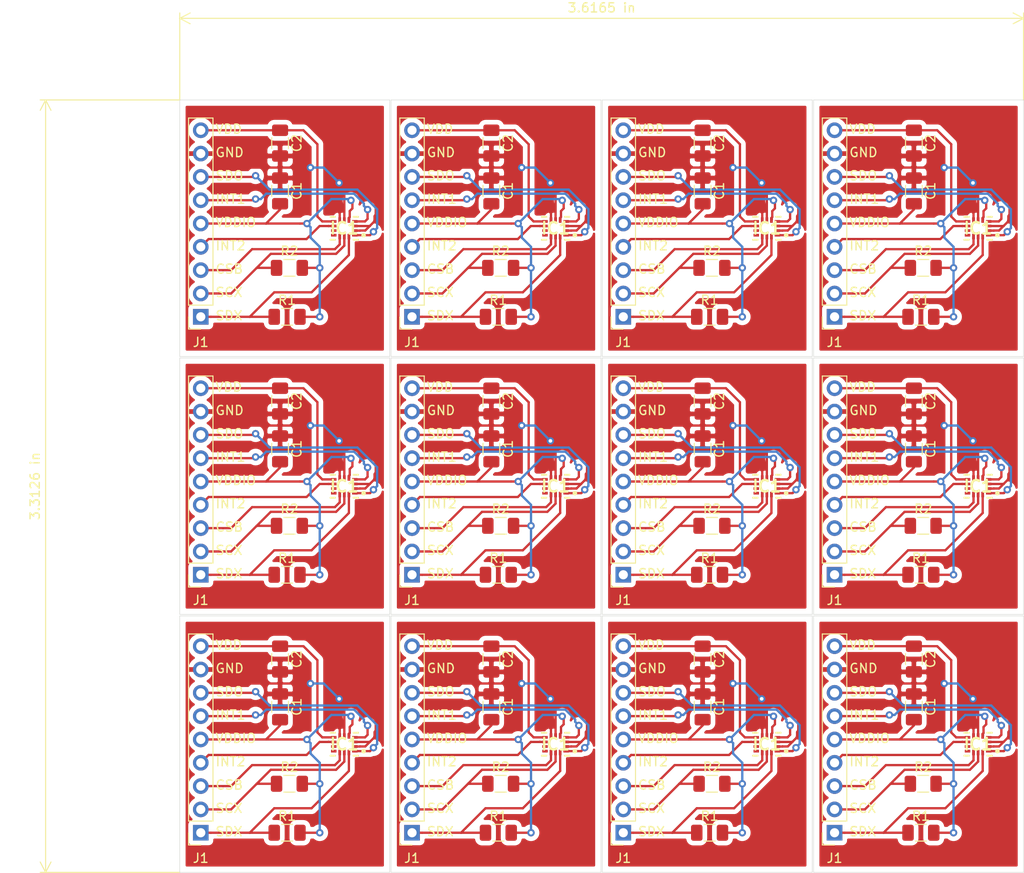
<source format=kicad_pcb>
(kicad_pcb (version 20171130) (host pcbnew "(5.1.5)-3")
  (layers (0 F.Cu signal) (31 B.Cu signal) (34 B.Paste user) (35 F.Paste user) (36 B.SilkS user) (37 F.SilkS user) (38 B.Mask user) (39 F.Mask user) (44 Edge.Cuts user))
  (net 0 "")
  (net 1 "Net-(C1-Pad2)")
  (net 2 "Net-(C1-Pad1)")
  (net 3 "Net-(C2-Pad1)")
  (net 4 "Net-(IC1-Pad1)")
  (net 5 "Net-(IC1-Pad4)")
  (net 6 "Net-(IC1-Pad9)")
  (net 7 "Net-(IC1-Pad10)")
  (net 8 "Net-(IC1-Pad11)")
  (net 9 "Net-(IC1-Pad13)")
  (net 10 "Net-(IC1-Pad14)")
  (net 11 "Net-(IC1-Pad12)")
  (module Capacitor_SMD:C_1206_3216Metric (layer F.Cu) (at 207.684 156.022)
    (fp_text reference R1 (at 0 -1.82) (layer F.SilkS))
    (fp_text value 1k)
    (pad 1 smd roundrect (at -1.4 0) (size 1.25 1.75) (layers F.Cu F.Paste F.Mask) (roundrect_rratio 0.2) (net 10 "Net-(IC1-Pad14)"))
    (pad 2 smd roundrect (at 1.4 0) (size 1.25 1.75) (layers F.Cu F.Paste F.Mask) (roundrect_rratio 0.2) (net 1 "Net-(C1-Pad2)"))
  )
  (module Capacitor_SMD:C_1206_3216Metric (layer F.Cu) (at 184.684 156.022)
    (fp_text reference R1 (at 0 -1.82) (layer F.SilkS))
    (fp_text value 1k)
    (pad 1 smd roundrect (at -1.4 0) (size 1.25 1.75) (layers F.Cu F.Paste F.Mask) (roundrect_rratio 0.2) (net 10 "Net-(IC1-Pad14)"))
    (pad 2 smd roundrect (at 1.4 0) (size 1.25 1.75) (layers F.Cu F.Paste F.Mask) (roundrect_rratio 0.2) (net 1 "Net-(C1-Pad2)"))
  )
  (module Capacitor_SMD:C_1206_3216Metric (layer F.Cu) (at 161.684 156.022)
    (fp_text reference R1 (at 0 -1.82) (layer F.SilkS))
    (fp_text value 1k)
    (pad 1 smd roundrect (at -1.4 0) (size 1.25 1.75) (layers F.Cu F.Paste F.Mask) (roundrect_rratio 0.2) (net 10 "Net-(IC1-Pad14)"))
    (pad 2 smd roundrect (at 1.4 0) (size 1.25 1.75) (layers F.Cu F.Paste F.Mask) (roundrect_rratio 0.2) (net 1 "Net-(C1-Pad2)"))
  )
  (module Capacitor_SMD:C_1206_3216Metric (layer F.Cu) (at 138.684 156.022)
    (fp_text reference R1 (at 0 -1.82) (layer F.SilkS))
    (fp_text value 1k)
    (pad 1 smd roundrect (at -1.4 0) (size 1.25 1.75) (layers F.Cu F.Paste F.Mask) (roundrect_rratio 0.2) (net 10 "Net-(IC1-Pad14)"))
    (pad 2 smd roundrect (at 1.4 0) (size 1.25 1.75) (layers F.Cu F.Paste F.Mask) (roundrect_rratio 0.2) (net 1 "Net-(C1-Pad2)"))
  )
  (module Capacitor_SMD:C_1206_3216Metric (layer F.Cu) (at 207.684 127.922)
    (fp_text reference R1 (at 0 -1.82) (layer F.SilkS))
    (fp_text value 1k)
    (pad 1 smd roundrect (at -1.4 0) (size 1.25 1.75) (layers F.Cu F.Paste F.Mask) (roundrect_rratio 0.2) (net 10 "Net-(IC1-Pad14)"))
    (pad 2 smd roundrect (at 1.4 0) (size 1.25 1.75) (layers F.Cu F.Paste F.Mask) (roundrect_rratio 0.2) (net 1 "Net-(C1-Pad2)"))
  )
  (module Capacitor_SMD:C_1206_3216Metric (layer F.Cu) (at 184.684 127.922)
    (fp_text reference R1 (at 0 -1.82) (layer F.SilkS))
    (fp_text value 1k)
    (pad 1 smd roundrect (at -1.4 0) (size 1.25 1.75) (layers F.Cu F.Paste F.Mask) (roundrect_rratio 0.2) (net 10 "Net-(IC1-Pad14)"))
    (pad 2 smd roundrect (at 1.4 0) (size 1.25 1.75) (layers F.Cu F.Paste F.Mask) (roundrect_rratio 0.2) (net 1 "Net-(C1-Pad2)"))
  )
  (module Capacitor_SMD:C_1206_3216Metric (layer F.Cu) (at 161.684 127.922)
    (fp_text reference R1 (at 0 -1.82) (layer F.SilkS))
    (fp_text value 1k)
    (pad 1 smd roundrect (at -1.4 0) (size 1.25 1.75) (layers F.Cu F.Paste F.Mask) (roundrect_rratio 0.2) (net 10 "Net-(IC1-Pad14)"))
    (pad 2 smd roundrect (at 1.4 0) (size 1.25 1.75) (layers F.Cu F.Paste F.Mask) (roundrect_rratio 0.2) (net 1 "Net-(C1-Pad2)"))
  )
  (module Capacitor_SMD:C_1206_3216Metric (layer F.Cu) (at 138.684 127.922)
    (fp_text reference R1 (at 0 -1.82) (layer F.SilkS))
    (fp_text value 1k)
    (pad 1 smd roundrect (at -1.4 0) (size 1.25 1.75) (layers F.Cu F.Paste F.Mask) (roundrect_rratio 0.2) (net 10 "Net-(IC1-Pad14)"))
    (pad 2 smd roundrect (at 1.4 0) (size 1.25 1.75) (layers F.Cu F.Paste F.Mask) (roundrect_rratio 0.2) (net 1 "Net-(C1-Pad2)"))
  )
  (module Capacitor_SMD:C_1206_3216Metric (layer F.Cu) (at 207.684 99.822)
    (fp_text reference R1 (at 0 -1.82) (layer F.SilkS))
    (fp_text value 1k)
    (pad 1 smd roundrect (at -1.4 0) (size 1.25 1.75) (layers F.Cu F.Paste F.Mask) (roundrect_rratio 0.2) (net 10 "Net-(IC1-Pad14)"))
    (pad 2 smd roundrect (at 1.4 0) (size 1.25 1.75) (layers F.Cu F.Paste F.Mask) (roundrect_rratio 0.2) (net 1 "Net-(C1-Pad2)"))
  )
  (module Capacitor_SMD:C_1206_3216Metric (layer F.Cu) (at 184.684 99.822)
    (fp_text reference R1 (at 0 -1.82) (layer F.SilkS))
    (fp_text value 1k)
    (pad 1 smd roundrect (at -1.4 0) (size 1.25 1.75) (layers F.Cu F.Paste F.Mask) (roundrect_rratio 0.2) (net 10 "Net-(IC1-Pad14)"))
    (pad 2 smd roundrect (at 1.4 0) (size 1.25 1.75) (layers F.Cu F.Paste F.Mask) (roundrect_rratio 0.2) (net 1 "Net-(C1-Pad2)"))
  )
  (module Capacitor_SMD:C_1206_3216Metric (layer F.Cu) (at 161.684 99.822)
    (fp_text reference R1 (at 0 -1.82) (layer F.SilkS))
    (fp_text value 1k)
    (pad 1 smd roundrect (at -1.4 0) (size 1.25 1.75) (layers F.Cu F.Paste F.Mask) (roundrect_rratio 0.2) (net 10 "Net-(IC1-Pad14)"))
    (pad 2 smd roundrect (at 1.4 0) (size 1.25 1.75) (layers F.Cu F.Paste F.Mask) (roundrect_rratio 0.2) (net 1 "Net-(C1-Pad2)"))
  )
  (module PQFN50P300X250X88-14N (layer F.Cu) (at 213.914 146.382 180)
    (fp_text reference IC1 (at 0 0) (layer F.SilkS) (effects (font (size 1.27 1.27) (thickness 0.254))))
    (fp_text value BMX160 hide)
    (pad 14 smd rect (at -0.5 -0.9 180) (size 0.3 0.6) (layers F.Cu F.Paste F.Mask) (net 10 "Net-(IC1-Pad14)"))
    (pad 13 smd rect (at 0 -0.9 180) (size 0.3 0.6) (layers F.Cu F.Paste F.Mask) (net 9 "Net-(IC1-Pad13)"))
    (pad 12 smd rect (at 0.5 -0.9 180) (size 0.3 0.6) (layers F.Cu F.Paste F.Mask) (net 11 "Net-(IC1-Pad12)"))
    (pad 11 smd rect (at 1.15 -0.75 270) (size 0.3 0.6) (layers F.Cu F.Paste F.Mask) (net 8 "Net-(IC1-Pad11)"))
    (pad 10 smd rect (at 1.15 -0.25 270) (size 0.3 0.6) (layers F.Cu F.Paste F.Mask) (net 7 "Net-(IC1-Pad10)"))
    (pad 9 smd rect (at 1.15 0.25 270) (size 0.3 0.6) (layers F.Cu F.Paste F.Mask) (net 6 "Net-(IC1-Pad9)"))
    (pad 8 smd rect (at 1.15 0.75 270) (size 0.3 0.6) (layers F.Cu F.Paste F.Mask) (net 3 "Net-(C2-Pad1)"))
    (pad 7 smd rect (at 0.5 0.9 180) (size 0.3 0.6) (layers F.Cu F.Paste F.Mask) (net 2 "Net-(C1-Pad1)"))
    (pad 6 smd rect (at 0 0.9 180) (size 0.3 0.6) (layers F.Cu F.Paste F.Mask) (net 2 "Net-(C1-Pad1)"))
    (pad 5 smd rect (at -0.5 0.9 180) (size 0.3 0.6) (layers F.Cu F.Paste F.Mask) (net 1 "Net-(C1-Pad2)"))
    (pad 4 smd rect (at -1.15 0.75 270) (size 0.3 0.6) (layers F.Cu F.Paste F.Mask) (net 5 "Net-(IC1-Pad4)"))
    (pad 3 smd rect (at -1.15 0.25 270) (size 0.3 0.6) (layers F.Cu F.Paste F.Mask) (net 2 "Net-(C1-Pad1)"))
    (pad 2 smd rect (at -1.15 -0.25 270) (size 0.3 0.6) (layers F.Cu F.Paste F.Mask) (net 2 "Net-(C1-Pad1)"))
    (pad 1 smd rect (at -1.15 -0.75 270) (size 0.3 0.6) (layers F.Cu F.Paste F.Mask) (net 4 "Net-(IC1-Pad1)"))
  )
  (module PQFN50P300X250X88-14N (layer F.Cu) (at 190.914 146.382 180)
    (fp_text reference IC1 (at 0 0) (layer F.SilkS) (effects (font (size 1.27 1.27) (thickness 0.254))))
    (fp_text value BMX160 hide)
    (pad 14 smd rect (at -0.5 -0.9 180) (size 0.3 0.6) (layers F.Cu F.Paste F.Mask) (net 10 "Net-(IC1-Pad14)"))
    (pad 13 smd rect (at 0 -0.9 180) (size 0.3 0.6) (layers F.Cu F.Paste F.Mask) (net 9 "Net-(IC1-Pad13)"))
    (pad 12 smd rect (at 0.5 -0.9 180) (size 0.3 0.6) (layers F.Cu F.Paste F.Mask) (net 11 "Net-(IC1-Pad12)"))
    (pad 11 smd rect (at 1.15 -0.75 270) (size 0.3 0.6) (layers F.Cu F.Paste F.Mask) (net 8 "Net-(IC1-Pad11)"))
    (pad 10 smd rect (at 1.15 -0.25 270) (size 0.3 0.6) (layers F.Cu F.Paste F.Mask) (net 7 "Net-(IC1-Pad10)"))
    (pad 9 smd rect (at 1.15 0.25 270) (size 0.3 0.6) (layers F.Cu F.Paste F.Mask) (net 6 "Net-(IC1-Pad9)"))
    (pad 8 smd rect (at 1.15 0.75 270) (size 0.3 0.6) (layers F.Cu F.Paste F.Mask) (net 3 "Net-(C2-Pad1)"))
    (pad 7 smd rect (at 0.5 0.9 180) (size 0.3 0.6) (layers F.Cu F.Paste F.Mask) (net 2 "Net-(C1-Pad1)"))
    (pad 6 smd rect (at 0 0.9 180) (size 0.3 0.6) (layers F.Cu F.Paste F.Mask) (net 2 "Net-(C1-Pad1)"))
    (pad 5 smd rect (at -0.5 0.9 180) (size 0.3 0.6) (layers F.Cu F.Paste F.Mask) (net 1 "Net-(C1-Pad2)"))
    (pad 4 smd rect (at -1.15 0.75 270) (size 0.3 0.6) (layers F.Cu F.Paste F.Mask) (net 5 "Net-(IC1-Pad4)"))
    (pad 3 smd rect (at -1.15 0.25 270) (size 0.3 0.6) (layers F.Cu F.Paste F.Mask) (net 2 "Net-(C1-Pad1)"))
    (pad 2 smd rect (at -1.15 -0.25 270) (size 0.3 0.6) (layers F.Cu F.Paste F.Mask) (net 2 "Net-(C1-Pad1)"))
    (pad 1 smd rect (at -1.15 -0.75 270) (size 0.3 0.6) (layers F.Cu F.Paste F.Mask) (net 4 "Net-(IC1-Pad1)"))
  )
  (module PQFN50P300X250X88-14N (layer F.Cu) (at 167.914 146.382 180)
    (fp_text reference IC1 (at 0 0) (layer F.SilkS) (effects (font (size 1.27 1.27) (thickness 0.254))))
    (fp_text value BMX160 hide)
    (pad 14 smd rect (at -0.5 -0.9 180) (size 0.3 0.6) (layers F.Cu F.Paste F.Mask) (net 10 "Net-(IC1-Pad14)"))
    (pad 13 smd rect (at 0 -0.9 180) (size 0.3 0.6) (layers F.Cu F.Paste F.Mask) (net 9 "Net-(IC1-Pad13)"))
    (pad 12 smd rect (at 0.5 -0.9 180) (size 0.3 0.6) (layers F.Cu F.Paste F.Mask) (net 11 "Net-(IC1-Pad12)"))
    (pad 11 smd rect (at 1.15 -0.75 270) (size 0.3 0.6) (layers F.Cu F.Paste F.Mask) (net 8 "Net-(IC1-Pad11)"))
    (pad 10 smd rect (at 1.15 -0.25 270) (size 0.3 0.6) (layers F.Cu F.Paste F.Mask) (net 7 "Net-(IC1-Pad10)"))
    (pad 9 smd rect (at 1.15 0.25 270) (size 0.3 0.6) (layers F.Cu F.Paste F.Mask) (net 6 "Net-(IC1-Pad9)"))
    (pad 8 smd rect (at 1.15 0.75 270) (size 0.3 0.6) (layers F.Cu F.Paste F.Mask) (net 3 "Net-(C2-Pad1)"))
    (pad 7 smd rect (at 0.5 0.9 180) (size 0.3 0.6) (layers F.Cu F.Paste F.Mask) (net 2 "Net-(C1-Pad1)"))
    (pad 6 smd rect (at 0 0.9 180) (size 0.3 0.6) (layers F.Cu F.Paste F.Mask) (net 2 "Net-(C1-Pad1)"))
    (pad 5 smd rect (at -0.5 0.9 180) (size 0.3 0.6) (layers F.Cu F.Paste F.Mask) (net 1 "Net-(C1-Pad2)"))
    (pad 4 smd rect (at -1.15 0.75 270) (size 0.3 0.6) (layers F.Cu F.Paste F.Mask) (net 5 "Net-(IC1-Pad4)"))
    (pad 3 smd rect (at -1.15 0.25 270) (size 0.3 0.6) (layers F.Cu F.Paste F.Mask) (net 2 "Net-(C1-Pad1)"))
    (pad 2 smd rect (at -1.15 -0.25 270) (size 0.3 0.6) (layers F.Cu F.Paste F.Mask) (net 2 "Net-(C1-Pad1)"))
    (pad 1 smd rect (at -1.15 -0.75 270) (size 0.3 0.6) (layers F.Cu F.Paste F.Mask) (net 4 "Net-(IC1-Pad1)"))
  )
  (module PQFN50P300X250X88-14N (layer F.Cu) (at 144.914 146.382 180)
    (fp_text reference IC1 (at 0 0) (layer F.SilkS) (effects (font (size 1.27 1.27) (thickness 0.254))))
    (fp_text value BMX160 hide)
    (pad 14 smd rect (at -0.5 -0.9 180) (size 0.3 0.6) (layers F.Cu F.Paste F.Mask) (net 10 "Net-(IC1-Pad14)"))
    (pad 13 smd rect (at 0 -0.9 180) (size 0.3 0.6) (layers F.Cu F.Paste F.Mask) (net 9 "Net-(IC1-Pad13)"))
    (pad 12 smd rect (at 0.5 -0.9 180) (size 0.3 0.6) (layers F.Cu F.Paste F.Mask) (net 11 "Net-(IC1-Pad12)"))
    (pad 11 smd rect (at 1.15 -0.75 270) (size 0.3 0.6) (layers F.Cu F.Paste F.Mask) (net 8 "Net-(IC1-Pad11)"))
    (pad 10 smd rect (at 1.15 -0.25 270) (size 0.3 0.6) (layers F.Cu F.Paste F.Mask) (net 7 "Net-(IC1-Pad10)"))
    (pad 9 smd rect (at 1.15 0.25 270) (size 0.3 0.6) (layers F.Cu F.Paste F.Mask) (net 6 "Net-(IC1-Pad9)"))
    (pad 8 smd rect (at 1.15 0.75 270) (size 0.3 0.6) (layers F.Cu F.Paste F.Mask) (net 3 "Net-(C2-Pad1)"))
    (pad 7 smd rect (at 0.5 0.9 180) (size 0.3 0.6) (layers F.Cu F.Paste F.Mask) (net 2 "Net-(C1-Pad1)"))
    (pad 6 smd rect (at 0 0.9 180) (size 0.3 0.6) (layers F.Cu F.Paste F.Mask) (net 2 "Net-(C1-Pad1)"))
    (pad 5 smd rect (at -0.5 0.9 180) (size 0.3 0.6) (layers F.Cu F.Paste F.Mask) (net 1 "Net-(C1-Pad2)"))
    (pad 4 smd rect (at -1.15 0.75 270) (size 0.3 0.6) (layers F.Cu F.Paste F.Mask) (net 5 "Net-(IC1-Pad4)"))
    (pad 3 smd rect (at -1.15 0.25 270) (size 0.3 0.6) (layers F.Cu F.Paste F.Mask) (net 2 "Net-(C1-Pad1)"))
    (pad 2 smd rect (at -1.15 -0.25 270) (size 0.3 0.6) (layers F.Cu F.Paste F.Mask) (net 2 "Net-(C1-Pad1)"))
    (pad 1 smd rect (at -1.15 -0.75 270) (size 0.3 0.6) (layers F.Cu F.Paste F.Mask) (net 4 "Net-(IC1-Pad1)"))
  )
  (module PQFN50P300X250X88-14N (layer F.Cu) (at 213.914 118.282 180)
    (fp_text reference IC1 (at 0 0) (layer F.SilkS) (effects (font (size 1.27 1.27) (thickness 0.254))))
    (fp_text value BMX160 hide)
    (pad 14 smd rect (at -0.5 -0.9 180) (size 0.3 0.6) (layers F.Cu F.Paste F.Mask) (net 10 "Net-(IC1-Pad14)"))
    (pad 13 smd rect (at 0 -0.9 180) (size 0.3 0.6) (layers F.Cu F.Paste F.Mask) (net 9 "Net-(IC1-Pad13)"))
    (pad 12 smd rect (at 0.5 -0.9 180) (size 0.3 0.6) (layers F.Cu F.Paste F.Mask) (net 11 "Net-(IC1-Pad12)"))
    (pad 11 smd rect (at 1.15 -0.75 270) (size 0.3 0.6) (layers F.Cu F.Paste F.Mask) (net 8 "Net-(IC1-Pad11)"))
    (pad 10 smd rect (at 1.15 -0.25 270) (size 0.3 0.6) (layers F.Cu F.Paste F.Mask) (net 7 "Net-(IC1-Pad10)"))
    (pad 9 smd rect (at 1.15 0.25 270) (size 0.3 0.6) (layers F.Cu F.Paste F.Mask) (net 6 "Net-(IC1-Pad9)"))
    (pad 8 smd rect (at 1.15 0.75 270) (size 0.3 0.6) (layers F.Cu F.Paste F.Mask) (net 3 "Net-(C2-Pad1)"))
    (pad 7 smd rect (at 0.5 0.9 180) (size 0.3 0.6) (layers F.Cu F.Paste F.Mask) (net 2 "Net-(C1-Pad1)"))
    (pad 6 smd rect (at 0 0.9 180) (size 0.3 0.6) (layers F.Cu F.Paste F.Mask) (net 2 "Net-(C1-Pad1)"))
    (pad 5 smd rect (at -0.5 0.9 180) (size 0.3 0.6) (layers F.Cu F.Paste F.Mask) (net 1 "Net-(C1-Pad2)"))
    (pad 4 smd rect (at -1.15 0.75 270) (size 0.3 0.6) (layers F.Cu F.Paste F.Mask) (net 5 "Net-(IC1-Pad4)"))
    (pad 3 smd rect (at -1.15 0.25 270) (size 0.3 0.6) (layers F.Cu F.Paste F.Mask) (net 2 "Net-(C1-Pad1)"))
    (pad 2 smd rect (at -1.15 -0.25 270) (size 0.3 0.6) (layers F.Cu F.Paste F.Mask) (net 2 "Net-(C1-Pad1)"))
    (pad 1 smd rect (at -1.15 -0.75 270) (size 0.3 0.6) (layers F.Cu F.Paste F.Mask) (net 4 "Net-(IC1-Pad1)"))
  )
  (module PQFN50P300X250X88-14N (layer F.Cu) (at 190.914 118.282 180)
    (fp_text reference IC1 (at 0 0) (layer F.SilkS) (effects (font (size 1.27 1.27) (thickness 0.254))))
    (fp_text value BMX160 hide)
    (pad 14 smd rect (at -0.5 -0.9 180) (size 0.3 0.6) (layers F.Cu F.Paste F.Mask) (net 10 "Net-(IC1-Pad14)"))
    (pad 13 smd rect (at 0 -0.9 180) (size 0.3 0.6) (layers F.Cu F.Paste F.Mask) (net 9 "Net-(IC1-Pad13)"))
    (pad 12 smd rect (at 0.5 -0.9 180) (size 0.3 0.6) (layers F.Cu F.Paste F.Mask) (net 11 "Net-(IC1-Pad12)"))
    (pad 11 smd rect (at 1.15 -0.75 270) (size 0.3 0.6) (layers F.Cu F.Paste F.Mask) (net 8 "Net-(IC1-Pad11)"))
    (pad 10 smd rect (at 1.15 -0.25 270) (size 0.3 0.6) (layers F.Cu F.Paste F.Mask) (net 7 "Net-(IC1-Pad10)"))
    (pad 9 smd rect (at 1.15 0.25 270) (size 0.3 0.6) (layers F.Cu F.Paste F.Mask) (net 6 "Net-(IC1-Pad9)"))
    (pad 8 smd rect (at 1.15 0.75 270) (size 0.3 0.6) (layers F.Cu F.Paste F.Mask) (net 3 "Net-(C2-Pad1)"))
    (pad 7 smd rect (at 0.5 0.9 180) (size 0.3 0.6) (layers F.Cu F.Paste F.Mask) (net 2 "Net-(C1-Pad1)"))
    (pad 6 smd rect (at 0 0.9 180) (size 0.3 0.6) (layers F.Cu F.Paste F.Mask) (net 2 "Net-(C1-Pad1)"))
    (pad 5 smd rect (at -0.5 0.9 180) (size 0.3 0.6) (layers F.Cu F.Paste F.Mask) (net 1 "Net-(C1-Pad2)"))
    (pad 4 smd rect (at -1.15 0.75 270) (size 0.3 0.6) (layers F.Cu F.Paste F.Mask) (net 5 "Net-(IC1-Pad4)"))
    (pad 3 smd rect (at -1.15 0.25 270) (size 0.3 0.6) (layers F.Cu F.Paste F.Mask) (net 2 "Net-(C1-Pad1)"))
    (pad 2 smd rect (at -1.15 -0.25 270) (size 0.3 0.6) (layers F.Cu F.Paste F.Mask) (net 2 "Net-(C1-Pad1)"))
    (pad 1 smd rect (at -1.15 -0.75 270) (size 0.3 0.6) (layers F.Cu F.Paste F.Mask) (net 4 "Net-(IC1-Pad1)"))
  )
  (module PQFN50P300X250X88-14N (layer F.Cu) (at 167.914 118.282 180)
    (fp_text reference IC1 (at 0 0) (layer F.SilkS) (effects (font (size 1.27 1.27) (thickness 0.254))))
    (fp_text value BMX160 hide)
    (pad 14 smd rect (at -0.5 -0.9 180) (size 0.3 0.6) (layers F.Cu F.Paste F.Mask) (net 10 "Net-(IC1-Pad14)"))
    (pad 13 smd rect (at 0 -0.9 180) (size 0.3 0.6) (layers F.Cu F.Paste F.Mask) (net 9 "Net-(IC1-Pad13)"))
    (pad 12 smd rect (at 0.5 -0.9 180) (size 0.3 0.6) (layers F.Cu F.Paste F.Mask) (net 11 "Net-(IC1-Pad12)"))
    (pad 11 smd rect (at 1.15 -0.75 270) (size 0.3 0.6) (layers F.Cu F.Paste F.Mask) (net 8 "Net-(IC1-Pad11)"))
    (pad 10 smd rect (at 1.15 -0.25 270) (size 0.3 0.6) (layers F.Cu F.Paste F.Mask) (net 7 "Net-(IC1-Pad10)"))
    (pad 9 smd rect (at 1.15 0.25 270) (size 0.3 0.6) (layers F.Cu F.Paste F.Mask) (net 6 "Net-(IC1-Pad9)"))
    (pad 8 smd rect (at 1.15 0.75 270) (size 0.3 0.6) (layers F.Cu F.Paste F.Mask) (net 3 "Net-(C2-Pad1)"))
    (pad 7 smd rect (at 0.5 0.9 180) (size 0.3 0.6) (layers F.Cu F.Paste F.Mask) (net 2 "Net-(C1-Pad1)"))
    (pad 6 smd rect (at 0 0.9 180) (size 0.3 0.6) (layers F.Cu F.Paste F.Mask) (net 2 "Net-(C1-Pad1)"))
    (pad 5 smd rect (at -0.5 0.9 180) (size 0.3 0.6) (layers F.Cu F.Paste F.Mask) (net 1 "Net-(C1-Pad2)"))
    (pad 4 smd rect (at -1.15 0.75 270) (size 0.3 0.6) (layers F.Cu F.Paste F.Mask) (net 5 "Net-(IC1-Pad4)"))
    (pad 3 smd rect (at -1.15 0.25 270) (size 0.3 0.6) (layers F.Cu F.Paste F.Mask) (net 2 "Net-(C1-Pad1)"))
    (pad 2 smd rect (at -1.15 -0.25 270) (size 0.3 0.6) (layers F.Cu F.Paste F.Mask) (net 2 "Net-(C1-Pad1)"))
    (pad 1 smd rect (at -1.15 -0.75 270) (size 0.3 0.6) (layers F.Cu F.Paste F.Mask) (net 4 "Net-(IC1-Pad1)"))
  )
  (module PQFN50P300X250X88-14N (layer F.Cu) (at 144.914 118.282 180)
    (fp_text reference IC1 (at 0 0) (layer F.SilkS) (effects (font (size 1.27 1.27) (thickness 0.254))))
    (fp_text value BMX160 hide)
    (pad 14 smd rect (at -0.5 -0.9 180) (size 0.3 0.6) (layers F.Cu F.Paste F.Mask) (net 10 "Net-(IC1-Pad14)"))
    (pad 13 smd rect (at 0 -0.9 180) (size 0.3 0.6) (layers F.Cu F.Paste F.Mask) (net 9 "Net-(IC1-Pad13)"))
    (pad 12 smd rect (at 0.5 -0.9 180) (size 0.3 0.6) (layers F.Cu F.Paste F.Mask) (net 11 "Net-(IC1-Pad12)"))
    (pad 11 smd rect (at 1.15 -0.75 270) (size 0.3 0.6) (layers F.Cu F.Paste F.Mask) (net 8 "Net-(IC1-Pad11)"))
    (pad 10 smd rect (at 1.15 -0.25 270) (size 0.3 0.6) (layers F.Cu F.Paste F.Mask) (net 7 "Net-(IC1-Pad10)"))
    (pad 9 smd rect (at 1.15 0.25 270) (size 0.3 0.6) (layers F.Cu F.Paste F.Mask) (net 6 "Net-(IC1-Pad9)"))
    (pad 8 smd rect (at 1.15 0.75 270) (size 0.3 0.6) (layers F.Cu F.Paste F.Mask) (net 3 "Net-(C2-Pad1)"))
    (pad 7 smd rect (at 0.5 0.9 180) (size 0.3 0.6) (layers F.Cu F.Paste F.Mask) (net 2 "Net-(C1-Pad1)"))
    (pad 6 smd rect (at 0 0.9 180) (size 0.3 0.6) (layers F.Cu F.Paste F.Mask) (net 2 "Net-(C1-Pad1)"))
    (pad 5 smd rect (at -0.5 0.9 180) (size 0.3 0.6) (layers F.Cu F.Paste F.Mask) (net 1 "Net-(C1-Pad2)"))
    (pad 4 smd rect (at -1.15 0.75 270) (size 0.3 0.6) (layers F.Cu F.Paste F.Mask) (net 5 "Net-(IC1-Pad4)"))
    (pad 3 smd rect (at -1.15 0.25 270) (size 0.3 0.6) (layers F.Cu F.Paste F.Mask) (net 2 "Net-(C1-Pad1)"))
    (pad 2 smd rect (at -1.15 -0.25 270) (size 0.3 0.6) (layers F.Cu F.Paste F.Mask) (net 2 "Net-(C1-Pad1)"))
    (pad 1 smd rect (at -1.15 -0.75 270) (size 0.3 0.6) (layers F.Cu F.Paste F.Mask) (net 4 "Net-(IC1-Pad1)"))
  )
  (module PQFN50P300X250X88-14N (layer F.Cu) (at 213.914 90.182 180)
    (fp_text reference IC1 (at 0 0) (layer F.SilkS) (effects (font (size 1.27 1.27) (thickness 0.254))))
    (fp_text value BMX160 hide)
    (pad 14 smd rect (at -0.5 -0.9 180) (size 0.3 0.6) (layers F.Cu F.Paste F.Mask) (net 10 "Net-(IC1-Pad14)"))
    (pad 13 smd rect (at 0 -0.9 180) (size 0.3 0.6) (layers F.Cu F.Paste F.Mask) (net 9 "Net-(IC1-Pad13)"))
    (pad 12 smd rect (at 0.5 -0.9 180) (size 0.3 0.6) (layers F.Cu F.Paste F.Mask) (net 11 "Net-(IC1-Pad12)"))
    (pad 11 smd rect (at 1.15 -0.75 270) (size 0.3 0.6) (layers F.Cu F.Paste F.Mask) (net 8 "Net-(IC1-Pad11)"))
    (pad 10 smd rect (at 1.15 -0.25 270) (size 0.3 0.6) (layers F.Cu F.Paste F.Mask) (net 7 "Net-(IC1-Pad10)"))
    (pad 9 smd rect (at 1.15 0.25 270) (size 0.3 0.6) (layers F.Cu F.Paste F.Mask) (net 6 "Net-(IC1-Pad9)"))
    (pad 8 smd rect (at 1.15 0.75 270) (size 0.3 0.6) (layers F.Cu F.Paste F.Mask) (net 3 "Net-(C2-Pad1)"))
    (pad 7 smd rect (at 0.5 0.9 180) (size 0.3 0.6) (layers F.Cu F.Paste F.Mask) (net 2 "Net-(C1-Pad1)"))
    (pad 6 smd rect (at 0 0.9 180) (size 0.3 0.6) (layers F.Cu F.Paste F.Mask) (net 2 "Net-(C1-Pad1)"))
    (pad 5 smd rect (at -0.5 0.9 180) (size 0.3 0.6) (layers F.Cu F.Paste F.Mask) (net 1 "Net-(C1-Pad2)"))
    (pad 4 smd rect (at -1.15 0.75 270) (size 0.3 0.6) (layers F.Cu F.Paste F.Mask) (net 5 "Net-(IC1-Pad4)"))
    (pad 3 smd rect (at -1.15 0.25 270) (size 0.3 0.6) (layers F.Cu F.Paste F.Mask) (net 2 "Net-(C1-Pad1)"))
    (pad 2 smd rect (at -1.15 -0.25 270) (size 0.3 0.6) (layers F.Cu F.Paste F.Mask) (net 2 "Net-(C1-Pad1)"))
    (pad 1 smd rect (at -1.15 -0.75 270) (size 0.3 0.6) (layers F.Cu F.Paste F.Mask) (net 4 "Net-(IC1-Pad1)"))
  )
  (module PQFN50P300X250X88-14N (layer F.Cu) (at 190.914 90.182 180)
    (fp_text reference IC1 (at 0 0) (layer F.SilkS) (effects (font (size 1.27 1.27) (thickness 0.254))))
    (fp_text value BMX160 hide)
    (pad 14 smd rect (at -0.5 -0.9 180) (size 0.3 0.6) (layers F.Cu F.Paste F.Mask) (net 10 "Net-(IC1-Pad14)"))
    (pad 13 smd rect (at 0 -0.9 180) (size 0.3 0.6) (layers F.Cu F.Paste F.Mask) (net 9 "Net-(IC1-Pad13)"))
    (pad 12 smd rect (at 0.5 -0.9 180) (size 0.3 0.6) (layers F.Cu F.Paste F.Mask) (net 11 "Net-(IC1-Pad12)"))
    (pad 11 smd rect (at 1.15 -0.75 270) (size 0.3 0.6) (layers F.Cu F.Paste F.Mask) (net 8 "Net-(IC1-Pad11)"))
    (pad 10 smd rect (at 1.15 -0.25 270) (size 0.3 0.6) (layers F.Cu F.Paste F.Mask) (net 7 "Net-(IC1-Pad10)"))
    (pad 9 smd rect (at 1.15 0.25 270) (size 0.3 0.6) (layers F.Cu F.Paste F.Mask) (net 6 "Net-(IC1-Pad9)"))
    (pad 8 smd rect (at 1.15 0.75 270) (size 0.3 0.6) (layers F.Cu F.Paste F.Mask) (net 3 "Net-(C2-Pad1)"))
    (pad 7 smd rect (at 0.5 0.9 180) (size 0.3 0.6) (layers F.Cu F.Paste F.Mask) (net 2 "Net-(C1-Pad1)"))
    (pad 6 smd rect (at 0 0.9 180) (size 0.3 0.6) (layers F.Cu F.Paste F.Mask) (net 2 "Net-(C1-Pad1)"))
    (pad 5 smd rect (at -0.5 0.9 180) (size 0.3 0.6) (layers F.Cu F.Paste F.Mask) (net 1 "Net-(C1-Pad2)"))
    (pad 4 smd rect (at -1.15 0.75 270) (size 0.3 0.6) (layers F.Cu F.Paste F.Mask) (net 5 "Net-(IC1-Pad4)"))
    (pad 3 smd rect (at -1.15 0.25 270) (size 0.3 0.6) (layers F.Cu F.Paste F.Mask) (net 2 "Net-(C1-Pad1)"))
    (pad 2 smd rect (at -1.15 -0.25 270) (size 0.3 0.6) (layers F.Cu F.Paste F.Mask) (net 2 "Net-(C1-Pad1)"))
    (pad 1 smd rect (at -1.15 -0.75 270) (size 0.3 0.6) (layers F.Cu F.Paste F.Mask) (net 4 "Net-(IC1-Pad1)"))
  )
  (module PQFN50P300X250X88-14N (layer F.Cu) (at 167.914 90.182 180)
    (fp_text reference IC1 (at 0 0) (layer F.SilkS) (effects (font (size 1.27 1.27) (thickness 0.254))))
    (fp_text value BMX160 hide)
    (pad 14 smd rect (at -0.5 -0.9 180) (size 0.3 0.6) (layers F.Cu F.Paste F.Mask) (net 10 "Net-(IC1-Pad14)"))
    (pad 13 smd rect (at 0 -0.9 180) (size 0.3 0.6) (layers F.Cu F.Paste F.Mask) (net 9 "Net-(IC1-Pad13)"))
    (pad 12 smd rect (at 0.5 -0.9 180) (size 0.3 0.6) (layers F.Cu F.Paste F.Mask) (net 11 "Net-(IC1-Pad12)"))
    (pad 11 smd rect (at 1.15 -0.75 270) (size 0.3 0.6) (layers F.Cu F.Paste F.Mask) (net 8 "Net-(IC1-Pad11)"))
    (pad 10 smd rect (at 1.15 -0.25 270) (size 0.3 0.6) (layers F.Cu F.Paste F.Mask) (net 7 "Net-(IC1-Pad10)"))
    (pad 9 smd rect (at 1.15 0.25 270) (size 0.3 0.6) (layers F.Cu F.Paste F.Mask) (net 6 "Net-(IC1-Pad9)"))
    (pad 8 smd rect (at 1.15 0.75 270) (size 0.3 0.6) (layers F.Cu F.Paste F.Mask) (net 3 "Net-(C2-Pad1)"))
    (pad 7 smd rect (at 0.5 0.9 180) (size 0.3 0.6) (layers F.Cu F.Paste F.Mask) (net 2 "Net-(C1-Pad1)"))
    (pad 6 smd rect (at 0 0.9 180) (size 0.3 0.6) (layers F.Cu F.Paste F.Mask) (net 2 "Net-(C1-Pad1)"))
    (pad 5 smd rect (at -0.5 0.9 180) (size 0.3 0.6) (layers F.Cu F.Paste F.Mask) (net 1 "Net-(C1-Pad2)"))
    (pad 4 smd rect (at -1.15 0.75 270) (size 0.3 0.6) (layers F.Cu F.Paste F.Mask) (net 5 "Net-(IC1-Pad4)"))
    (pad 3 smd rect (at -1.15 0.25 270) (size 0.3 0.6) (layers F.Cu F.Paste F.Mask) (net 2 "Net-(C1-Pad1)"))
    (pad 2 smd rect (at -1.15 -0.25 270) (size 0.3 0.6) (layers F.Cu F.Paste F.Mask) (net 2 "Net-(C1-Pad1)"))
    (pad 1 smd rect (at -1.15 -0.75 270) (size 0.3 0.6) (layers F.Cu F.Paste F.Mask) (net 4 "Net-(IC1-Pad1)"))
  )
  (module Connector_PinSocket_2.54mm:PinSocket_1x09_P2.54mm_Vertical (layer F.Cu) (at 198.286 156.022 180)
    (fp_text reference J1 (at 0 -2.77) (layer F.SilkS))
    (fp_text value Conn_01x09_Female)
    (pad 9 thru_hole oval (at 0 20.32 180) (size 1.7 1.7) (drill 1) (layers *.Cu *.Mask) (net 3 "Net-(C2-Pad1)"))
    (pad 8 thru_hole oval (at 0 17.78 180) (size 1.7 1.7) (drill 1) (layers *.Cu *.Mask) (net 2 "Net-(C1-Pad1)"))
    (pad 7 thru_hole oval (at 0 15.24 180) (size 1.7 1.7) (drill 1) (layers *.Cu *.Mask) (net 4 "Net-(IC1-Pad1)"))
    (pad 6 thru_hole oval (at 0 12.7 180) (size 1.7 1.7) (drill 1) (layers *.Cu *.Mask) (net 5 "Net-(IC1-Pad4)"))
    (pad 5 thru_hole oval (at 0 10.16 180) (size 1.7 1.7) (drill 1) (layers *.Cu *.Mask) (net 1 "Net-(C1-Pad2)"))
    (pad 4 thru_hole oval (at 0 7.62 180) (size 1.7 1.7) (drill 1) (layers *.Cu *.Mask) (net 6 "Net-(IC1-Pad9)"))
    (pad 3 thru_hole oval (at 0 5.08 180) (size 1.7 1.7) (drill 1) (layers *.Cu *.Mask) (net 11 "Net-(IC1-Pad12)"))
    (pad 2 thru_hole oval (at 0 2.54 180) (size 1.7 1.7) (drill 1) (layers *.Cu *.Mask) (net 9 "Net-(IC1-Pad13)"))
    (pad 1 thru_hole rect (at 0 0 180) (size 1.7 1.7) (drill 1) (layers *.Cu *.Mask) (net 10 "Net-(IC1-Pad14)"))
  )
  (module Connector_PinSocket_2.54mm:PinSocket_1x09_P2.54mm_Vertical (layer F.Cu) (at 175.286 156.022 180)
    (fp_text reference J1 (at 0 -2.77) (layer F.SilkS))
    (fp_text value Conn_01x09_Female)
    (pad 9 thru_hole oval (at 0 20.32 180) (size 1.7 1.7) (drill 1) (layers *.Cu *.Mask) (net 3 "Net-(C2-Pad1)"))
    (pad 8 thru_hole oval (at 0 17.78 180) (size 1.7 1.7) (drill 1) (layers *.Cu *.Mask) (net 2 "Net-(C1-Pad1)"))
    (pad 7 thru_hole oval (at 0 15.24 180) (size 1.7 1.7) (drill 1) (layers *.Cu *.Mask) (net 4 "Net-(IC1-Pad1)"))
    (pad 6 thru_hole oval (at 0 12.7 180) (size 1.7 1.7) (drill 1) (layers *.Cu *.Mask) (net 5 "Net-(IC1-Pad4)"))
    (pad 5 thru_hole oval (at 0 10.16 180) (size 1.7 1.7) (drill 1) (layers *.Cu *.Mask) (net 1 "Net-(C1-Pad2)"))
    (pad 4 thru_hole oval (at 0 7.62 180) (size 1.7 1.7) (drill 1) (layers *.Cu *.Mask) (net 6 "Net-(IC1-Pad9)"))
    (pad 3 thru_hole oval (at 0 5.08 180) (size 1.7 1.7) (drill 1) (layers *.Cu *.Mask) (net 11 "Net-(IC1-Pad12)"))
    (pad 2 thru_hole oval (at 0 2.54 180) (size 1.7 1.7) (drill 1) (layers *.Cu *.Mask) (net 9 "Net-(IC1-Pad13)"))
    (pad 1 thru_hole rect (at 0 0 180) (size 1.7 1.7) (drill 1) (layers *.Cu *.Mask) (net 10 "Net-(IC1-Pad14)"))
  )
  (module Connector_PinSocket_2.54mm:PinSocket_1x09_P2.54mm_Vertical (layer F.Cu) (at 152.286 156.022 180)
    (fp_text reference J1 (at 0 -2.77) (layer F.SilkS))
    (fp_text value Conn_01x09_Female)
    (pad 9 thru_hole oval (at 0 20.32 180) (size 1.7 1.7) (drill 1) (layers *.Cu *.Mask) (net 3 "Net-(C2-Pad1)"))
    (pad 8 thru_hole oval (at 0 17.78 180) (size 1.7 1.7) (drill 1) (layers *.Cu *.Mask) (net 2 "Net-(C1-Pad1)"))
    (pad 7 thru_hole oval (at 0 15.24 180) (size 1.7 1.7) (drill 1) (layers *.Cu *.Mask) (net 4 "Net-(IC1-Pad1)"))
    (pad 6 thru_hole oval (at 0 12.7 180) (size 1.7 1.7) (drill 1) (layers *.Cu *.Mask) (net 5 "Net-(IC1-Pad4)"))
    (pad 5 thru_hole oval (at 0 10.16 180) (size 1.7 1.7) (drill 1) (layers *.Cu *.Mask) (net 1 "Net-(C1-Pad2)"))
    (pad 4 thru_hole oval (at 0 7.62 180) (size 1.7 1.7) (drill 1) (layers *.Cu *.Mask) (net 6 "Net-(IC1-Pad9)"))
    (pad 3 thru_hole oval (at 0 5.08 180) (size 1.7 1.7) (drill 1) (layers *.Cu *.Mask) (net 11 "Net-(IC1-Pad12)"))
    (pad 2 thru_hole oval (at 0 2.54 180) (size 1.7 1.7) (drill 1) (layers *.Cu *.Mask) (net 9 "Net-(IC1-Pad13)"))
    (pad 1 thru_hole rect (at 0 0 180) (size 1.7 1.7) (drill 1) (layers *.Cu *.Mask) (net 10 "Net-(IC1-Pad14)"))
  )
  (module Connector_PinSocket_2.54mm:PinSocket_1x09_P2.54mm_Vertical (layer F.Cu) (at 129.286 156.022 180)
    (fp_text reference J1 (at 0 -2.77) (layer F.SilkS))
    (fp_text value Conn_01x09_Female)
    (pad 9 thru_hole oval (at 0 20.32 180) (size 1.7 1.7) (drill 1) (layers *.Cu *.Mask) (net 3 "Net-(C2-Pad1)"))
    (pad 8 thru_hole oval (at 0 17.78 180) (size 1.7 1.7) (drill 1) (layers *.Cu *.Mask) (net 2 "Net-(C1-Pad1)"))
    (pad 7 thru_hole oval (at 0 15.24 180) (size 1.7 1.7) (drill 1) (layers *.Cu *.Mask) (net 4 "Net-(IC1-Pad1)"))
    (pad 6 thru_hole oval (at 0 12.7 180) (size 1.7 1.7) (drill 1) (layers *.Cu *.Mask) (net 5 "Net-(IC1-Pad4)"))
    (pad 5 thru_hole oval (at 0 10.16 180) (size 1.7 1.7) (drill 1) (layers *.Cu *.Mask) (net 1 "Net-(C1-Pad2)"))
    (pad 4 thru_hole oval (at 0 7.62 180) (size 1.7 1.7) (drill 1) (layers *.Cu *.Mask) (net 6 "Net-(IC1-Pad9)"))
    (pad 3 thru_hole oval (at 0 5.08 180) (size 1.7 1.7) (drill 1) (layers *.Cu *.Mask) (net 11 "Net-(IC1-Pad12)"))
    (pad 2 thru_hole oval (at 0 2.54 180) (size 1.7 1.7) (drill 1) (layers *.Cu *.Mask) (net 9 "Net-(IC1-Pad13)"))
    (pad 1 thru_hole rect (at 0 0 180) (size 1.7 1.7) (drill 1) (layers *.Cu *.Mask) (net 10 "Net-(IC1-Pad14)"))
  )
  (module Connector_PinSocket_2.54mm:PinSocket_1x09_P2.54mm_Vertical (layer F.Cu) (at 198.286 127.922 180)
    (fp_text reference J1 (at 0 -2.77) (layer F.SilkS))
    (fp_text value Conn_01x09_Female)
    (pad 9 thru_hole oval (at 0 20.32 180) (size 1.7 1.7) (drill 1) (layers *.Cu *.Mask) (net 3 "Net-(C2-Pad1)"))
    (pad 8 thru_hole oval (at 0 17.78 180) (size 1.7 1.7) (drill 1) (layers *.Cu *.Mask) (net 2 "Net-(C1-Pad1)"))
    (pad 7 thru_hole oval (at 0 15.24 180) (size 1.7 1.7) (drill 1) (layers *.Cu *.Mask) (net 4 "Net-(IC1-Pad1)"))
    (pad 6 thru_hole oval (at 0 12.7 180) (size 1.7 1.7) (drill 1) (layers *.Cu *.Mask) (net 5 "Net-(IC1-Pad4)"))
    (pad 5 thru_hole oval (at 0 10.16 180) (size 1.7 1.7) (drill 1) (layers *.Cu *.Mask) (net 1 "Net-(C1-Pad2)"))
    (pad 4 thru_hole oval (at 0 7.62 180) (size 1.7 1.7) (drill 1) (layers *.Cu *.Mask) (net 6 "Net-(IC1-Pad9)"))
    (pad 3 thru_hole oval (at 0 5.08 180) (size 1.7 1.7) (drill 1) (layers *.Cu *.Mask) (net 11 "Net-(IC1-Pad12)"))
    (pad 2 thru_hole oval (at 0 2.54 180) (size 1.7 1.7) (drill 1) (layers *.Cu *.Mask) (net 9 "Net-(IC1-Pad13)"))
    (pad 1 thru_hole rect (at 0 0 180) (size 1.7 1.7) (drill 1) (layers *.Cu *.Mask) (net 10 "Net-(IC1-Pad14)"))
  )
  (module Connector_PinSocket_2.54mm:PinSocket_1x09_P2.54mm_Vertical (layer F.Cu) (at 175.286 127.922 180)
    (fp_text reference J1 (at 0 -2.77) (layer F.SilkS))
    (fp_text value Conn_01x09_Female)
    (pad 9 thru_hole oval (at 0 20.32 180) (size 1.7 1.7) (drill 1) (layers *.Cu *.Mask) (net 3 "Net-(C2-Pad1)"))
    (pad 8 thru_hole oval (at 0 17.78 180) (size 1.7 1.7) (drill 1) (layers *.Cu *.Mask) (net 2 "Net-(C1-Pad1)"))
    (pad 7 thru_hole oval (at 0 15.24 180) (size 1.7 1.7) (drill 1) (layers *.Cu *.Mask) (net 4 "Net-(IC1-Pad1)"))
    (pad 6 thru_hole oval (at 0 12.7 180) (size 1.7 1.7) (drill 1) (layers *.Cu *.Mask) (net 5 "Net-(IC1-Pad4)"))
    (pad 5 thru_hole oval (at 0 10.16 180) (size 1.7 1.7) (drill 1) (layers *.Cu *.Mask) (net 1 "Net-(C1-Pad2)"))
    (pad 4 thru_hole oval (at 0 7.62 180) (size 1.7 1.7) (drill 1) (layers *.Cu *.Mask) (net 6 "Net-(IC1-Pad9)"))
    (pad 3 thru_hole oval (at 0 5.08 180) (size 1.7 1.7) (drill 1) (layers *.Cu *.Mask) (net 11 "Net-(IC1-Pad12)"))
    (pad 2 thru_hole oval (at 0 2.54 180) (size 1.7 1.7) (drill 1) (layers *.Cu *.Mask) (net 9 "Net-(IC1-Pad13)"))
    (pad 1 thru_hole rect (at 0 0 180) (size 1.7 1.7) (drill 1) (layers *.Cu *.Mask) (net 10 "Net-(IC1-Pad14)"))
  )
  (module Connector_PinSocket_2.54mm:PinSocket_1x09_P2.54mm_Vertical (layer F.Cu) (at 152.286 127.922 180)
    (fp_text reference J1 (at 0 -2.77) (layer F.SilkS))
    (fp_text value Conn_01x09_Female)
    (pad 9 thru_hole oval (at 0 20.32 180) (size 1.7 1.7) (drill 1) (layers *.Cu *.Mask) (net 3 "Net-(C2-Pad1)"))
    (pad 8 thru_hole oval (at 0 17.78 180) (size 1.7 1.7) (drill 1) (layers *.Cu *.Mask) (net 2 "Net-(C1-Pad1)"))
    (pad 7 thru_hole oval (at 0 15.24 180) (size 1.7 1.7) (drill 1) (layers *.Cu *.Mask) (net 4 "Net-(IC1-Pad1)"))
    (pad 6 thru_hole oval (at 0 12.7 180) (size 1.7 1.7) (drill 1) (layers *.Cu *.Mask) (net 5 "Net-(IC1-Pad4)"))
    (pad 5 thru_hole oval (at 0 10.16 180) (size 1.7 1.7) (drill 1) (layers *.Cu *.Mask) (net 1 "Net-(C1-Pad2)"))
    (pad 4 thru_hole oval (at 0 7.62 180) (size 1.7 1.7) (drill 1) (layers *.Cu *.Mask) (net 6 "Net-(IC1-Pad9)"))
    (pad 3 thru_hole oval (at 0 5.08 180) (size 1.7 1.7) (drill 1) (layers *.Cu *.Mask) (net 11 "Net-(IC1-Pad12)"))
    (pad 2 thru_hole oval (at 0 2.54 180) (size 1.7 1.7) (drill 1) (layers *.Cu *.Mask) (net 9 "Net-(IC1-Pad13)"))
    (pad 1 thru_hole rect (at 0 0 180) (size 1.7 1.7) (drill 1) (layers *.Cu *.Mask) (net 10 "Net-(IC1-Pad14)"))
  )
  (module Connector_PinSocket_2.54mm:PinSocket_1x09_P2.54mm_Vertical (layer F.Cu) (at 129.286 127.922 180)
    (fp_text reference J1 (at 0 -2.77) (layer F.SilkS))
    (fp_text value Conn_01x09_Female)
    (pad 9 thru_hole oval (at 0 20.32 180) (size 1.7 1.7) (drill 1) (layers *.Cu *.Mask) (net 3 "Net-(C2-Pad1)"))
    (pad 8 thru_hole oval (at 0 17.78 180) (size 1.7 1.7) (drill 1) (layers *.Cu *.Mask) (net 2 "Net-(C1-Pad1)"))
    (pad 7 thru_hole oval (at 0 15.24 180) (size 1.7 1.7) (drill 1) (layers *.Cu *.Mask) (net 4 "Net-(IC1-Pad1)"))
    (pad 6 thru_hole oval (at 0 12.7 180) (size 1.7 1.7) (drill 1) (layers *.Cu *.Mask) (net 5 "Net-(IC1-Pad4)"))
    (pad 5 thru_hole oval (at 0 10.16 180) (size 1.7 1.7) (drill 1) (layers *.Cu *.Mask) (net 1 "Net-(C1-Pad2)"))
    (pad 4 thru_hole oval (at 0 7.62 180) (size 1.7 1.7) (drill 1) (layers *.Cu *.Mask) (net 6 "Net-(IC1-Pad9)"))
    (pad 3 thru_hole oval (at 0 5.08 180) (size 1.7 1.7) (drill 1) (layers *.Cu *.Mask) (net 11 "Net-(IC1-Pad12)"))
    (pad 2 thru_hole oval (at 0 2.54 180) (size 1.7 1.7) (drill 1) (layers *.Cu *.Mask) (net 9 "Net-(IC1-Pad13)"))
    (pad 1 thru_hole rect (at 0 0 180) (size 1.7 1.7) (drill 1) (layers *.Cu *.Mask) (net 10 "Net-(IC1-Pad14)"))
  )
  (module Connector_PinSocket_2.54mm:PinSocket_1x09_P2.54mm_Vertical (layer F.Cu) (at 198.286 99.822 180)
    (fp_text reference J1 (at 0 -2.77) (layer F.SilkS))
    (fp_text value Conn_01x09_Female)
    (pad 9 thru_hole oval (at 0 20.32 180) (size 1.7 1.7) (drill 1) (layers *.Cu *.Mask) (net 3 "Net-(C2-Pad1)"))
    (pad 8 thru_hole oval (at 0 17.78 180) (size 1.7 1.7) (drill 1) (layers *.Cu *.Mask) (net 2 "Net-(C1-Pad1)"))
    (pad 7 thru_hole oval (at 0 15.24 180) (size 1.7 1.7) (drill 1) (layers *.Cu *.Mask) (net 4 "Net-(IC1-Pad1)"))
    (pad 6 thru_hole oval (at 0 12.7 180) (size 1.7 1.7) (drill 1) (layers *.Cu *.Mask) (net 5 "Net-(IC1-Pad4)"))
    (pad 5 thru_hole oval (at 0 10.16 180) (size 1.7 1.7) (drill 1) (layers *.Cu *.Mask) (net 1 "Net-(C1-Pad2)"))
    (pad 4 thru_hole oval (at 0 7.62 180) (size 1.7 1.7) (drill 1) (layers *.Cu *.Mask) (net 6 "Net-(IC1-Pad9)"))
    (pad 3 thru_hole oval (at 0 5.08 180) (size 1.7 1.7) (drill 1) (layers *.Cu *.Mask) (net 11 "Net-(IC1-Pad12)"))
    (pad 2 thru_hole oval (at 0 2.54 180) (size 1.7 1.7) (drill 1) (layers *.Cu *.Mask) (net 9 "Net-(IC1-Pad13)"))
    (pad 1 thru_hole rect (at 0 0 180) (size 1.7 1.7) (drill 1) (layers *.Cu *.Mask) (net 10 "Net-(IC1-Pad14)"))
  )
  (module Connector_PinSocket_2.54mm:PinSocket_1x09_P2.54mm_Vertical (layer F.Cu) (at 175.286 99.822 180)
    (fp_text reference J1 (at 0 -2.77) (layer F.SilkS))
    (fp_text value Conn_01x09_Female)
    (pad 9 thru_hole oval (at 0 20.32 180) (size 1.7 1.7) (drill 1) (layers *.Cu *.Mask) (net 3 "Net-(C2-Pad1)"))
    (pad 8 thru_hole oval (at 0 17.78 180) (size 1.7 1.7) (drill 1) (layers *.Cu *.Mask) (net 2 "Net-(C1-Pad1)"))
    (pad 7 thru_hole oval (at 0 15.24 180) (size 1.7 1.7) (drill 1) (layers *.Cu *.Mask) (net 4 "Net-(IC1-Pad1)"))
    (pad 6 thru_hole oval (at 0 12.7 180) (size 1.7 1.7) (drill 1) (layers *.Cu *.Mask) (net 5 "Net-(IC1-Pad4)"))
    (pad 5 thru_hole oval (at 0 10.16 180) (size 1.7 1.7) (drill 1) (layers *.Cu *.Mask) (net 1 "Net-(C1-Pad2)"))
    (pad 4 thru_hole oval (at 0 7.62 180) (size 1.7 1.7) (drill 1) (layers *.Cu *.Mask) (net 6 "Net-(IC1-Pad9)"))
    (pad 3 thru_hole oval (at 0 5.08 180) (size 1.7 1.7) (drill 1) (layers *.Cu *.Mask) (net 11 "Net-(IC1-Pad12)"))
    (pad 2 thru_hole oval (at 0 2.54 180) (size 1.7 1.7) (drill 1) (layers *.Cu *.Mask) (net 9 "Net-(IC1-Pad13)"))
    (pad 1 thru_hole rect (at 0 0 180) (size 1.7 1.7) (drill 1) (layers *.Cu *.Mask) (net 10 "Net-(IC1-Pad14)"))
  )
  (module Connector_PinSocket_2.54mm:PinSocket_1x09_P2.54mm_Vertical (layer F.Cu) (at 152.286 99.822 180)
    (fp_text reference J1 (at 0 -2.77) (layer F.SilkS))
    (fp_text value Conn_01x09_Female)
    (pad 9 thru_hole oval (at 0 20.32 180) (size 1.7 1.7) (drill 1) (layers *.Cu *.Mask) (net 3 "Net-(C2-Pad1)"))
    (pad 8 thru_hole oval (at 0 17.78 180) (size 1.7 1.7) (drill 1) (layers *.Cu *.Mask) (net 2 "Net-(C1-Pad1)"))
    (pad 7 thru_hole oval (at 0 15.24 180) (size 1.7 1.7) (drill 1) (layers *.Cu *.Mask) (net 4 "Net-(IC1-Pad1)"))
    (pad 6 thru_hole oval (at 0 12.7 180) (size 1.7 1.7) (drill 1) (layers *.Cu *.Mask) (net 5 "Net-(IC1-Pad4)"))
    (pad 5 thru_hole oval (at 0 10.16 180) (size 1.7 1.7) (drill 1) (layers *.Cu *.Mask) (net 1 "Net-(C1-Pad2)"))
    (pad 4 thru_hole oval (at 0 7.62 180) (size 1.7 1.7) (drill 1) (layers *.Cu *.Mask) (net 6 "Net-(IC1-Pad9)"))
    (pad 3 thru_hole oval (at 0 5.08 180) (size 1.7 1.7) (drill 1) (layers *.Cu *.Mask) (net 11 "Net-(IC1-Pad12)"))
    (pad 2 thru_hole oval (at 0 2.54 180) (size 1.7 1.7) (drill 1) (layers *.Cu *.Mask) (net 9 "Net-(IC1-Pad13)"))
    (pad 1 thru_hole rect (at 0 0 180) (size 1.7 1.7) (drill 1) (layers *.Cu *.Mask) (net 10 "Net-(IC1-Pad14)"))
  )
  (module Capacitor_SMD:C_1206_3216Metric (layer F.Cu) (at 206.922 142.306 270)
    (fp_text reference C1 (at 0 -1.82 90) (layer F.SilkS))
    (fp_text value 100nF)
    (pad 1 smd roundrect (at -1.4 0 270) (size 1.25 1.75) (layers F.Cu F.Paste F.Mask) (roundrect_rratio 0.2) (net 2 "Net-(C1-Pad1)"))
    (pad 2 smd roundrect (at 1.4 0 270) (size 1.25 1.75) (layers F.Cu F.Paste F.Mask) (roundrect_rratio 0.2) (net 1 "Net-(C1-Pad2)"))
  )
  (module Capacitor_SMD:C_1206_3216Metric (layer F.Cu) (at 183.922 142.306 270)
    (fp_text reference C1 (at 0 -1.82 90) (layer F.SilkS))
    (fp_text value 100nF)
    (pad 1 smd roundrect (at -1.4 0 270) (size 1.25 1.75) (layers F.Cu F.Paste F.Mask) (roundrect_rratio 0.2) (net 2 "Net-(C1-Pad1)"))
    (pad 2 smd roundrect (at 1.4 0 270) (size 1.25 1.75) (layers F.Cu F.Paste F.Mask) (roundrect_rratio 0.2) (net 1 "Net-(C1-Pad2)"))
  )
  (module Capacitor_SMD:C_1206_3216Metric (layer F.Cu) (at 160.922 142.306 270)
    (fp_text reference C1 (at 0 -1.82 90) (layer F.SilkS))
    (fp_text value 100nF)
    (pad 1 smd roundrect (at -1.4 0 270) (size 1.25 1.75) (layers F.Cu F.Paste F.Mask) (roundrect_rratio 0.2) (net 2 "Net-(C1-Pad1)"))
    (pad 2 smd roundrect (at 1.4 0 270) (size 1.25 1.75) (layers F.Cu F.Paste F.Mask) (roundrect_rratio 0.2) (net 1 "Net-(C1-Pad2)"))
  )
  (module Capacitor_SMD:C_1206_3216Metric (layer F.Cu) (at 137.922 142.306 270)
    (fp_text reference C1 (at 0 -1.82 90) (layer F.SilkS))
    (fp_text value 100nF)
    (pad 1 smd roundrect (at -1.4 0 270) (size 1.25 1.75) (layers F.Cu F.Paste F.Mask) (roundrect_rratio 0.2) (net 2 "Net-(C1-Pad1)"))
    (pad 2 smd roundrect (at 1.4 0 270) (size 1.25 1.75) (layers F.Cu F.Paste F.Mask) (roundrect_rratio 0.2) (net 1 "Net-(C1-Pad2)"))
  )
  (module Capacitor_SMD:C_1206_3216Metric (layer F.Cu) (at 206.922 114.206 270)
    (fp_text reference C1 (at 0 -1.82 90) (layer F.SilkS))
    (fp_text value 100nF)
    (pad 1 smd roundrect (at -1.4 0 270) (size 1.25 1.75) (layers F.Cu F.Paste F.Mask) (roundrect_rratio 0.2) (net 2 "Net-(C1-Pad1)"))
    (pad 2 smd roundrect (at 1.4 0 270) (size 1.25 1.75) (layers F.Cu F.Paste F.Mask) (roundrect_rratio 0.2) (net 1 "Net-(C1-Pad2)"))
  )
  (module Capacitor_SMD:C_1206_3216Metric (layer F.Cu) (at 183.922 114.206 270)
    (fp_text reference C1 (at 0 -1.82 90) (layer F.SilkS))
    (fp_text value 100nF)
    (pad 1 smd roundrect (at -1.4 0 270) (size 1.25 1.75) (layers F.Cu F.Paste F.Mask) (roundrect_rratio 0.2) (net 2 "Net-(C1-Pad1)"))
    (pad 2 smd roundrect (at 1.4 0 270) (size 1.25 1.75) (layers F.Cu F.Paste F.Mask) (roundrect_rratio 0.2) (net 1 "Net-(C1-Pad2)"))
  )
  (module Capacitor_SMD:C_1206_3216Metric (layer F.Cu) (at 160.922 114.206 270)
    (fp_text reference C1 (at 0 -1.82 90) (layer F.SilkS))
    (fp_text value 100nF)
    (pad 1 smd roundrect (at -1.4 0 270) (size 1.25 1.75) (layers F.Cu F.Paste F.Mask) (roundrect_rratio 0.2) (net 2 "Net-(C1-Pad1)"))
    (pad 2 smd roundrect (at 1.4 0 270) (size 1.25 1.75) (layers F.Cu F.Paste F.Mask) (roundrect_rratio 0.2) (net 1 "Net-(C1-Pad2)"))
  )
  (module Capacitor_SMD:C_1206_3216Metric (layer F.Cu) (at 137.922 114.206 270)
    (fp_text reference C1 (at 0 -1.82 90) (layer F.SilkS))
    (fp_text value 100nF)
    (pad 1 smd roundrect (at -1.4 0 270) (size 1.25 1.75) (layers F.Cu F.Paste F.Mask) (roundrect_rratio 0.2) (net 2 "Net-(C1-Pad1)"))
    (pad 2 smd roundrect (at 1.4 0 270) (size 1.25 1.75) (layers F.Cu F.Paste F.Mask) (roundrect_rratio 0.2) (net 1 "Net-(C1-Pad2)"))
  )
  (module Capacitor_SMD:C_1206_3216Metric (layer F.Cu) (at 206.922 86.106 270)
    (fp_text reference C1 (at 0 -1.82 90) (layer F.SilkS))
    (fp_text value 100nF)
    (pad 1 smd roundrect (at -1.4 0 270) (size 1.25 1.75) (layers F.Cu F.Paste F.Mask) (roundrect_rratio 0.2) (net 2 "Net-(C1-Pad1)"))
    (pad 2 smd roundrect (at 1.4 0 270) (size 1.25 1.75) (layers F.Cu F.Paste F.Mask) (roundrect_rratio 0.2) (net 1 "Net-(C1-Pad2)"))
  )
  (module Capacitor_SMD:C_1206_3216Metric (layer F.Cu) (at 183.922 86.106 270)
    (fp_text reference C1 (at 0 -1.82 90) (layer F.SilkS))
    (fp_text value 100nF)
    (pad 1 smd roundrect (at -1.4 0 270) (size 1.25 1.75) (layers F.Cu F.Paste F.Mask) (roundrect_rratio 0.2) (net 2 "Net-(C1-Pad1)"))
    (pad 2 smd roundrect (at 1.4 0 270) (size 1.25 1.75) (layers F.Cu F.Paste F.Mask) (roundrect_rratio 0.2) (net 1 "Net-(C1-Pad2)"))
  )
  (module Capacitor_SMD:C_1206_3216Metric (layer F.Cu) (at 160.922 86.106 270)
    (fp_text reference C1 (at 0 -1.82 90) (layer F.SilkS))
    (fp_text value 100nF)
    (pad 1 smd roundrect (at -1.4 0 270) (size 1.25 1.75) (layers F.Cu F.Paste F.Mask) (roundrect_rratio 0.2) (net 2 "Net-(C1-Pad1)"))
    (pad 2 smd roundrect (at 1.4 0 270) (size 1.25 1.75) (layers F.Cu F.Paste F.Mask) (roundrect_rratio 0.2) (net 1 "Net-(C1-Pad2)"))
  )
  (module Capacitor_SMD:C_1206_3216Metric (layer F.Cu) (at 206.922 137.102 270)
    (fp_text reference C2 (at 0 -1.82 90) (layer F.SilkS))
    (fp_text value 100nF)
    (pad 2 smd roundrect (at 1.4 0 270) (size 1.25 1.75) (layers F.Cu F.Paste F.Mask) (roundrect_rratio 0.2) (net 2 "Net-(C1-Pad1)"))
    (pad 1 smd roundrect (at -1.4 0 270) (size 1.25 1.75) (layers F.Cu F.Paste F.Mask) (roundrect_rratio 0.2) (net 3 "Net-(C2-Pad1)"))
  )
  (module Capacitor_SMD:C_1206_3216Metric (layer F.Cu) (at 183.922 137.102 270)
    (fp_text reference C2 (at 0 -1.82 90) (layer F.SilkS))
    (fp_text value 100nF)
    (pad 2 smd roundrect (at 1.4 0 270) (size 1.25 1.75) (layers F.Cu F.Paste F.Mask) (roundrect_rratio 0.2) (net 2 "Net-(C1-Pad1)"))
    (pad 1 smd roundrect (at -1.4 0 270) (size 1.25 1.75) (layers F.Cu F.Paste F.Mask) (roundrect_rratio 0.2) (net 3 "Net-(C2-Pad1)"))
  )
  (module Capacitor_SMD:C_1206_3216Metric (layer F.Cu) (at 160.922 137.102 270)
    (fp_text reference C2 (at 0 -1.82 90) (layer F.SilkS))
    (fp_text value 100nF)
    (pad 2 smd roundrect (at 1.4 0 270) (size 1.25 1.75) (layers F.Cu F.Paste F.Mask) (roundrect_rratio 0.2) (net 2 "Net-(C1-Pad1)"))
    (pad 1 smd roundrect (at -1.4 0 270) (size 1.25 1.75) (layers F.Cu F.Paste F.Mask) (roundrect_rratio 0.2) (net 3 "Net-(C2-Pad1)"))
  )
  (module Capacitor_SMD:C_1206_3216Metric (layer F.Cu) (at 137.922 137.102 270)
    (fp_text reference C2 (at 0 -1.82 90) (layer F.SilkS))
    (fp_text value 100nF)
    (pad 2 smd roundrect (at 1.4 0 270) (size 1.25 1.75) (layers F.Cu F.Paste F.Mask) (roundrect_rratio 0.2) (net 2 "Net-(C1-Pad1)"))
    (pad 1 smd roundrect (at -1.4 0 270) (size 1.25 1.75) (layers F.Cu F.Paste F.Mask) (roundrect_rratio 0.2) (net 3 "Net-(C2-Pad1)"))
  )
  (module Capacitor_SMD:C_1206_3216Metric (layer F.Cu) (at 206.922 109.002 270)
    (fp_text reference C2 (at 0 -1.82 90) (layer F.SilkS))
    (fp_text value 100nF)
    (pad 2 smd roundrect (at 1.4 0 270) (size 1.25 1.75) (layers F.Cu F.Paste F.Mask) (roundrect_rratio 0.2) (net 2 "Net-(C1-Pad1)"))
    (pad 1 smd roundrect (at -1.4 0 270) (size 1.25 1.75) (layers F.Cu F.Paste F.Mask) (roundrect_rratio 0.2) (net 3 "Net-(C2-Pad1)"))
  )
  (module Capacitor_SMD:C_1206_3216Metric (layer F.Cu) (at 183.922 109.002 270)
    (fp_text reference C2 (at 0 -1.82 90) (layer F.SilkS))
    (fp_text value 100nF)
    (pad 2 smd roundrect (at 1.4 0 270) (size 1.25 1.75) (layers F.Cu F.Paste F.Mask) (roundrect_rratio 0.2) (net 2 "Net-(C1-Pad1)"))
    (pad 1 smd roundrect (at -1.4 0 270) (size 1.25 1.75) (layers F.Cu F.Paste F.Mask) (roundrect_rratio 0.2) (net 3 "Net-(C2-Pad1)"))
  )
  (module Capacitor_SMD:C_1206_3216Metric (layer F.Cu) (at 160.922 109.002 270)
    (fp_text reference C2 (at 0 -1.82 90) (layer F.SilkS))
    (fp_text value 100nF)
    (pad 2 smd roundrect (at 1.4 0 270) (size 1.25 1.75) (layers F.Cu F.Paste F.Mask) (roundrect_rratio 0.2) (net 2 "Net-(C1-Pad1)"))
    (pad 1 smd roundrect (at -1.4 0 270) (size 1.25 1.75) (layers F.Cu F.Paste F.Mask) (roundrect_rratio 0.2) (net 3 "Net-(C2-Pad1)"))
  )
  (module Capacitor_SMD:C_1206_3216Metric (layer F.Cu) (at 137.922 109.002 270)
    (fp_text reference C2 (at 0 -1.82 90) (layer F.SilkS))
    (fp_text value 100nF)
    (pad 2 smd roundrect (at 1.4 0 270) (size 1.25 1.75) (layers F.Cu F.Paste F.Mask) (roundrect_rratio 0.2) (net 2 "Net-(C1-Pad1)"))
    (pad 1 smd roundrect (at -1.4 0 270) (size 1.25 1.75) (layers F.Cu F.Paste F.Mask) (roundrect_rratio 0.2) (net 3 "Net-(C2-Pad1)"))
  )
  (module Capacitor_SMD:C_1206_3216Metric (layer F.Cu) (at 206.922 80.902 270)
    (fp_text reference C2 (at 0 -1.82 90) (layer F.SilkS))
    (fp_text value 100nF)
    (pad 2 smd roundrect (at 1.4 0 270) (size 1.25 1.75) (layers F.Cu F.Paste F.Mask) (roundrect_rratio 0.2) (net 2 "Net-(C1-Pad1)"))
    (pad 1 smd roundrect (at -1.4 0 270) (size 1.25 1.75) (layers F.Cu F.Paste F.Mask) (roundrect_rratio 0.2) (net 3 "Net-(C2-Pad1)"))
  )
  (module Capacitor_SMD:C_1206_3216Metric (layer F.Cu) (at 183.922 80.902 270)
    (fp_text reference C2 (at 0 -1.82 90) (layer F.SilkS))
    (fp_text value 100nF)
    (pad 2 smd roundrect (at 1.4 0 270) (size 1.25 1.75) (layers F.Cu F.Paste F.Mask) (roundrect_rratio 0.2) (net 2 "Net-(C1-Pad1)"))
    (pad 1 smd roundrect (at -1.4 0 270) (size 1.25 1.75) (layers F.Cu F.Paste F.Mask) (roundrect_rratio 0.2) (net 3 "Net-(C2-Pad1)"))
  )
  (module Capacitor_SMD:C_1206_3216Metric (layer F.Cu) (at 160.922 80.902 270)
    (fp_text reference C2 (at 0 -1.82 90) (layer F.SilkS))
    (fp_text value 100nF)
    (pad 2 smd roundrect (at 1.4 0 270) (size 1.25 1.75) (layers F.Cu F.Paste F.Mask) (roundrect_rratio 0.2) (net 2 "Net-(C1-Pad1)"))
    (pad 1 smd roundrect (at -1.4 0 270) (size 1.25 1.75) (layers F.Cu F.Paste F.Mask) (roundrect_rratio 0.2) (net 3 "Net-(C2-Pad1)"))
  )
  (module Capacitor_SMD:C_1206_3216Metric (layer F.Cu) (at 207.938 150.688)
    (fp_text reference R2 (at 0 -1.82) (layer F.SilkS))
    (fp_text value 1k)
    (pad 2 smd roundrect (at 1.4 0) (size 1.25 1.75) (layers F.Cu F.Paste F.Mask) (roundrect_rratio 0.2) (net 1 "Net-(C1-Pad2)"))
    (pad 1 smd roundrect (at -1.4 0) (size 1.25 1.75) (layers F.Cu F.Paste F.Mask) (roundrect_rratio 0.2) (net 9 "Net-(IC1-Pad13)"))
  )
  (module Capacitor_SMD:C_1206_3216Metric (layer F.Cu) (at 184.938 150.688)
    (fp_text reference R2 (at 0 -1.82) (layer F.SilkS))
    (fp_text value 1k)
    (pad 2 smd roundrect (at 1.4 0) (size 1.25 1.75) (layers F.Cu F.Paste F.Mask) (roundrect_rratio 0.2) (net 1 "Net-(C1-Pad2)"))
    (pad 1 smd roundrect (at -1.4 0) (size 1.25 1.75) (layers F.Cu F.Paste F.Mask) (roundrect_rratio 0.2) (net 9 "Net-(IC1-Pad13)"))
  )
  (module Capacitor_SMD:C_1206_3216Metric (layer F.Cu) (at 161.938 150.688)
    (fp_text reference R2 (at 0 -1.82) (layer F.SilkS))
    (fp_text value 1k)
    (pad 2 smd roundrect (at 1.4 0) (size 1.25 1.75) (layers F.Cu F.Paste F.Mask) (roundrect_rratio 0.2) (net 1 "Net-(C1-Pad2)"))
    (pad 1 smd roundrect (at -1.4 0) (size 1.25 1.75) (layers F.Cu F.Paste F.Mask) (roundrect_rratio 0.2) (net 9 "Net-(IC1-Pad13)"))
  )
  (module Capacitor_SMD:C_1206_3216Metric (layer F.Cu) (at 138.938 150.688)
    (fp_text reference R2 (at 0 -1.82) (layer F.SilkS))
    (fp_text value 1k)
    (pad 2 smd roundrect (at 1.4 0) (size 1.25 1.75) (layers F.Cu F.Paste F.Mask) (roundrect_rratio 0.2) (net 1 "Net-(C1-Pad2)"))
    (pad 1 smd roundrect (at -1.4 0) (size 1.25 1.75) (layers F.Cu F.Paste F.Mask) (roundrect_rratio 0.2) (net 9 "Net-(IC1-Pad13)"))
  )
  (module Capacitor_SMD:C_1206_3216Metric (layer F.Cu) (at 207.938 122.588)
    (fp_text reference R2 (at 0 -1.82) (layer F.SilkS))
    (fp_text value 1k)
    (pad 2 smd roundrect (at 1.4 0) (size 1.25 1.75) (layers F.Cu F.Paste F.Mask) (roundrect_rratio 0.2) (net 1 "Net-(C1-Pad2)"))
    (pad 1 smd roundrect (at -1.4 0) (size 1.25 1.75) (layers F.Cu F.Paste F.Mask) (roundrect_rratio 0.2) (net 9 "Net-(IC1-Pad13)"))
  )
  (module Capacitor_SMD:C_1206_3216Metric (layer F.Cu) (at 184.938 122.588)
    (fp_text reference R2 (at 0 -1.82) (layer F.SilkS))
    (fp_text value 1k)
    (pad 2 smd roundrect (at 1.4 0) (size 1.25 1.75) (layers F.Cu F.Paste F.Mask) (roundrect_rratio 0.2) (net 1 "Net-(C1-Pad2)"))
    (pad 1 smd roundrect (at -1.4 0) (size 1.25 1.75) (layers F.Cu F.Paste F.Mask) (roundrect_rratio 0.2) (net 9 "Net-(IC1-Pad13)"))
  )
  (module Capacitor_SMD:C_1206_3216Metric (layer F.Cu) (at 161.938 122.588)
    (fp_text reference R2 (at 0 -1.82) (layer F.SilkS))
    (fp_text value 1k)
    (pad 2 smd roundrect (at 1.4 0) (size 1.25 1.75) (layers F.Cu F.Paste F.Mask) (roundrect_rratio 0.2) (net 1 "Net-(C1-Pad2)"))
    (pad 1 smd roundrect (at -1.4 0) (size 1.25 1.75) (layers F.Cu F.Paste F.Mask) (roundrect_rratio 0.2) (net 9 "Net-(IC1-Pad13)"))
  )
  (module Capacitor_SMD:C_1206_3216Metric (layer F.Cu) (at 138.938 122.588)
    (fp_text reference R2 (at 0 -1.82) (layer F.SilkS))
    (fp_text value 1k)
    (pad 2 smd roundrect (at 1.4 0) (size 1.25 1.75) (layers F.Cu F.Paste F.Mask) (roundrect_rratio 0.2) (net 1 "Net-(C1-Pad2)"))
    (pad 1 smd roundrect (at -1.4 0) (size 1.25 1.75) (layers F.Cu F.Paste F.Mask) (roundrect_rratio 0.2) (net 9 "Net-(IC1-Pad13)"))
  )
  (module Capacitor_SMD:C_1206_3216Metric (layer F.Cu) (at 207.938 94.488)
    (fp_text reference R2 (at 0 -1.82) (layer F.SilkS))
    (fp_text value 1k)
    (pad 2 smd roundrect (at 1.4 0) (size 1.25 1.75) (layers F.Cu F.Paste F.Mask) (roundrect_rratio 0.2) (net 1 "Net-(C1-Pad2)"))
    (pad 1 smd roundrect (at -1.4 0) (size 1.25 1.75) (layers F.Cu F.Paste F.Mask) (roundrect_rratio 0.2) (net 9 "Net-(IC1-Pad13)"))
  )
  (module Capacitor_SMD:C_1206_3216Metric (layer F.Cu) (at 184.938 94.488)
    (fp_text reference R2 (at 0 -1.82) (layer F.SilkS))
    (fp_text value 1k)
    (pad 2 smd roundrect (at 1.4 0) (size 1.25 1.75) (layers F.Cu F.Paste F.Mask) (roundrect_rratio 0.2) (net 1 "Net-(C1-Pad2)"))
    (pad 1 smd roundrect (at -1.4 0) (size 1.25 1.75) (layers F.Cu F.Paste F.Mask) (roundrect_rratio 0.2) (net 9 "Net-(IC1-Pad13)"))
  )
  (module Capacitor_SMD:C_1206_3216Metric (layer F.Cu) (at 161.938 94.488)
    (fp_text reference R2 (at 0 -1.82) (layer F.SilkS))
    (fp_text value 1k)
    (pad 2 smd roundrect (at 1.4 0) (size 1.25 1.75) (layers F.Cu F.Paste F.Mask) (roundrect_rratio 0.2) (net 1 "Net-(C1-Pad2)"))
    (pad 1 smd roundrect (at -1.4 0) (size 1.25 1.75) (layers F.Cu F.Paste F.Mask) (roundrect_rratio 0.2) (net 9 "Net-(IC1-Pad13)"))
  )
  (module Capacitor_SMD:C_1206_3216Metric (layer F.Cu) (at 137.922 86.106 270)
    (fp_text reference C1 (at 0 -1.82 90) (layer F.SilkS))
    (fp_text value 100nF)
    (pad 2 smd roundrect (at 1.4 0 270) (size 1.25 1.75) (layers F.Cu F.Paste F.Mask) (roundrect_rratio 0.2) (net 1 "Net-(C1-Pad2)"))
    (pad 1 smd roundrect (at -1.4 0 270) (size 1.25 1.75) (layers F.Cu F.Paste F.Mask) (roundrect_rratio 0.2) (net 2 "Net-(C1-Pad1)"))
  )
  (module Capacitor_SMD:C_1206_3216Metric (layer F.Cu) (at 137.922 80.902 270)
    (fp_text reference C2 (at 0 -1.82 90) (layer F.SilkS))
    (fp_text value 100nF)
    (pad 1 smd roundrect (at -1.4 0 270) (size 1.25 1.75) (layers F.Cu F.Paste F.Mask) (roundrect_rratio 0.2) (net 3 "Net-(C2-Pad1)"))
    (pad 2 smd roundrect (at 1.4 0 270) (size 1.25 1.75) (layers F.Cu F.Paste F.Mask) (roundrect_rratio 0.2) (net 2 "Net-(C1-Pad1)"))
  )
  (module PQFN50P300X250X88-14N (layer F.Cu) (at 144.914 90.182 180)
    (fp_text reference IC1 (at 0 0) (layer F.SilkS) (effects (font (size 1.27 1.27) (thickness 0.254))))
    (fp_text value BMX160 hide)
    (pad 1 smd rect (at -1.15 -0.75 270) (size 0.3 0.6) (layers F.Cu F.Paste F.Mask) (net 4 "Net-(IC1-Pad1)"))
    (pad 2 smd rect (at -1.15 -0.25 270) (size 0.3 0.6) (layers F.Cu F.Paste F.Mask) (net 2 "Net-(C1-Pad1)"))
    (pad 3 smd rect (at -1.15 0.25 270) (size 0.3 0.6) (layers F.Cu F.Paste F.Mask) (net 2 "Net-(C1-Pad1)"))
    (pad 4 smd rect (at -1.15 0.75 270) (size 0.3 0.6) (layers F.Cu F.Paste F.Mask) (net 5 "Net-(IC1-Pad4)"))
    (pad 5 smd rect (at -0.5 0.9 180) (size 0.3 0.6) (layers F.Cu F.Paste F.Mask) (net 1 "Net-(C1-Pad2)"))
    (pad 6 smd rect (at 0 0.9 180) (size 0.3 0.6) (layers F.Cu F.Paste F.Mask) (net 2 "Net-(C1-Pad1)"))
    (pad 7 smd rect (at 0.5 0.9 180) (size 0.3 0.6) (layers F.Cu F.Paste F.Mask) (net 2 "Net-(C1-Pad1)"))
    (pad 8 smd rect (at 1.15 0.75 270) (size 0.3 0.6) (layers F.Cu F.Paste F.Mask) (net 3 "Net-(C2-Pad1)"))
    (pad 9 smd rect (at 1.15 0.25 270) (size 0.3 0.6) (layers F.Cu F.Paste F.Mask) (net 6 "Net-(IC1-Pad9)"))
    (pad 10 smd rect (at 1.15 -0.25 270) (size 0.3 0.6) (layers F.Cu F.Paste F.Mask) (net 7 "Net-(IC1-Pad10)"))
    (pad 11 smd rect (at 1.15 -0.75 270) (size 0.3 0.6) (layers F.Cu F.Paste F.Mask) (net 8 "Net-(IC1-Pad11)"))
    (pad 12 smd rect (at 0.5 -0.9 180) (size 0.3 0.6) (layers F.Cu F.Paste F.Mask) (net 11 "Net-(IC1-Pad12)"))
    (pad 13 smd rect (at 0 -0.9 180) (size 0.3 0.6) (layers F.Cu F.Paste F.Mask) (net 9 "Net-(IC1-Pad13)"))
    (pad 14 smd rect (at -0.5 -0.9 180) (size 0.3 0.6) (layers F.Cu F.Paste F.Mask) (net 10 "Net-(IC1-Pad14)"))
  )
  (module Capacitor_SMD:C_1206_3216Metric (layer F.Cu) (at 138.684 99.822)
    (fp_text reference R1 (at 0 -1.82) (layer F.SilkS))
    (fp_text value 1k)
    (pad 2 smd roundrect (at 1.4 0) (size 1.25 1.75) (layers F.Cu F.Paste F.Mask) (roundrect_rratio 0.2) (net 1 "Net-(C1-Pad2)"))
    (pad 1 smd roundrect (at -1.4 0) (size 1.25 1.75) (layers F.Cu F.Paste F.Mask) (roundrect_rratio 0.2) (net 10 "Net-(IC1-Pad14)"))
  )
  (module Capacitor_SMD:C_1206_3216Metric (layer F.Cu) (at 138.938 94.488)
    (fp_text reference R2 (at 0 -1.82) (layer F.SilkS))
    (fp_text value 1k)
    (pad 1 smd roundrect (at -1.4 0) (size 1.25 1.75) (layers F.Cu F.Paste F.Mask) (roundrect_rratio 0.2) (net 9 "Net-(IC1-Pad13)"))
    (pad 2 smd roundrect (at 1.4 0) (size 1.25 1.75) (layers F.Cu F.Paste F.Mask) (roundrect_rratio 0.2) (net 1 "Net-(C1-Pad2)"))
  )
  (module Connector_PinSocket_2.54mm:PinSocket_1x09_P2.54mm_Vertical (layer F.Cu) (at 129.286 99.822 180)
    (fp_text reference J1 (at 0 -2.77) (layer F.SilkS))
    (fp_text value Conn_01x09_Female)
    (pad 1 thru_hole rect (at 0 0 180) (size 1.7 1.7) (drill 1) (layers *.Cu *.Mask) (net 10 "Net-(IC1-Pad14)"))
    (pad 2 thru_hole oval (at 0 2.54 180) (size 1.7 1.7) (drill 1) (layers *.Cu *.Mask) (net 9 "Net-(IC1-Pad13)"))
    (pad 3 thru_hole oval (at 0 5.08 180) (size 1.7 1.7) (drill 1) (layers *.Cu *.Mask) (net 11 "Net-(IC1-Pad12)"))
    (pad 4 thru_hole oval (at 0 7.62 180) (size 1.7 1.7) (drill 1) (layers *.Cu *.Mask) (net 6 "Net-(IC1-Pad9)"))
    (pad 5 thru_hole oval (at 0 10.16 180) (size 1.7 1.7) (drill 1) (layers *.Cu *.Mask) (net 1 "Net-(C1-Pad2)"))
    (pad 6 thru_hole oval (at 0 12.7 180) (size 1.7 1.7) (drill 1) (layers *.Cu *.Mask) (net 5 "Net-(IC1-Pad4)"))
    (pad 7 thru_hole oval (at 0 15.24 180) (size 1.7 1.7) (drill 1) (layers *.Cu *.Mask) (net 4 "Net-(IC1-Pad1)"))
    (pad 8 thru_hole oval (at 0 17.78 180) (size 1.7 1.7) (drill 1) (layers *.Cu *.Mask) (net 2 "Net-(C1-Pad1)"))
    (pad 9 thru_hole oval (at 0 20.32 180) (size 1.7 1.7) (drill 1) (layers *.Cu *.Mask) (net 3 "Net-(C2-Pad1)"))
  )
  (dimension 84.14 (width 0.12) (layer F.SilkS) (gr_text "84.140 mm" (at 111.125 118.27 90) (layer F.SilkS) (effects (font (size 1 1) (thickness 0.15)))) (feature1 (pts (xy 127 76.2) (xy 111.808579 76.2))) (feature2 (pts (xy 127 160.34) (xy 111.808579 160.34))) (crossbar (pts (xy 112.395 160.34) (xy 112.395 76.2))) (arrow1a (pts (xy 112.395 76.2) (xy 112.981421 77.326504))) (arrow1b (pts (xy 112.395 76.2) (xy 111.808579 77.326504))) (arrow2a (pts (xy 112.395 160.34) (xy 112.981421 159.213496))) (arrow2b (pts (xy 112.395 160.34) (xy 111.808579 159.213496))))
  (dimension 91.86 (width 0.12) (layer F.SilkS) (gr_text "91.860 mm" (at 172.93 66.04) (layer F.SilkS) (effects (font (size 1 1) (thickness 0.15)))) (feature1 (pts (xy 218.86 76.2) (xy 218.86 66.723579))) (feature2 (pts (xy 127 76.2) (xy 127 66.723579))) (crossbar (pts (xy 127 67.31) (xy 218.86 67.31))) (arrow1a (pts (xy 218.86 67.31) (xy 217.733496 67.896421))) (arrow1b (pts (xy 218.86 67.31) (xy 217.733496 66.723579))) (arrow2a (pts (xy 127 67.31) (xy 128.126504 67.896421))) (arrow2b (pts (xy 127 67.31) (xy 128.126504 66.723579))))
  (gr_text VDDIO (at 199.81 145.735) (layer F.SilkS) (effects (font (size 1 1)) (justify left)))
  (gr_text VDDIO (at 176.81 145.735) (layer F.SilkS) (effects (font (size 1 1)) (justify left)))
  (gr_text VDDIO (at 153.81 145.735) (layer F.SilkS) (effects (font (size 1 1)) (justify left)))
  (gr_text VDDIO (at 130.81 145.735) (layer F.SilkS) (effects (font (size 1 1)) (justify left)))
  (gr_text VDDIO (at 199.81 117.635) (layer F.SilkS) (effects (font (size 1 1)) (justify left)))
  (gr_text VDDIO (at 176.81 117.635) (layer F.SilkS) (effects (font (size 1 1)) (justify left)))
  (gr_text VDDIO (at 153.81 117.635) (layer F.SilkS) (effects (font (size 1 1)) (justify left)))
  (gr_text VDDIO (at 130.81 117.635) (layer F.SilkS) (effects (font (size 1 1)) (justify left)))
  (gr_text VDDIO (at 199.81 89.535) (layer F.SilkS) (effects (font (size 1 1)) (justify left)))
  (gr_text VDDIO (at 176.81 89.535) (layer F.SilkS) (effects (font (size 1 1)) (justify left)))
  (gr_text VDDIO (at 153.81 89.535) (layer F.SilkS) (effects (font (size 1 1)) (justify left)))
  (gr_text GND (at 199.81 138.115) (layer F.SilkS) (effects (font (size 1 1)) (justify left)))
  (gr_text GND (at 176.81 138.115) (layer F.SilkS) (effects (font (size 1 1)) (justify left)))
  (gr_text GND (at 153.81 138.115) (layer F.SilkS) (effects (font (size 1 1)) (justify left)))
  (gr_text GND (at 130.81 138.115) (layer F.SilkS) (effects (font (size 1 1)) (justify left)))
  (gr_text GND (at 199.81 110.015) (layer F.SilkS) (effects (font (size 1 1)) (justify left)))
  (gr_text GND (at 176.81 110.015) (layer F.SilkS) (effects (font (size 1 1)) (justify left)))
  (gr_text GND (at 153.81 110.015) (layer F.SilkS) (effects (font (size 1 1)) (justify left)))
  (gr_text GND (at 130.81 110.015) (layer F.SilkS) (effects (font (size 1 1)) (justify left)))
  (gr_text GND (at 199.81 81.915) (layer F.SilkS) (effects (font (size 1 1)) (justify left)))
  (gr_text GND (at 176.81 81.915) (layer F.SilkS) (effects (font (size 1 1)) (justify left)))
  (gr_text GND (at 153.81 81.915) (layer F.SilkS) (effects (font (size 1 1)) (justify left)))
  (gr_text INT1 (at 199.81 143.195) (layer F.SilkS) (effects (font (size 1 1)) (justify left)))
  (gr_text INT1 (at 176.81 143.195) (layer F.SilkS) (effects (font (size 1 1)) (justify left)))
  (gr_text INT1 (at 153.81 143.195) (layer F.SilkS) (effects (font (size 1 1)) (justify left)))
  (gr_text INT1 (at 130.81 143.195) (layer F.SilkS) (effects (font (size 1 1)) (justify left)))
  (gr_text INT1 (at 199.81 115.095) (layer F.SilkS) (effects (font (size 1 1)) (justify left)))
  (gr_text INT1 (at 176.81 115.095) (layer F.SilkS) (effects (font (size 1 1)) (justify left)))
  (gr_text INT1 (at 153.81 115.095) (layer F.SilkS) (effects (font (size 1 1)) (justify left)))
  (gr_text INT1 (at 130.81 115.095) (layer F.SilkS) (effects (font (size 1 1)) (justify left)))
  (gr_text INT1 (at 199.81 86.995) (layer F.SilkS) (effects (font (size 1 1)) (justify left)))
  (gr_text INT1 (at 176.81 86.995) (layer F.SilkS) (effects (font (size 1 1)) (justify left)))
  (gr_text INT1 (at 153.81 86.995) (layer F.SilkS) (effects (font (size 1 1)) (justify left)))
  (gr_text SCX (at 199.81 153.355) (layer F.SilkS) (effects (font (size 1 1)) (justify left)))
  (gr_text SCX (at 176.81 153.355) (layer F.SilkS) (effects (font (size 1 1)) (justify left)))
  (gr_text SCX (at 153.81 153.355) (layer F.SilkS) (effects (font (size 1 1)) (justify left)))
  (gr_text SCX (at 130.81 153.355) (layer F.SilkS) (effects (font (size 1 1)) (justify left)))
  (gr_text SCX (at 199.81 125.255) (layer F.SilkS) (effects (font (size 1 1)) (justify left)))
  (gr_text SCX (at 176.81 125.255) (layer F.SilkS) (effects (font (size 1 1)) (justify left)))
  (gr_text SCX (at 153.81 125.255) (layer F.SilkS) (effects (font (size 1 1)) (justify left)))
  (gr_text SCX (at 130.81 125.255) (layer F.SilkS) (effects (font (size 1 1)) (justify left)))
  (gr_text SCX (at 199.81 97.155) (layer F.SilkS) (effects (font (size 1 1)) (justify left)))
  (gr_text SCX (at 176.81 97.155) (layer F.SilkS) (effects (font (size 1 1)) (justify left)))
  (gr_text SCX (at 153.81 97.155) (layer F.SilkS) (effects (font (size 1 1)) (justify left)))
  (gr_text INT2 (at 199.81 148.275) (layer F.SilkS) (effects (font (size 1 1)) (justify left)))
  (gr_text INT2 (at 176.81 148.275) (layer F.SilkS) (effects (font (size 1 1)) (justify left)))
  (gr_text INT2 (at 153.81 148.275) (layer F.SilkS) (effects (font (size 1 1)) (justify left)))
  (gr_text INT2 (at 130.81 148.275) (layer F.SilkS) (effects (font (size 1 1)) (justify left)))
  (gr_text INT2 (at 199.81 120.175) (layer F.SilkS) (effects (font (size 1 1)) (justify left)))
  (gr_text INT2 (at 176.81 120.175) (layer F.SilkS) (effects (font (size 1 1)) (justify left)))
  (gr_text INT2 (at 153.81 120.175) (layer F.SilkS) (effects (font (size 1 1)) (justify left)))
  (gr_text INT2 (at 130.81 120.175) (layer F.SilkS) (effects (font (size 1 1)) (justify left)))
  (gr_text INT2 (at 199.81 92.075) (layer F.SilkS) (effects (font (size 1 1)) (justify left)))
  (gr_text INT2 (at 176.81 92.075) (layer F.SilkS) (effects (font (size 1 1)) (justify left)))
  (gr_text INT2 (at 153.81 92.075) (layer F.SilkS) (effects (font (size 1 1)) (justify left)))
  (gr_text SDX (at 199.81 155.895) (layer F.SilkS) (effects (font (size 1 1)) (justify left)))
  (gr_text SDX (at 176.81 155.895) (layer F.SilkS) (effects (font (size 1 1)) (justify left)))
  (gr_text SDX (at 153.81 155.895) (layer F.SilkS) (effects (font (size 1 1)) (justify left)))
  (gr_text SDX (at 130.81 155.895) (layer F.SilkS) (effects (font (size 1 1)) (justify left)))
  (gr_text SDX (at 199.81 127.795) (layer F.SilkS) (effects (font (size 1 1)) (justify left)))
  (gr_text SDX (at 176.81 127.795) (layer F.SilkS) (effects (font (size 1 1)) (justify left)))
  (gr_text SDX (at 153.81 127.795) (layer F.SilkS) (effects (font (size 1 1)) (justify left)))
  (gr_text SDX (at 130.81 127.795) (layer F.SilkS) (effects (font (size 1 1)) (justify left)))
  (gr_text SDX (at 199.81 99.695) (layer F.SilkS) (effects (font (size 1 1)) (justify left)))
  (gr_text SDX (at 176.81 99.695) (layer F.SilkS) (effects (font (size 1 1)) (justify left)))
  (gr_text SDX (at 153.81 99.695) (layer F.SilkS) (effects (font (size 1 1)) (justify left)))
  (gr_text SDO (at 199.81 140.655) (layer F.SilkS) (effects (font (size 1 1)) (justify left)))
  (gr_text SDO (at 176.81 140.655) (layer F.SilkS) (effects (font (size 1 1)) (justify left)))
  (gr_text SDO (at 153.81 140.655) (layer F.SilkS) (effects (font (size 1 1)) (justify left)))
  (gr_text SDO (at 130.81 140.655) (layer F.SilkS) (effects (font (size 1 1)) (justify left)))
  (gr_text SDO (at 199.81 112.555) (layer F.SilkS) (effects (font (size 1 1)) (justify left)))
  (gr_text SDO (at 176.81 112.555) (layer F.SilkS) (effects (font (size 1 1)) (justify left)))
  (gr_text SDO (at 153.81 112.555) (layer F.SilkS) (effects (font (size 1 1)) (justify left)))
  (gr_text SDO (at 130.81 112.555) (layer F.SilkS) (effects (font (size 1 1)) (justify left)))
  (gr_text SDO (at 199.81 84.455) (layer F.SilkS) (effects (font (size 1 1)) (justify left)))
  (gr_text SDO (at 176.81 84.455) (layer F.SilkS) (effects (font (size 1 1)) (justify left)))
  (gr_text SDO (at 153.81 84.455) (layer F.SilkS) (effects (font (size 1 1)) (justify left)))
  (gr_text VDD (at 199.81 135.575) (layer F.SilkS) (effects (font (size 1 1)) (justify left)))
  (gr_text VDD (at 176.81 135.575) (layer F.SilkS) (effects (font (size 1 1)) (justify left)))
  (gr_text VDD (at 153.81 135.575) (layer F.SilkS) (effects (font (size 1 1)) (justify left)))
  (gr_text VDD (at 130.81 135.575) (layer F.SilkS) (effects (font (size 1 1)) (justify left)))
  (gr_text VDD (at 199.81 107.475) (layer F.SilkS) (effects (font (size 1 1)) (justify left)))
  (gr_text VDD (at 176.81 107.475) (layer F.SilkS) (effects (font (size 1 1)) (justify left)))
  (gr_text VDD (at 153.81 107.475) (layer F.SilkS) (effects (font (size 1 1)) (justify left)))
  (gr_text VDD (at 130.81 107.475) (layer F.SilkS) (effects (font (size 1 1)) (justify left)))
  (gr_text VDD (at 199.81 79.375) (layer F.SilkS) (effects (font (size 1 1)) (justify left)))
  (gr_text VDD (at 176.81 79.375) (layer F.SilkS) (effects (font (size 1 1)) (justify left)))
  (gr_text VDD (at 153.81 79.375) (layer F.SilkS) (effects (font (size 1 1)) (justify left)))
  (gr_text CSB (at 199.81 150.815) (layer F.SilkS) (effects (font (size 1 1)) (justify left)))
  (gr_text CSB (at 176.81 150.815) (layer F.SilkS) (effects (font (size 1 1)) (justify left)))
  (gr_text CSB (at 153.81 150.815) (layer F.SilkS) (effects (font (size 1 1)) (justify left)))
  (gr_text CSB (at 130.81 150.815) (layer F.SilkS) (effects (font (size 1 1)) (justify left)))
  (gr_text CSB (at 199.81 122.715) (layer F.SilkS) (effects (font (size 1 1)) (justify left)))
  (gr_text CSB (at 176.81 122.715) (layer F.SilkS) (effects (font (size 1 1)) (justify left)))
  (gr_text CSB (at 153.81 122.715) (layer F.SilkS) (effects (font (size 1 1)) (justify left)))
  (gr_text CSB (at 130.81 122.715) (layer F.SilkS) (effects (font (size 1 1)) (justify left)))
  (gr_text CSB (at 199.81 94.615) (layer F.SilkS) (effects (font (size 1 1)) (justify left)))
  (gr_text CSB (at 176.81 94.615) (layer F.SilkS) (effects (font (size 1 1)) (justify left)))
  (gr_text CSB (at 153.81 94.615) (layer F.SilkS) (effects (font (size 1 1)) (justify left)))
  (gr_line (start 218.86 160.34) (end 218.86 132.4) (layer Edge.Cuts) (width 0.05))
  (gr_line (start 195.86 160.34) (end 195.86 132.4) (layer Edge.Cuts) (width 0.05))
  (gr_line (start 172.86 160.34) (end 172.86 132.4) (layer Edge.Cuts) (width 0.05))
  (gr_line (start 149.86 160.34) (end 149.86 132.4) (layer Edge.Cuts) (width 0.05))
  (gr_line (start 218.86 132.24) (end 218.86 104.3) (layer Edge.Cuts) (width 0.05))
  (gr_line (start 195.86 132.24) (end 195.86 104.3) (layer Edge.Cuts) (width 0.05))
  (gr_line (start 172.86 132.24) (end 172.86 104.3) (layer Edge.Cuts) (width 0.05))
  (gr_line (start 149.86 132.24) (end 149.86 104.3) (layer Edge.Cuts) (width 0.05))
  (gr_line (start 218.86 104.14) (end 218.86 76.2) (layer Edge.Cuts) (width 0.05))
  (gr_line (start 195.86 104.14) (end 195.86 76.2) (layer Edge.Cuts) (width 0.05))
  (gr_line (start 172.86 104.14) (end 172.86 76.2) (layer Edge.Cuts) (width 0.05))
  (gr_line (start 196 132.4) (end 196 160.34) (layer Edge.Cuts) (width 0.05))
  (gr_line (start 173 132.4) (end 173 160.34) (layer Edge.Cuts) (width 0.05))
  (gr_line (start 150 132.4) (end 150 160.34) (layer Edge.Cuts) (width 0.05))
  (gr_line (start 127 132.4) (end 127 160.34) (layer Edge.Cuts) (width 0.05))
  (gr_line (start 196 104.3) (end 196 132.24) (layer Edge.Cuts) (width 0.05))
  (gr_line (start 173 104.3) (end 173 132.24) (layer Edge.Cuts) (width 0.05))
  (gr_line (start 150 104.3) (end 150 132.24) (layer Edge.Cuts) (width 0.05))
  (gr_line (start 127 104.3) (end 127 132.24) (layer Edge.Cuts) (width 0.05))
  (gr_line (start 196 76.2) (end 196 104.14) (layer Edge.Cuts) (width 0.05))
  (gr_line (start 173 76.2) (end 173 104.14) (layer Edge.Cuts) (width 0.05))
  (gr_line (start 150 76.2) (end 150 104.14) (layer Edge.Cuts) (width 0.05))
  (gr_line (start 196 160.34) (end 218.86 160.34) (layer Edge.Cuts) (width 0.05))
  (gr_line (start 173 160.34) (end 195.86 160.34) (layer Edge.Cuts) (width 0.05))
  (gr_line (start 150 160.34) (end 172.86 160.34) (layer Edge.Cuts) (width 0.05))
  (gr_line (start 127 160.34) (end 149.86 160.34) (layer Edge.Cuts) (width 0.05))
  (gr_line (start 196 132.24) (end 218.86 132.24) (layer Edge.Cuts) (width 0.05))
  (gr_line (start 173 132.24) (end 195.86 132.24) (layer Edge.Cuts) (width 0.05))
  (gr_line (start 150 132.24) (end 172.86 132.24) (layer Edge.Cuts) (width 0.05))
  (gr_line (start 127 132.24) (end 149.86 132.24) (layer Edge.Cuts) (width 0.05))
  (gr_line (start 196 104.14) (end 218.86 104.14) (layer Edge.Cuts) (width 0.05))
  (gr_line (start 173 104.14) (end 195.86 104.14) (layer Edge.Cuts) (width 0.05))
  (gr_line (start 150 104.14) (end 172.86 104.14) (layer Edge.Cuts) (width 0.05))
  (gr_line (start 218.86 132.4) (end 196 132.4) (layer Edge.Cuts) (width 0.05))
  (gr_line (start 195.86 132.4) (end 173 132.4) (layer Edge.Cuts) (width 0.05))
  (gr_line (start 172.86 132.4) (end 150 132.4) (layer Edge.Cuts) (width 0.05))
  (gr_line (start 149.86 132.4) (end 127 132.4) (layer Edge.Cuts) (width 0.05))
  (gr_line (start 218.86 104.3) (end 196 104.3) (layer Edge.Cuts) (width 0.05))
  (gr_line (start 195.86 104.3) (end 173 104.3) (layer Edge.Cuts) (width 0.05))
  (gr_line (start 172.86 104.3) (end 150 104.3) (layer Edge.Cuts) (width 0.05))
  (gr_line (start 149.86 104.3) (end 127 104.3) (layer Edge.Cuts) (width 0.05))
  (gr_line (start 218.86 76.2) (end 196 76.2) (layer Edge.Cuts) (width 0.05))
  (gr_line (start 195.86 76.2) (end 173 76.2) (layer Edge.Cuts) (width 0.05))
  (gr_line (start 172.86 76.2) (end 150 76.2) (layer Edge.Cuts) (width 0.05))
  (gr_line (start 149.86 76.2) (end 127 76.2) (layer Edge.Cuts) (width 0.05))
  (gr_line (start 149.86 104.14) (end 149.86 76.2) (layer Edge.Cuts) (width 0.05))
  (gr_line (start 127 104.14) (end 149.86 104.14) (layer Edge.Cuts) (width 0.05))
  (gr_line (start 127 76.2) (end 127 104.14) (layer Edge.Cuts) (width 0.05))
  (gr_text SCX (at 130.81 97.155) (layer F.SilkS) (effects (font (size 1 1)) (justify left)))
  (gr_text SDX (at 130.81 99.695) (layer F.SilkS) (effects (font (size 1 1)) (justify left)))
  (gr_text CSB (at 130.81 94.615) (layer F.SilkS) (effects (font (size 1 1)) (justify left)))
  (gr_text INT2 (at 130.81 92.075) (layer F.SilkS) (effects (font (size 1 1)) (justify left)))
  (gr_text VDDIO (at 130.81 89.535) (layer F.SilkS) (effects (font (size 1 1)) (justify left)))
  (gr_text INT1 (at 130.81 86.995) (layer F.SilkS) (effects (font (size 1 1)) (justify left)))
  (gr_text SDO (at 130.81 84.455) (layer F.SilkS) (effects (font (size 1 1)) (justify left)))
  (gr_text GND (at 130.81 81.915) (layer F.SilkS) (effects (font (size 1 1)) (justify left)))
  (gr_text VDD (at 130.81 79.375) (layer F.SilkS) (effects (font (size 1 1)) (justify left)))
  (segment (start 137.922 88.131) (end 137.922 87.506) (width 0.25) (layer F.Cu) (net 1))
  (segment (start 136.391 89.662) (end 137.922 88.131) (width 0.25) (layer F.Cu) (net 1))
  (segment (start 129.286 89.662) (end 136.391 89.662) (width 0.25) (layer F.Cu) (net 1))
  (segment (start 136.391 89.662) (end 140.081 89.662) (width 0.25) (layer F.Cu) (net 1))
  (via (at 140.843 89.662) (size 0.8) (drill 0.4) (layers F.Cu B.Cu) (net 1))
  (segment (start 140.081 89.662) (end 140.843 89.662) (width 0.25) (layer F.Cu) (net 1))
  (via (at 142.24 94.488) (size 0.8) (drill 0.4) (layers F.Cu B.Cu) (net 1))
  (segment (start 142.24 94.488) (end 142.24 99.822) (width 0.25) (layer B.Cu) (net 1))
  (via (at 142.24 99.822) (size 0.8) (drill 0.4) (layers F.Cu B.Cu) (net 1))
  (segment (start 142.24 94.488) (end 140.338 94.488) (width 0.25) (layer F.Cu) (net 1))
  (segment (start 142.24 99.822) (end 140.084 99.822) (width 0.25) (layer F.Cu) (net 1))
  (segment (start 142.24 92.202) (end 142.24 94.488) (width 0.25) (layer B.Cu) (net 1))
  (segment (start 140.843 89.662) (end 141.242999 90.061999) (width 0.25) (layer B.Cu) (net 1))
  (segment (start 141.242999 91.204999) (end 142.24 92.202) (width 0.25) (layer B.Cu) (net 1))
  (segment (start 141.242999 90.061999) (end 141.242999 91.204999) (width 0.25) (layer B.Cu) (net 1))
  (segment (start 145.498651 86.995) (end 145.63901 87.135359) (width 0.25) (layer B.Cu) (net 1))
  (segment (start 140.843 89.662) (end 143.51 86.995) (width 0.25) (layer B.Cu) (net 1))
  (via (at 145.63901 87.135359) (size 0.8) (drill 0.4) (layers F.Cu B.Cu) (net 1))
  (segment (start 143.51 86.995) (end 145.498651 86.995) (width 0.25) (layer B.Cu) (net 1))
  (segment (start 145.438999 89.257001) (end 145.438999 89.021999) (width 0.25) (layer F.Cu) (net 1))
  (segment (start 145.796 88.011) (end 145.796 87.292349) (width 0.25) (layer F.Cu) (net 1))
  (segment (start 145.438999 89.021999) (end 145.503999 88.956999) (width 0.25) (layer F.Cu) (net 1))
  (segment (start 145.796 87.292349) (end 145.63901 87.135359) (width 0.25) (layer F.Cu) (net 1))
  (segment (start 145.414 89.282) (end 145.438999 89.257001) (width 0.25) (layer F.Cu) (net 1))
  (segment (start 145.503999 88.956999) (end 145.503999 88.303001) (width 0.25) (layer F.Cu) (net 1))
  (segment (start 145.503999 88.303001) (end 145.796 88.011) (width 0.25) (layer F.Cu) (net 1))
  (via (at 163.843 89.662) (size 0.8) (drill 0.4) (layers F.Cu B.Cu) (net 1))
  (via (at 186.843 89.662) (size 0.8) (drill 0.4) (layers F.Cu B.Cu) (net 1))
  (via (at 209.843 89.662) (size 0.8) (drill 0.4) (layers F.Cu B.Cu) (net 1))
  (via (at 140.843 117.762) (size 0.8) (drill 0.4) (layers F.Cu B.Cu) (net 1))
  (via (at 163.843 117.762) (size 0.8) (drill 0.4) (layers F.Cu B.Cu) (net 1))
  (via (at 186.843 117.762) (size 0.8) (drill 0.4) (layers F.Cu B.Cu) (net 1))
  (via (at 209.843 117.762) (size 0.8) (drill 0.4) (layers F.Cu B.Cu) (net 1))
  (via (at 140.843 145.862) (size 0.8) (drill 0.4) (layers F.Cu B.Cu) (net 1))
  (via (at 163.843 145.862) (size 0.8) (drill 0.4) (layers F.Cu B.Cu) (net 1))
  (via (at 186.843 145.862) (size 0.8) (drill 0.4) (layers F.Cu B.Cu) (net 1))
  (via (at 209.843 145.862) (size 0.8) (drill 0.4) (layers F.Cu B.Cu) (net 1))
  (via (at 165.24 99.822) (size 0.8) (drill 0.4) (layers F.Cu B.Cu) (net 1))
  (via (at 188.24 99.822) (size 0.8) (drill 0.4) (layers F.Cu B.Cu) (net 1))
  (via (at 211.24 99.822) (size 0.8) (drill 0.4) (layers F.Cu B.Cu) (net 1))
  (via (at 142.24 127.922) (size 0.8) (drill 0.4) (layers F.Cu B.Cu) (net 1))
  (via (at 165.24 127.922) (size 0.8) (drill 0.4) (layers F.Cu B.Cu) (net 1))
  (via (at 188.24 127.922) (size 0.8) (drill 0.4) (layers F.Cu B.Cu) (net 1))
  (via (at 211.24 127.922) (size 0.8) (drill 0.4) (layers F.Cu B.Cu) (net 1))
  (via (at 142.24 156.022) (size 0.8) (drill 0.4) (layers F.Cu B.Cu) (net 1))
  (via (at 165.24 156.022) (size 0.8) (drill 0.4) (layers F.Cu B.Cu) (net 1))
  (via (at 188.24 156.022) (size 0.8) (drill 0.4) (layers F.Cu B.Cu) (net 1))
  (via (at 211.24 156.022) (size 0.8) (drill 0.4) (layers F.Cu B.Cu) (net 1))
  (via (at 165.24 94.488) (size 0.8) (drill 0.4) (layers F.Cu B.Cu) (net 1))
  (via (at 188.24 94.488) (size 0.8) (drill 0.4) (layers F.Cu B.Cu) (net 1))
  (via (at 211.24 94.488) (size 0.8) (drill 0.4) (layers F.Cu B.Cu) (net 1))
  (via (at 142.24 122.588) (size 0.8) (drill 0.4) (layers F.Cu B.Cu) (net 1))
  (via (at 165.24 122.588) (size 0.8) (drill 0.4) (layers F.Cu B.Cu) (net 1))
  (via (at 188.24 122.588) (size 0.8) (drill 0.4) (layers F.Cu B.Cu) (net 1))
  (via (at 211.24 122.588) (size 0.8) (drill 0.4) (layers F.Cu B.Cu) (net 1))
  (via (at 142.24 150.688) (size 0.8) (drill 0.4) (layers F.Cu B.Cu) (net 1))
  (via (at 165.24 150.688) (size 0.8) (drill 0.4) (layers F.Cu B.Cu) (net 1))
  (via (at 188.24 150.688) (size 0.8) (drill 0.4) (layers F.Cu B.Cu) (net 1))
  (via (at 211.24 150.688) (size 0.8) (drill 0.4) (layers F.Cu B.Cu) (net 1))
  (via (at 168.63901 87.135359) (size 0.8) (drill 0.4) (layers F.Cu B.Cu) (net 1))
  (via (at 191.63901 87.135359) (size 0.8) (drill 0.4) (layers F.Cu B.Cu) (net 1))
  (via (at 214.63901 87.135359) (size 0.8) (drill 0.4) (layers F.Cu B.Cu) (net 1))
  (via (at 145.63901 115.235359) (size 0.8) (drill 0.4) (layers F.Cu B.Cu) (net 1))
  (via (at 168.63901 115.235359) (size 0.8) (drill 0.4) (layers F.Cu B.Cu) (net 1))
  (via (at 191.63901 115.235359) (size 0.8) (drill 0.4) (layers F.Cu B.Cu) (net 1))
  (via (at 214.63901 115.235359) (size 0.8) (drill 0.4) (layers F.Cu B.Cu) (net 1))
  (via (at 145.63901 143.335359) (size 0.8) (drill 0.4) (layers F.Cu B.Cu) (net 1))
  (via (at 168.63901 143.335359) (size 0.8) (drill 0.4) (layers F.Cu B.Cu) (net 1))
  (via (at 191.63901 143.335359) (size 0.8) (drill 0.4) (layers F.Cu B.Cu) (net 1))
  (via (at 214.63901 143.335359) (size 0.8) (drill 0.4) (layers F.Cu B.Cu) (net 1))
  (segment (start 160.922 88.131) (end 160.922 87.506) (width 0.25) (layer F.Cu) (net 1))
  (segment (start 183.922 88.131) (end 183.922 87.506) (width 0.25) (layer F.Cu) (net 1))
  (segment (start 206.922 88.131) (end 206.922 87.506) (width 0.25) (layer F.Cu) (net 1))
  (segment (start 137.922 116.231) (end 137.922 115.606) (width 0.25) (layer F.Cu) (net 1))
  (segment (start 160.922 116.231) (end 160.922 115.606) (width 0.25) (layer F.Cu) (net 1))
  (segment (start 183.922 116.231) (end 183.922 115.606) (width 0.25) (layer F.Cu) (net 1))
  (segment (start 206.922 116.231) (end 206.922 115.606) (width 0.25) (layer F.Cu) (net 1))
  (segment (start 137.922 144.331) (end 137.922 143.706) (width 0.25) (layer F.Cu) (net 1))
  (segment (start 160.922 144.331) (end 160.922 143.706) (width 0.25) (layer F.Cu) (net 1))
  (segment (start 183.922 144.331) (end 183.922 143.706) (width 0.25) (layer F.Cu) (net 1))
  (segment (start 206.922 144.331) (end 206.922 143.706) (width 0.25) (layer F.Cu) (net 1))
  (segment (start 163.081 89.662) (end 163.843 89.662) (width 0.25) (layer F.Cu) (net 1))
  (segment (start 186.081 89.662) (end 186.843 89.662) (width 0.25) (layer F.Cu) (net 1))
  (segment (start 209.081 89.662) (end 209.843 89.662) (width 0.25) (layer F.Cu) (net 1))
  (segment (start 140.081 117.762) (end 140.843 117.762) (width 0.25) (layer F.Cu) (net 1))
  (segment (start 163.081 117.762) (end 163.843 117.762) (width 0.25) (layer F.Cu) (net 1))
  (segment (start 186.081 117.762) (end 186.843 117.762) (width 0.25) (layer F.Cu) (net 1))
  (segment (start 209.081 117.762) (end 209.843 117.762) (width 0.25) (layer F.Cu) (net 1))
  (segment (start 140.081 145.862) (end 140.843 145.862) (width 0.25) (layer F.Cu) (net 1))
  (segment (start 163.081 145.862) (end 163.843 145.862) (width 0.25) (layer F.Cu) (net 1))
  (segment (start 186.081 145.862) (end 186.843 145.862) (width 0.25) (layer F.Cu) (net 1))
  (segment (start 209.081 145.862) (end 209.843 145.862) (width 0.25) (layer F.Cu) (net 1))
  (segment (start 152.286 89.662) (end 159.391 89.662) (width 0.25) (layer F.Cu) (net 1))
  (segment (start 175.286 89.662) (end 182.391 89.662) (width 0.25) (layer F.Cu) (net 1))
  (segment (start 198.286 89.662) (end 205.391 89.662) (width 0.25) (layer F.Cu) (net 1))
  (segment (start 129.286 117.762) (end 136.391 117.762) (width 0.25) (layer F.Cu) (net 1))
  (segment (start 152.286 117.762) (end 159.391 117.762) (width 0.25) (layer F.Cu) (net 1))
  (segment (start 175.286 117.762) (end 182.391 117.762) (width 0.25) (layer F.Cu) (net 1))
  (segment (start 198.286 117.762) (end 205.391 117.762) (width 0.25) (layer F.Cu) (net 1))
  (segment (start 129.286 145.862) (end 136.391 145.862) (width 0.25) (layer F.Cu) (net 1))
  (segment (start 152.286 145.862) (end 159.391 145.862) (width 0.25) (layer F.Cu) (net 1))
  (segment (start 175.286 145.862) (end 182.391 145.862) (width 0.25) (layer F.Cu) (net 1))
  (segment (start 198.286 145.862) (end 205.391 145.862) (width 0.25) (layer F.Cu) (net 1))
  (segment (start 165.24 94.488) (end 165.24 99.822) (width 0.25) (layer B.Cu) (net 1))
  (segment (start 188.24 94.488) (end 188.24 99.822) (width 0.25) (layer B.Cu) (net 1))
  (segment (start 211.24 94.488) (end 211.24 99.822) (width 0.25) (layer B.Cu) (net 1))
  (segment (start 142.24 122.588) (end 142.24 127.922) (width 0.25) (layer B.Cu) (net 1))
  (segment (start 165.24 122.588) (end 165.24 127.922) (width 0.25) (layer B.Cu) (net 1))
  (segment (start 188.24 122.588) (end 188.24 127.922) (width 0.25) (layer B.Cu) (net 1))
  (segment (start 211.24 122.588) (end 211.24 127.922) (width 0.25) (layer B.Cu) (net 1))
  (segment (start 142.24 150.688) (end 142.24 156.022) (width 0.25) (layer B.Cu) (net 1))
  (segment (start 165.24 150.688) (end 165.24 156.022) (width 0.25) (layer B.Cu) (net 1))
  (segment (start 188.24 150.688) (end 188.24 156.022) (width 0.25) (layer B.Cu) (net 1))
  (segment (start 211.24 150.688) (end 211.24 156.022) (width 0.25) (layer B.Cu) (net 1))
  (segment (start 159.391 89.662) (end 163.081 89.662) (width 0.25) (layer F.Cu) (net 1))
  (segment (start 182.391 89.662) (end 186.081 89.662) (width 0.25) (layer F.Cu) (net 1))
  (segment (start 205.391 89.662) (end 209.081 89.662) (width 0.25) (layer F.Cu) (net 1))
  (segment (start 136.391 117.762) (end 140.081 117.762) (width 0.25) (layer F.Cu) (net 1))
  (segment (start 159.391 117.762) (end 163.081 117.762) (width 0.25) (layer F.Cu) (net 1))
  (segment (start 182.391 117.762) (end 186.081 117.762) (width 0.25) (layer F.Cu) (net 1))
  (segment (start 205.391 117.762) (end 209.081 117.762) (width 0.25) (layer F.Cu) (net 1))
  (segment (start 136.391 145.862) (end 140.081 145.862) (width 0.25) (layer F.Cu) (net 1))
  (segment (start 159.391 145.862) (end 163.081 145.862) (width 0.25) (layer F.Cu) (net 1))
  (segment (start 182.391 145.862) (end 186.081 145.862) (width 0.25) (layer F.Cu) (net 1))
  (segment (start 205.391 145.862) (end 209.081 145.862) (width 0.25) (layer F.Cu) (net 1))
  (segment (start 159.391 89.662) (end 160.922 88.131) (width 0.25) (layer F.Cu) (net 1))
  (segment (start 182.391 89.662) (end 183.922 88.131) (width 0.25) (layer F.Cu) (net 1))
  (segment (start 205.391 89.662) (end 206.922 88.131) (width 0.25) (layer F.Cu) (net 1))
  (segment (start 136.391 117.762) (end 137.922 116.231) (width 0.25) (layer F.Cu) (net 1))
  (segment (start 159.391 117.762) (end 160.922 116.231) (width 0.25) (layer F.Cu) (net 1))
  (segment (start 182.391 117.762) (end 183.922 116.231) (width 0.25) (layer F.Cu) (net 1))
  (segment (start 205.391 117.762) (end 206.922 116.231) (width 0.25) (layer F.Cu) (net 1))
  (segment (start 136.391 145.862) (end 137.922 144.331) (width 0.25) (layer F.Cu) (net 1))
  (segment (start 159.391 145.862) (end 160.922 144.331) (width 0.25) (layer F.Cu) (net 1))
  (segment (start 182.391 145.862) (end 183.922 144.331) (width 0.25) (layer F.Cu) (net 1))
  (segment (start 205.391 145.862) (end 206.922 144.331) (width 0.25) (layer F.Cu) (net 1))
  (segment (start 165.24 99.822) (end 163.084 99.822) (width 0.25) (layer F.Cu) (net 1))
  (segment (start 188.24 99.822) (end 186.084 99.822) (width 0.25) (layer F.Cu) (net 1))
  (segment (start 211.24 99.822) (end 209.084 99.822) (width 0.25) (layer F.Cu) (net 1))
  (segment (start 142.24 127.922) (end 140.084 127.922) (width 0.25) (layer F.Cu) (net 1))
  (segment (start 165.24 127.922) (end 163.084 127.922) (width 0.25) (layer F.Cu) (net 1))
  (segment (start 188.24 127.922) (end 186.084 127.922) (width 0.25) (layer F.Cu) (net 1))
  (segment (start 211.24 127.922) (end 209.084 127.922) (width 0.25) (layer F.Cu) (net 1))
  (segment (start 142.24 156.022) (end 140.084 156.022) (width 0.25) (layer F.Cu) (net 1))
  (segment (start 165.24 156.022) (end 163.084 156.022) (width 0.25) (layer F.Cu) (net 1))
  (segment (start 188.24 156.022) (end 186.084 156.022) (width 0.25) (layer F.Cu) (net 1))
  (segment (start 211.24 156.022) (end 209.084 156.022) (width 0.25) (layer F.Cu) (net 1))
  (segment (start 165.24 94.488) (end 163.338 94.488) (width 0.25) (layer F.Cu) (net 1))
  (segment (start 188.24 94.488) (end 186.338 94.488) (width 0.25) (layer F.Cu) (net 1))
  (segment (start 211.24 94.488) (end 209.338 94.488) (width 0.25) (layer F.Cu) (net 1))
  (segment (start 142.24 122.588) (end 140.338 122.588) (width 0.25) (layer F.Cu) (net 1))
  (segment (start 165.24 122.588) (end 163.338 122.588) (width 0.25) (layer F.Cu) (net 1))
  (segment (start 188.24 122.588) (end 186.338 122.588) (width 0.25) (layer F.Cu) (net 1))
  (segment (start 211.24 122.588) (end 209.338 122.588) (width 0.25) (layer F.Cu) (net 1))
  (segment (start 142.24 150.688) (end 140.338 150.688) (width 0.25) (layer F.Cu) (net 1))
  (segment (start 165.24 150.688) (end 163.338 150.688) (width 0.25) (layer F.Cu) (net 1))
  (segment (start 188.24 150.688) (end 186.338 150.688) (width 0.25) (layer F.Cu) (net 1))
  (segment (start 211.24 150.688) (end 209.338 150.688) (width 0.25) (layer F.Cu) (net 1))
  (segment (start 168.414 89.282) (end 168.438999 89.257001) (width 0.25) (layer F.Cu) (net 1))
  (segment (start 191.414 89.282) (end 191.438999 89.257001) (width 0.25) (layer F.Cu) (net 1))
  (segment (start 214.414 89.282) (end 214.438999 89.257001) (width 0.25) (layer F.Cu) (net 1))
  (segment (start 145.414 117.382) (end 145.438999 117.357001) (width 0.25) (layer F.Cu) (net 1))
  (segment (start 168.414 117.382) (end 168.438999 117.357001) (width 0.25) (layer F.Cu) (net 1))
  (segment (start 191.414 117.382) (end 191.438999 117.357001) (width 0.25) (layer F.Cu) (net 1))
  (segment (start 214.414 117.382) (end 214.438999 117.357001) (width 0.25) (layer F.Cu) (net 1))
  (segment (start 145.414 145.482) (end 145.438999 145.457001) (width 0.25) (layer F.Cu) (net 1))
  (segment (start 168.414 145.482) (end 168.438999 145.457001) (width 0.25) (layer F.Cu) (net 1))
  (segment (start 191.414 145.482) (end 191.438999 145.457001) (width 0.25) (layer F.Cu) (net 1))
  (segment (start 214.414 145.482) (end 214.438999 145.457001) (width 0.25) (layer F.Cu) (net 1))
  (segment (start 168.503999 88.303001) (end 168.796 88.011) (width 0.25) (layer F.Cu) (net 1))
  (segment (start 191.503999 88.303001) (end 191.796 88.011) (width 0.25) (layer F.Cu) (net 1))
  (segment (start 214.503999 88.303001) (end 214.796 88.011) (width 0.25) (layer F.Cu) (net 1))
  (segment (start 145.503999 116.403001) (end 145.796 116.111) (width 0.25) (layer F.Cu) (net 1))
  (segment (start 168.503999 116.403001) (end 168.796 116.111) (width 0.25) (layer F.Cu) (net 1))
  (segment (start 191.503999 116.403001) (end 191.796 116.111) (width 0.25) (layer F.Cu) (net 1))
  (segment (start 214.503999 116.403001) (end 214.796 116.111) (width 0.25) (layer F.Cu) (net 1))
  (segment (start 145.503999 144.503001) (end 145.796 144.211) (width 0.25) (layer F.Cu) (net 1))
  (segment (start 168.503999 144.503001) (end 168.796 144.211) (width 0.25) (layer F.Cu) (net 1))
  (segment (start 191.503999 144.503001) (end 191.796 144.211) (width 0.25) (layer F.Cu) (net 1))
  (segment (start 214.503999 144.503001) (end 214.796 144.211) (width 0.25) (layer F.Cu) (net 1))
  (segment (start 168.796 88.011) (end 168.796 87.292349) (width 0.25) (layer F.Cu) (net 1))
  (segment (start 191.796 88.011) (end 191.796 87.292349) (width 0.25) (layer F.Cu) (net 1))
  (segment (start 214.796 88.011) (end 214.796 87.292349) (width 0.25) (layer F.Cu) (net 1))
  (segment (start 145.796 116.111) (end 145.796 115.392349) (width 0.25) (layer F.Cu) (net 1))
  (segment (start 168.796 116.111) (end 168.796 115.392349) (width 0.25) (layer F.Cu) (net 1))
  (segment (start 191.796 116.111) (end 191.796 115.392349) (width 0.25) (layer F.Cu) (net 1))
  (segment (start 214.796 116.111) (end 214.796 115.392349) (width 0.25) (layer F.Cu) (net 1))
  (segment (start 145.796 144.211) (end 145.796 143.492349) (width 0.25) (layer F.Cu) (net 1))
  (segment (start 168.796 144.211) (end 168.796 143.492349) (width 0.25) (layer F.Cu) (net 1))
  (segment (start 191.796 144.211) (end 191.796 143.492349) (width 0.25) (layer F.Cu) (net 1))
  (segment (start 214.796 144.211) (end 214.796 143.492349) (width 0.25) (layer F.Cu) (net 1))
  (segment (start 168.438999 89.021999) (end 168.503999 88.956999) (width 0.25) (layer F.Cu) (net 1))
  (segment (start 191.438999 89.021999) (end 191.503999 88.956999) (width 0.25) (layer F.Cu) (net 1))
  (segment (start 214.438999 89.021999) (end 214.503999 88.956999) (width 0.25) (layer F.Cu) (net 1))
  (segment (start 145.438999 117.121999) (end 145.503999 117.056999) (width 0.25) (layer F.Cu) (net 1))
  (segment (start 168.438999 117.121999) (end 168.503999 117.056999) (width 0.25) (layer F.Cu) (net 1))
  (segment (start 191.438999 117.121999) (end 191.503999 117.056999) (width 0.25) (layer F.Cu) (net 1))
  (segment (start 214.438999 117.121999) (end 214.503999 117.056999) (width 0.25) (layer F.Cu) (net 1))
  (segment (start 145.438999 145.221999) (end 145.503999 145.156999) (width 0.25) (layer F.Cu) (net 1))
  (segment (start 168.438999 145.221999) (end 168.503999 145.156999) (width 0.25) (layer F.Cu) (net 1))
  (segment (start 191.438999 145.221999) (end 191.503999 145.156999) (width 0.25) (layer F.Cu) (net 1))
  (segment (start 214.438999 145.221999) (end 214.503999 145.156999) (width 0.25) (layer F.Cu) (net 1))
  (segment (start 168.796 87.292349) (end 168.63901 87.135359) (width 0.25) (layer F.Cu) (net 1))
  (segment (start 191.796 87.292349) (end 191.63901 87.135359) (width 0.25) (layer F.Cu) (net 1))
  (segment (start 214.796 87.292349) (end 214.63901 87.135359) (width 0.25) (layer F.Cu) (net 1))
  (segment (start 145.796 115.392349) (end 145.63901 115.235359) (width 0.25) (layer F.Cu) (net 1))
  (segment (start 168.796 115.392349) (end 168.63901 115.235359) (width 0.25) (layer F.Cu) (net 1))
  (segment (start 191.796 115.392349) (end 191.63901 115.235359) (width 0.25) (layer F.Cu) (net 1))
  (segment (start 214.796 115.392349) (end 214.63901 115.235359) (width 0.25) (layer F.Cu) (net 1))
  (segment (start 145.796 143.492349) (end 145.63901 143.335359) (width 0.25) (layer F.Cu) (net 1))
  (segment (start 168.796 143.492349) (end 168.63901 143.335359) (width 0.25) (layer F.Cu) (net 1))
  (segment (start 191.796 143.492349) (end 191.63901 143.335359) (width 0.25) (layer F.Cu) (net 1))
  (segment (start 214.796 143.492349) (end 214.63901 143.335359) (width 0.25) (layer F.Cu) (net 1))
  (segment (start 168.438999 89.257001) (end 168.438999 89.021999) (width 0.25) (layer F.Cu) (net 1))
  (segment (start 191.438999 89.257001) (end 191.438999 89.021999) (width 0.25) (layer F.Cu) (net 1))
  (segment (start 214.438999 89.257001) (end 214.438999 89.021999) (width 0.25) (layer F.Cu) (net 1))
  (segment (start 145.438999 117.357001) (end 145.438999 117.121999) (width 0.25) (layer F.Cu) (net 1))
  (segment (start 168.438999 117.357001) (end 168.438999 117.121999) (width 0.25) (layer F.Cu) (net 1))
  (segment (start 191.438999 117.357001) (end 191.438999 117.121999) (width 0.25) (layer F.Cu) (net 1))
  (segment (start 214.438999 117.357001) (end 214.438999 117.121999) (width 0.25) (layer F.Cu) (net 1))
  (segment (start 145.438999 145.457001) (end 145.438999 145.221999) (width 0.25) (layer F.Cu) (net 1))
  (segment (start 168.438999 145.457001) (end 168.438999 145.221999) (width 0.25) (layer F.Cu) (net 1))
  (segment (start 191.438999 145.457001) (end 191.438999 145.221999) (width 0.25) (layer F.Cu) (net 1))
  (segment (start 214.438999 145.457001) (end 214.438999 145.221999) (width 0.25) (layer F.Cu) (net 1))
  (segment (start 168.503999 88.956999) (end 168.503999 88.303001) (width 0.25) (layer F.Cu) (net 1))
  (segment (start 191.503999 88.956999) (end 191.503999 88.303001) (width 0.25) (layer F.Cu) (net 1))
  (segment (start 214.503999 88.956999) (end 214.503999 88.303001) (width 0.25) (layer F.Cu) (net 1))
  (segment (start 145.503999 117.056999) (end 145.503999 116.403001) (width 0.25) (layer F.Cu) (net 1))
  (segment (start 168.503999 117.056999) (end 168.503999 116.403001) (width 0.25) (layer F.Cu) (net 1))
  (segment (start 191.503999 117.056999) (end 191.503999 116.403001) (width 0.25) (layer F.Cu) (net 1))
  (segment (start 214.503999 117.056999) (end 214.503999 116.403001) (width 0.25) (layer F.Cu) (net 1))
  (segment (start 145.503999 145.156999) (end 145.503999 144.503001) (width 0.25) (layer F.Cu) (net 1))
  (segment (start 168.503999 145.156999) (end 168.503999 144.503001) (width 0.25) (layer F.Cu) (net 1))
  (segment (start 191.503999 145.156999) (end 191.503999 144.503001) (width 0.25) (layer F.Cu) (net 1))
  (segment (start 214.503999 145.156999) (end 214.503999 144.503001) (width 0.25) (layer F.Cu) (net 1))
  (segment (start 163.843 89.662) (end 166.51 86.995) (width 0.25) (layer B.Cu) (net 1))
  (segment (start 186.843 89.662) (end 189.51 86.995) (width 0.25) (layer B.Cu) (net 1))
  (segment (start 209.843 89.662) (end 212.51 86.995) (width 0.25) (layer B.Cu) (net 1))
  (segment (start 140.843 117.762) (end 143.51 115.095) (width 0.25) (layer B.Cu) (net 1))
  (segment (start 163.843 117.762) (end 166.51 115.095) (width 0.25) (layer B.Cu) (net 1))
  (segment (start 186.843 117.762) (end 189.51 115.095) (width 0.25) (layer B.Cu) (net 1))
  (segment (start 209.843 117.762) (end 212.51 115.095) (width 0.25) (layer B.Cu) (net 1))
  (segment (start 140.843 145.862) (end 143.51 143.195) (width 0.25) (layer B.Cu) (net 1))
  (segment (start 163.843 145.862) (end 166.51 143.195) (width 0.25) (layer B.Cu) (net 1))
  (segment (start 186.843 145.862) (end 189.51 143.195) (width 0.25) (layer B.Cu) (net 1))
  (segment (start 209.843 145.862) (end 212.51 143.195) (width 0.25) (layer B.Cu) (net 1))
  (segment (start 168.498651 86.995) (end 168.63901 87.135359) (width 0.25) (layer B.Cu) (net 1))
  (segment (start 191.498651 86.995) (end 191.63901 87.135359) (width 0.25) (layer B.Cu) (net 1))
  (segment (start 214.498651 86.995) (end 214.63901 87.135359) (width 0.25) (layer B.Cu) (net 1))
  (segment (start 145.498651 115.095) (end 145.63901 115.235359) (width 0.25) (layer B.Cu) (net 1))
  (segment (start 168.498651 115.095) (end 168.63901 115.235359) (width 0.25) (layer B.Cu) (net 1))
  (segment (start 191.498651 115.095) (end 191.63901 115.235359) (width 0.25) (layer B.Cu) (net 1))
  (segment (start 214.498651 115.095) (end 214.63901 115.235359) (width 0.25) (layer B.Cu) (net 1))
  (segment (start 145.498651 143.195) (end 145.63901 143.335359) (width 0.25) (layer B.Cu) (net 1))
  (segment (start 168.498651 143.195) (end 168.63901 143.335359) (width 0.25) (layer B.Cu) (net 1))
  (segment (start 191.498651 143.195) (end 191.63901 143.335359) (width 0.25) (layer B.Cu) (net 1))
  (segment (start 214.498651 143.195) (end 214.63901 143.335359) (width 0.25) (layer B.Cu) (net 1))
  (segment (start 166.51 86.995) (end 168.498651 86.995) (width 0.25) (layer B.Cu) (net 1))
  (segment (start 189.51 86.995) (end 191.498651 86.995) (width 0.25) (layer B.Cu) (net 1))
  (segment (start 212.51 86.995) (end 214.498651 86.995) (width 0.25) (layer B.Cu) (net 1))
  (segment (start 143.51 115.095) (end 145.498651 115.095) (width 0.25) (layer B.Cu) (net 1))
  (segment (start 166.51 115.095) (end 168.498651 115.095) (width 0.25) (layer B.Cu) (net 1))
  (segment (start 189.51 115.095) (end 191.498651 115.095) (width 0.25) (layer B.Cu) (net 1))
  (segment (start 212.51 115.095) (end 214.498651 115.095) (width 0.25) (layer B.Cu) (net 1))
  (segment (start 143.51 143.195) (end 145.498651 143.195) (width 0.25) (layer B.Cu) (net 1))
  (segment (start 166.51 143.195) (end 168.498651 143.195) (width 0.25) (layer B.Cu) (net 1))
  (segment (start 189.51 143.195) (end 191.498651 143.195) (width 0.25) (layer B.Cu) (net 1))
  (segment (start 212.51 143.195) (end 214.498651 143.195) (width 0.25) (layer B.Cu) (net 1))
  (segment (start 163.843 89.662) (end 164.242999 90.061999) (width 0.25) (layer B.Cu) (net 1))
  (segment (start 186.843 89.662) (end 187.242999 90.061999) (width 0.25) (layer B.Cu) (net 1))
  (segment (start 209.843 89.662) (end 210.242999 90.061999) (width 0.25) (layer B.Cu) (net 1))
  (segment (start 140.843 117.762) (end 141.242999 118.161999) (width 0.25) (layer B.Cu) (net 1))
  (segment (start 163.843 117.762) (end 164.242999 118.161999) (width 0.25) (layer B.Cu) (net 1))
  (segment (start 186.843 117.762) (end 187.242999 118.161999) (width 0.25) (layer B.Cu) (net 1))
  (segment (start 209.843 117.762) (end 210.242999 118.161999) (width 0.25) (layer B.Cu) (net 1))
  (segment (start 140.843 145.862) (end 141.242999 146.261999) (width 0.25) (layer B.Cu) (net 1))
  (segment (start 163.843 145.862) (end 164.242999 146.261999) (width 0.25) (layer B.Cu) (net 1))
  (segment (start 186.843 145.862) (end 187.242999 146.261999) (width 0.25) (layer B.Cu) (net 1))
  (segment (start 209.843 145.862) (end 210.242999 146.261999) (width 0.25) (layer B.Cu) (net 1))
  (segment (start 164.242999 91.204999) (end 165.24 92.202) (width 0.25) (layer B.Cu) (net 1))
  (segment (start 187.242999 91.204999) (end 188.24 92.202) (width 0.25) (layer B.Cu) (net 1))
  (segment (start 210.242999 91.204999) (end 211.24 92.202) (width 0.25) (layer B.Cu) (net 1))
  (segment (start 141.242999 119.304999) (end 142.24 120.302) (width 0.25) (layer B.Cu) (net 1))
  (segment (start 164.242999 119.304999) (end 165.24 120.302) (width 0.25) (layer B.Cu) (net 1))
  (segment (start 187.242999 119.304999) (end 188.24 120.302) (width 0.25) (layer B.Cu) (net 1))
  (segment (start 210.242999 119.304999) (end 211.24 120.302) (width 0.25) (layer B.Cu) (net 1))
  (segment (start 141.242999 147.404999) (end 142.24 148.402) (width 0.25) (layer B.Cu) (net 1))
  (segment (start 164.242999 147.404999) (end 165.24 148.402) (width 0.25) (layer B.Cu) (net 1))
  (segment (start 187.242999 147.404999) (end 188.24 148.402) (width 0.25) (layer B.Cu) (net 1))
  (segment (start 210.242999 147.404999) (end 211.24 148.402) (width 0.25) (layer B.Cu) (net 1))
  (segment (start 164.242999 90.061999) (end 164.242999 91.204999) (width 0.25) (layer B.Cu) (net 1))
  (segment (start 187.242999 90.061999) (end 187.242999 91.204999) (width 0.25) (layer B.Cu) (net 1))
  (segment (start 210.242999 90.061999) (end 210.242999 91.204999) (width 0.25) (layer B.Cu) (net 1))
  (segment (start 141.242999 118.161999) (end 141.242999 119.304999) (width 0.25) (layer B.Cu) (net 1))
  (segment (start 164.242999 118.161999) (end 164.242999 119.304999) (width 0.25) (layer B.Cu) (net 1))
  (segment (start 187.242999 118.161999) (end 187.242999 119.304999) (width 0.25) (layer B.Cu) (net 1))
  (segment (start 210.242999 118.161999) (end 210.242999 119.304999) (width 0.25) (layer B.Cu) (net 1))
  (segment (start 141.242999 146.261999) (end 141.242999 147.404999) (width 0.25) (layer B.Cu) (net 1))
  (segment (start 164.242999 146.261999) (end 164.242999 147.404999) (width 0.25) (layer B.Cu) (net 1))
  (segment (start 187.242999 146.261999) (end 187.242999 147.404999) (width 0.25) (layer B.Cu) (net 1))
  (segment (start 210.242999 146.261999) (end 210.242999 147.404999) (width 0.25) (layer B.Cu) (net 1))
  (segment (start 165.24 92.202) (end 165.24 94.488) (width 0.25) (layer B.Cu) (net 1))
  (segment (start 188.24 92.202) (end 188.24 94.488) (width 0.25) (layer B.Cu) (net 1))
  (segment (start 211.24 92.202) (end 211.24 94.488) (width 0.25) (layer B.Cu) (net 1))
  (segment (start 142.24 120.302) (end 142.24 122.588) (width 0.25) (layer B.Cu) (net 1))
  (segment (start 165.24 120.302) (end 165.24 122.588) (width 0.25) (layer B.Cu) (net 1))
  (segment (start 188.24 120.302) (end 188.24 122.588) (width 0.25) (layer B.Cu) (net 1))
  (segment (start 211.24 120.302) (end 211.24 122.588) (width 0.25) (layer B.Cu) (net 1))
  (segment (start 142.24 148.402) (end 142.24 150.688) (width 0.25) (layer B.Cu) (net 1))
  (segment (start 165.24 148.402) (end 165.24 150.688) (width 0.25) (layer B.Cu) (net 1))
  (segment (start 188.24 148.402) (end 188.24 150.688) (width 0.25) (layer B.Cu) (net 1))
  (segment (start 211.24 148.402) (end 211.24 150.688) (width 0.25) (layer B.Cu) (net 1))
  (segment (start 137.922 83.566) (end 137.922 82.302) (width 0.25) (layer F.Cu) (net 2))
  (segment (start 137.922 83.566) (end 137.922 84.706) (width 0.25) (layer F.Cu) (net 2))
  (segment (start 137.922 83.566) (end 140.97 83.566) (width 0.25) (layer F.Cu) (net 2))
  (via (at 141.224 83.566) (size 0.8) (drill 0.4) (layers F.Cu B.Cu) (net 2))
  (segment (start 140.97 83.566) (end 141.224 83.566) (width 0.25) (layer F.Cu) (net 2))
  (segment (start 146.064 89.932) (end 147.685 89.932) (width 0.25) (layer F.Cu) (net 2))
  (segment (start 146.614 90.432) (end 146.622 90.424) (width 0.25) (layer F.Cu) (net 2))
  (segment (start 146.064 90.432) (end 146.614 90.432) (width 0.25) (layer F.Cu) (net 2))
  (segment (start 147.193 90.424) (end 147.701 89.916) (width 0.25) (layer F.Cu) (net 2))
  (segment (start 146.622 90.424) (end 147.193 90.424) (width 0.25) (layer F.Cu) (net 2))
  (segment (start 147.685 89.932) (end 147.701 89.916) (width 0.25) (layer F.Cu) (net 2))
  (segment (start 133.858 83.566) (end 137.922 83.566) (width 0.25) (layer F.Cu) (net 2))
  (segment (start 129.286 82.042) (end 132.334 82.042) (width 0.25) (layer F.Cu) (net 2))
  (segment (start 132.334 82.042) (end 133.858 83.566) (width 0.25) (layer F.Cu) (net 2))
  (segment (start 142.683124 83.566) (end 143.952461 84.835337) (width 0.25) (layer B.Cu) (net 2))
  (segment (start 147.701 89.916) (end 148.336 89.281) (width 0.25) (layer F.Cu) (net 2))
  (segment (start 144.414 89.282) (end 144.414 85.296876) (width 0.25) (layer F.Cu) (net 2))
  (segment (start 148.336 89.281) (end 148.336 87.249) (width 0.25) (layer F.Cu) (net 2))
  (segment (start 146.322336 85.235336) (end 144.918145 85.235336) (width 0.25) (layer F.Cu) (net 2))
  (segment (start 144.918145 85.235336) (end 144.35246 85.235336) (width 0.25) (layer F.Cu) (net 2))
  (segment (start 148.336 87.249) (end 146.322336 85.235336) (width 0.25) (layer F.Cu) (net 2))
  (segment (start 144.414 85.296876) (end 144.35246 85.235336) (width 0.25) (layer F.Cu) (net 2))
  (segment (start 143.952461 84.835337) (end 144.35246 85.235336) (width 0.25) (layer B.Cu) (net 2))
  (segment (start 141.224 83.566) (end 142.683124 83.566) (width 0.25) (layer B.Cu) (net 2))
  (via (at 144.35246 85.235336) (size 0.8) (drill 0.4) (layers F.Cu B.Cu) (net 2))
  (segment (start 144.914 85.796876) (end 144.35246 85.235336) (width 0.25) (layer F.Cu) (net 2))
  (segment (start 144.914 89.282) (end 144.914 85.796876) (width 0.25) (layer F.Cu) (net 2))
  (via (at 167.35246 85.235336) (size 0.8) (drill 0.4) (layers F.Cu B.Cu) (net 2))
  (via (at 190.35246 85.235336) (size 0.8) (drill 0.4) (layers F.Cu B.Cu) (net 2))
  (via (at 213.35246 85.235336) (size 0.8) (drill 0.4) (layers F.Cu B.Cu) (net 2))
  (via (at 144.35246 113.335336) (size 0.8) (drill 0.4) (layers F.Cu B.Cu) (net 2))
  (via (at 167.35246 113.335336) (size 0.8) (drill 0.4) (layers F.Cu B.Cu) (net 2))
  (via (at 190.35246 113.335336) (size 0.8) (drill 0.4) (layers F.Cu B.Cu) (net 2))
  (via (at 213.35246 113.335336) (size 0.8) (drill 0.4) (layers F.Cu B.Cu) (net 2))
  (via (at 144.35246 141.435336) (size 0.8) (drill 0.4) (layers F.Cu B.Cu) (net 2))
  (via (at 167.35246 141.435336) (size 0.8) (drill 0.4) (layers F.Cu B.Cu) (net 2))
  (via (at 190.35246 141.435336) (size 0.8) (drill 0.4) (layers F.Cu B.Cu) (net 2))
  (via (at 213.35246 141.435336) (size 0.8) (drill 0.4) (layers F.Cu B.Cu) (net 2))
  (via (at 164.224 83.566) (size 0.8) (drill 0.4) (layers F.Cu B.Cu) (net 2))
  (via (at 187.224 83.566) (size 0.8) (drill 0.4) (layers F.Cu B.Cu) (net 2))
  (via (at 210.224 83.566) (size 0.8) (drill 0.4) (layers F.Cu B.Cu) (net 2))
  (via (at 141.224 111.666) (size 0.8) (drill 0.4) (layers F.Cu B.Cu) (net 2))
  (via (at 164.224 111.666) (size 0.8) (drill 0.4) (layers F.Cu B.Cu) (net 2))
  (via (at 187.224 111.666) (size 0.8) (drill 0.4) (layers F.Cu B.Cu) (net 2))
  (via (at 210.224 111.666) (size 0.8) (drill 0.4) (layers F.Cu B.Cu) (net 2))
  (via (at 141.224 139.766) (size 0.8) (drill 0.4) (layers F.Cu B.Cu) (net 2))
  (via (at 164.224 139.766) (size 0.8) (drill 0.4) (layers F.Cu B.Cu) (net 2))
  (via (at 187.224 139.766) (size 0.8) (drill 0.4) (layers F.Cu B.Cu) (net 2))
  (via (at 210.224 139.766) (size 0.8) (drill 0.4) (layers F.Cu B.Cu) (net 2))
  (segment (start 160.922 83.566) (end 160.922 82.302) (width 0.25) (layer F.Cu) (net 2))
  (segment (start 183.922 83.566) (end 183.922 82.302) (width 0.25) (layer F.Cu) (net 2))
  (segment (start 206.922 83.566) (end 206.922 82.302) (width 0.25) (layer F.Cu) (net 2))
  (segment (start 137.922 111.666) (end 137.922 110.402) (width 0.25) (layer F.Cu) (net 2))
  (segment (start 160.922 111.666) (end 160.922 110.402) (width 0.25) (layer F.Cu) (net 2))
  (segment (start 183.922 111.666) (end 183.922 110.402) (width 0.25) (layer F.Cu) (net 2))
  (segment (start 206.922 111.666) (end 206.922 110.402) (width 0.25) (layer F.Cu) (net 2))
  (segment (start 137.922 139.766) (end 137.922 138.502) (width 0.25) (layer F.Cu) (net 2))
  (segment (start 160.922 139.766) (end 160.922 138.502) (width 0.25) (layer F.Cu) (net 2))
  (segment (start 183.922 139.766) (end 183.922 138.502) (width 0.25) (layer F.Cu) (net 2))
  (segment (start 206.922 139.766) (end 206.922 138.502) (width 0.25) (layer F.Cu) (net 2))
  (segment (start 160.922 83.566) (end 160.922 84.706) (width 0.25) (layer F.Cu) (net 2))
  (segment (start 183.922 83.566) (end 183.922 84.706) (width 0.25) (layer F.Cu) (net 2))
  (segment (start 206.922 83.566) (end 206.922 84.706) (width 0.25) (layer F.Cu) (net 2))
  (segment (start 137.922 111.666) (end 137.922 112.806) (width 0.25) (layer F.Cu) (net 2))
  (segment (start 160.922 111.666) (end 160.922 112.806) (width 0.25) (layer F.Cu) (net 2))
  (segment (start 183.922 111.666) (end 183.922 112.806) (width 0.25) (layer F.Cu) (net 2))
  (segment (start 206.922 111.666) (end 206.922 112.806) (width 0.25) (layer F.Cu) (net 2))
  (segment (start 137.922 139.766) (end 137.922 140.906) (width 0.25) (layer F.Cu) (net 2))
  (segment (start 160.922 139.766) (end 160.922 140.906) (width 0.25) (layer F.Cu) (net 2))
  (segment (start 183.922 139.766) (end 183.922 140.906) (width 0.25) (layer F.Cu) (net 2))
  (segment (start 206.922 139.766) (end 206.922 140.906) (width 0.25) (layer F.Cu) (net 2))
  (segment (start 160.922 83.566) (end 163.97 83.566) (width 0.25) (layer F.Cu) (net 2))
  (segment (start 183.922 83.566) (end 186.97 83.566) (width 0.25) (layer F.Cu) (net 2))
  (segment (start 206.922 83.566) (end 209.97 83.566) (width 0.25) (layer F.Cu) (net 2))
  (segment (start 137.922 111.666) (end 140.97 111.666) (width 0.25) (layer F.Cu) (net 2))
  (segment (start 160.922 111.666) (end 163.97 111.666) (width 0.25) (layer F.Cu) (net 2))
  (segment (start 183.922 111.666) (end 186.97 111.666) (width 0.25) (layer F.Cu) (net 2))
  (segment (start 206.922 111.666) (end 209.97 111.666) (width 0.25) (layer F.Cu) (net 2))
  (segment (start 137.922 139.766) (end 140.97 139.766) (width 0.25) (layer F.Cu) (net 2))
  (segment (start 160.922 139.766) (end 163.97 139.766) (width 0.25) (layer F.Cu) (net 2))
  (segment (start 183.922 139.766) (end 186.97 139.766) (width 0.25) (layer F.Cu) (net 2))
  (segment (start 206.922 139.766) (end 209.97 139.766) (width 0.25) (layer F.Cu) (net 2))
  (segment (start 163.97 83.566) (end 164.224 83.566) (width 0.25) (layer F.Cu) (net 2))
  (segment (start 186.97 83.566) (end 187.224 83.566) (width 0.25) (layer F.Cu) (net 2))
  (segment (start 209.97 83.566) (end 210.224 83.566) (width 0.25) (layer F.Cu) (net 2))
  (segment (start 140.97 111.666) (end 141.224 111.666) (width 0.25) (layer F.Cu) (net 2))
  (segment (start 163.97 111.666) (end 164.224 111.666) (width 0.25) (layer F.Cu) (net 2))
  (segment (start 186.97 111.666) (end 187.224 111.666) (width 0.25) (layer F.Cu) (net 2))
  (segment (start 209.97 111.666) (end 210.224 111.666) (width 0.25) (layer F.Cu) (net 2))
  (segment (start 140.97 139.766) (end 141.224 139.766) (width 0.25) (layer F.Cu) (net 2))
  (segment (start 163.97 139.766) (end 164.224 139.766) (width 0.25) (layer F.Cu) (net 2))
  (segment (start 186.97 139.766) (end 187.224 139.766) (width 0.25) (layer F.Cu) (net 2))
  (segment (start 209.97 139.766) (end 210.224 139.766) (width 0.25) (layer F.Cu) (net 2))
  (segment (start 155.334 82.042) (end 156.858 83.566) (width 0.25) (layer F.Cu) (net 2))
  (segment (start 178.334 82.042) (end 179.858 83.566) (width 0.25) (layer F.Cu) (net 2))
  (segment (start 201.334 82.042) (end 202.858 83.566) (width 0.25) (layer F.Cu) (net 2))
  (segment (start 132.334 110.142) (end 133.858 111.666) (width 0.25) (layer F.Cu) (net 2))
  (segment (start 155.334 110.142) (end 156.858 111.666) (width 0.25) (layer F.Cu) (net 2))
  (segment (start 178.334 110.142) (end 179.858 111.666) (width 0.25) (layer F.Cu) (net 2))
  (segment (start 201.334 110.142) (end 202.858 111.666) (width 0.25) (layer F.Cu) (net 2))
  (segment (start 132.334 138.242) (end 133.858 139.766) (width 0.25) (layer F.Cu) (net 2))
  (segment (start 155.334 138.242) (end 156.858 139.766) (width 0.25) (layer F.Cu) (net 2))
  (segment (start 178.334 138.242) (end 179.858 139.766) (width 0.25) (layer F.Cu) (net 2))
  (segment (start 201.334 138.242) (end 202.858 139.766) (width 0.25) (layer F.Cu) (net 2))
  (segment (start 152.286 82.042) (end 155.334 82.042) (width 0.25) (layer F.Cu) (net 2))
  (segment (start 175.286 82.042) (end 178.334 82.042) (width 0.25) (layer F.Cu) (net 2))
  (segment (start 198.286 82.042) (end 201.334 82.042) (width 0.25) (layer F.Cu) (net 2))
  (segment (start 129.286 110.142) (end 132.334 110.142) (width 0.25) (layer F.Cu) (net 2))
  (segment (start 152.286 110.142) (end 155.334 110.142) (width 0.25) (layer F.Cu) (net 2))
  (segment (start 175.286 110.142) (end 178.334 110.142) (width 0.25) (layer F.Cu) (net 2))
  (segment (start 198.286 110.142) (end 201.334 110.142) (width 0.25) (layer F.Cu) (net 2))
  (segment (start 129.286 138.242) (end 132.334 138.242) (width 0.25) (layer F.Cu) (net 2))
  (segment (start 152.286 138.242) (end 155.334 138.242) (width 0.25) (layer F.Cu) (net 2))
  (segment (start 175.286 138.242) (end 178.334 138.242) (width 0.25) (layer F.Cu) (net 2))
  (segment (start 198.286 138.242) (end 201.334 138.242) (width 0.25) (layer F.Cu) (net 2))
  (segment (start 156.858 83.566) (end 160.922 83.566) (width 0.25) (layer F.Cu) (net 2))
  (segment (start 179.858 83.566) (end 183.922 83.566) (width 0.25) (layer F.Cu) (net 2))
  (segment (start 202.858 83.566) (end 206.922 83.566) (width 0.25) (layer F.Cu) (net 2))
  (segment (start 133.858 111.666) (end 137.922 111.666) (width 0.25) (layer F.Cu) (net 2))
  (segment (start 156.858 111.666) (end 160.922 111.666) (width 0.25) (layer F.Cu) (net 2))
  (segment (start 179.858 111.666) (end 183.922 111.666) (width 0.25) (layer F.Cu) (net 2))
  (segment (start 202.858 111.666) (end 206.922 111.666) (width 0.25) (layer F.Cu) (net 2))
  (segment (start 133.858 139.766) (end 137.922 139.766) (width 0.25) (layer F.Cu) (net 2))
  (segment (start 156.858 139.766) (end 160.922 139.766) (width 0.25) (layer F.Cu) (net 2))
  (segment (start 179.858 139.766) (end 183.922 139.766) (width 0.25) (layer F.Cu) (net 2))
  (segment (start 202.858 139.766) (end 206.922 139.766) (width 0.25) (layer F.Cu) (net 2))
  (segment (start 166.952461 84.835337) (end 167.35246 85.235336) (width 0.25) (layer B.Cu) (net 2))
  (segment (start 189.952461 84.835337) (end 190.35246 85.235336) (width 0.25) (layer B.Cu) (net 2))
  (segment (start 212.952461 84.835337) (end 213.35246 85.235336) (width 0.25) (layer B.Cu) (net 2))
  (segment (start 143.952461 112.935337) (end 144.35246 113.335336) (width 0.25) (layer B.Cu) (net 2))
  (segment (start 166.952461 112.935337) (end 167.35246 113.335336) (width 0.25) (layer B.Cu) (net 2))
  (segment (start 189.952461 112.935337) (end 190.35246 113.335336) (width 0.25) (layer B.Cu) (net 2))
  (segment (start 212.952461 112.935337) (end 213.35246 113.335336) (width 0.25) (layer B.Cu) (net 2))
  (segment (start 143.952461 141.035337) (end 144.35246 141.435336) (width 0.25) (layer B.Cu) (net 2))
  (segment (start 166.952461 141.035337) (end 167.35246 141.435336) (width 0.25) (layer B.Cu) (net 2))
  (segment (start 189.952461 141.035337) (end 190.35246 141.435336) (width 0.25) (layer B.Cu) (net 2))
  (segment (start 212.952461 141.035337) (end 213.35246 141.435336) (width 0.25) (layer B.Cu) (net 2))
  (segment (start 169.322336 85.235336) (end 167.918145 85.235336) (width 0.25) (layer F.Cu) (net 2))
  (segment (start 192.322336 85.235336) (end 190.918145 85.235336) (width 0.25) (layer F.Cu) (net 2))
  (segment (start 215.322336 85.235336) (end 213.918145 85.235336) (width 0.25) (layer F.Cu) (net 2))
  (segment (start 146.322336 113.335336) (end 144.918145 113.335336) (width 0.25) (layer F.Cu) (net 2))
  (segment (start 169.322336 113.335336) (end 167.918145 113.335336) (width 0.25) (layer F.Cu) (net 2))
  (segment (start 192.322336 113.335336) (end 190.918145 113.335336) (width 0.25) (layer F.Cu) (net 2))
  (segment (start 215.322336 113.335336) (end 213.918145 113.335336) (width 0.25) (layer F.Cu) (net 2))
  (segment (start 146.322336 141.435336) (end 144.918145 141.435336) (width 0.25) (layer F.Cu) (net 2))
  (segment (start 169.322336 141.435336) (end 167.918145 141.435336) (width 0.25) (layer F.Cu) (net 2))
  (segment (start 192.322336 141.435336) (end 190.918145 141.435336) (width 0.25) (layer F.Cu) (net 2))
  (segment (start 215.322336 141.435336) (end 213.918145 141.435336) (width 0.25) (layer F.Cu) (net 2))
  (segment (start 164.224 83.566) (end 165.683124 83.566) (width 0.25) (layer B.Cu) (net 2))
  (segment (start 187.224 83.566) (end 188.683124 83.566) (width 0.25) (layer B.Cu) (net 2))
  (segment (start 210.224 83.566) (end 211.683124 83.566) (width 0.25) (layer B.Cu) (net 2))
  (segment (start 141.224 111.666) (end 142.683124 111.666) (width 0.25) (layer B.Cu) (net 2))
  (segment (start 164.224 111.666) (end 165.683124 111.666) (width 0.25) (layer B.Cu) (net 2))
  (segment (start 187.224 111.666) (end 188.683124 111.666) (width 0.25) (layer B.Cu) (net 2))
  (segment (start 210.224 111.666) (end 211.683124 111.666) (width 0.25) (layer B.Cu) (net 2))
  (segment (start 141.224 139.766) (end 142.683124 139.766) (width 0.25) (layer B.Cu) (net 2))
  (segment (start 164.224 139.766) (end 165.683124 139.766) (width 0.25) (layer B.Cu) (net 2))
  (segment (start 187.224 139.766) (end 188.683124 139.766) (width 0.25) (layer B.Cu) (net 2))
  (segment (start 210.224 139.766) (end 211.683124 139.766) (width 0.25) (layer B.Cu) (net 2))
  (segment (start 171.336 87.249) (end 169.322336 85.235336) (width 0.25) (layer F.Cu) (net 2))
  (segment (start 194.336 87.249) (end 192.322336 85.235336) (width 0.25) (layer F.Cu) (net 2))
  (segment (start 217.336 87.249) (end 215.322336 85.235336) (width 0.25) (layer F.Cu) (net 2))
  (segment (start 148.336 115.349) (end 146.322336 113.335336) (width 0.25) (layer F.Cu) (net 2))
  (segment (start 171.336 115.349) (end 169.322336 113.335336) (width 0.25) (layer F.Cu) (net 2))
  (segment (start 194.336 115.349) (end 192.322336 113.335336) (width 0.25) (layer F.Cu) (net 2))
  (segment (start 217.336 115.349) (end 215.322336 113.335336) (width 0.25) (layer F.Cu) (net 2))
  (segment (start 148.336 143.449) (end 146.322336 141.435336) (width 0.25) (layer F.Cu) (net 2))
  (segment (start 171.336 143.449) (end 169.322336 141.435336) (width 0.25) (layer F.Cu) (net 2))
  (segment (start 194.336 143.449) (end 192.322336 141.435336) (width 0.25) (layer F.Cu) (net 2))
  (segment (start 217.336 143.449) (end 215.322336 141.435336) (width 0.25) (layer F.Cu) (net 2))
  (segment (start 167.914 85.796876) (end 167.35246 85.235336) (width 0.25) (layer F.Cu) (net 2))
  (segment (start 190.914 85.796876) (end 190.35246 85.235336) (width 0.25) (layer F.Cu) (net 2))
  (segment (start 213.914 85.796876) (end 213.35246 85.235336) (width 0.25) (layer F.Cu) (net 2))
  (segment (start 144.914 113.896876) (end 144.35246 113.335336) (width 0.25) (layer F.Cu) (net 2))
  (segment (start 167.914 113.896876) (end 167.35246 113.335336) (width 0.25) (layer F.Cu) (net 2))
  (segment (start 190.914 113.896876) (end 190.35246 113.335336) (width 0.25) (layer F.Cu) (net 2))
  (segment (start 213.914 113.896876) (end 213.35246 113.335336) (width 0.25) (layer F.Cu) (net 2))
  (segment (start 144.914 141.996876) (end 144.35246 141.435336) (width 0.25) (layer F.Cu) (net 2))
  (segment (start 167.914 141.996876) (end 167.35246 141.435336) (width 0.25) (layer F.Cu) (net 2))
  (segment (start 190.914 141.996876) (end 190.35246 141.435336) (width 0.25) (layer F.Cu) (net 2))
  (segment (start 213.914 141.996876) (end 213.35246 141.435336) (width 0.25) (layer F.Cu) (net 2))
  (segment (start 167.914 89.282) (end 167.914 85.796876) (width 0.25) (layer F.Cu) (net 2))
  (segment (start 190.914 89.282) (end 190.914 85.796876) (width 0.25) (layer F.Cu) (net 2))
  (segment (start 213.914 89.282) (end 213.914 85.796876) (width 0.25) (layer F.Cu) (net 2))
  (segment (start 144.914 117.382) (end 144.914 113.896876) (width 0.25) (layer F.Cu) (net 2))
  (segment (start 167.914 117.382) (end 167.914 113.896876) (width 0.25) (layer F.Cu) (net 2))
  (segment (start 190.914 117.382) (end 190.914 113.896876) (width 0.25) (layer F.Cu) (net 2))
  (segment (start 213.914 117.382) (end 213.914 113.896876) (width 0.25) (layer F.Cu) (net 2))
  (segment (start 144.914 145.482) (end 144.914 141.996876) (width 0.25) (layer F.Cu) (net 2))
  (segment (start 167.914 145.482) (end 167.914 141.996876) (width 0.25) (layer F.Cu) (net 2))
  (segment (start 190.914 145.482) (end 190.914 141.996876) (width 0.25) (layer F.Cu) (net 2))
  (segment (start 213.914 145.482) (end 213.914 141.996876) (width 0.25) (layer F.Cu) (net 2))
  (segment (start 170.701 89.916) (end 171.336 89.281) (width 0.25) (layer F.Cu) (net 2))
  (segment (start 193.701 89.916) (end 194.336 89.281) (width 0.25) (layer F.Cu) (net 2))
  (segment (start 216.701 89.916) (end 217.336 89.281) (width 0.25) (layer F.Cu) (net 2))
  (segment (start 147.701 118.016) (end 148.336 117.381) (width 0.25) (layer F.Cu) (net 2))
  (segment (start 170.701 118.016) (end 171.336 117.381) (width 0.25) (layer F.Cu) (net 2))
  (segment (start 193.701 118.016) (end 194.336 117.381) (width 0.25) (layer F.Cu) (net 2))
  (segment (start 216.701 118.016) (end 217.336 117.381) (width 0.25) (layer F.Cu) (net 2))
  (segment (start 147.701 146.116) (end 148.336 145.481) (width 0.25) (layer F.Cu) (net 2))
  (segment (start 170.701 146.116) (end 171.336 145.481) (width 0.25) (layer F.Cu) (net 2))
  (segment (start 193.701 146.116) (end 194.336 145.481) (width 0.25) (layer F.Cu) (net 2))
  (segment (start 216.701 146.116) (end 217.336 145.481) (width 0.25) (layer F.Cu) (net 2))
  (segment (start 167.918145 85.235336) (end 167.35246 85.235336) (width 0.25) (layer F.Cu) (net 2))
  (segment (start 190.918145 85.235336) (end 190.35246 85.235336) (width 0.25) (layer F.Cu) (net 2))
  (segment (start 213.918145 85.235336) (end 213.35246 85.235336) (width 0.25) (layer F.Cu) (net 2))
  (segment (start 144.918145 113.335336) (end 144.35246 113.335336) (width 0.25) (layer F.Cu) (net 2))
  (segment (start 167.918145 113.335336) (end 167.35246 113.335336) (width 0.25) (layer F.Cu) (net 2))
  (segment (start 190.918145 113.335336) (end 190.35246 113.335336) (width 0.25) (layer F.Cu) (net 2))
  (segment (start 213.918145 113.335336) (end 213.35246 113.335336) (width 0.25) (layer F.Cu) (net 2))
  (segment (start 144.918145 141.435336) (end 144.35246 141.435336) (width 0.25) (layer F.Cu) (net 2))
  (segment (start 167.918145 141.435336) (end 167.35246 141.435336) (width 0.25) (layer F.Cu) (net 2))
  (segment (start 190.918145 141.435336) (end 190.35246 141.435336) (width 0.25) (layer F.Cu) (net 2))
  (segment (start 213.918145 141.435336) (end 213.35246 141.435336) (width 0.25) (layer F.Cu) (net 2))
  (segment (start 167.414 85.296876) (end 167.35246 85.235336) (width 0.25) (layer F.Cu) (net 2))
  (segment (start 190.414 85.296876) (end 190.35246 85.235336) (width 0.25) (layer F.Cu) (net 2))
  (segment (start 213.414 85.296876) (end 213.35246 85.235336) (width 0.25) (layer F.Cu) (net 2))
  (segment (start 144.414 113.396876) (end 144.35246 113.335336) (width 0.25) (layer F.Cu) (net 2))
  (segment (start 167.414 113.396876) (end 167.35246 113.335336) (width 0.25) (layer F.Cu) (net 2))
  (segment (start 190.414 113.396876) (end 190.35246 113.335336) (width 0.25) (layer F.Cu) (net 2))
  (segment (start 213.414 113.396876) (end 213.35246 113.335336) (width 0.25) (layer F.Cu) (net 2))
  (segment (start 144.414 141.496876) (end 144.35246 141.435336) (width 0.25) (layer F.Cu) (net 2))
  (segment (start 167.414 141.496876) (end 167.35246 141.435336) (width 0.25) (layer F.Cu) (net 2))
  (segment (start 190.414 141.496876) (end 190.35246 141.435336) (width 0.25) (layer F.Cu) (net 2))
  (segment (start 213.414 141.496876) (end 213.35246 141.435336) (width 0.25) (layer F.Cu) (net 2))
  (segment (start 167.414 89.282) (end 167.414 85.296876) (width 0.25) (layer F.Cu) (net 2))
  (segment (start 190.414 89.282) (end 190.414 85.296876) (width 0.25) (layer F.Cu) (net 2))
  (segment (start 213.414 89.282) (end 213.414 85.296876) (width 0.25) (layer F.Cu) (net 2))
  (segment (start 144.414 117.382) (end 144.414 113.396876) (width 0.25) (layer F.Cu) (net 2))
  (segment (start 167.414 117.382) (end 167.414 113.396876) (width 0.25) (layer F.Cu) (net 2))
  (segment (start 190.414 117.382) (end 190.414 113.396876) (width 0.25) (layer F.Cu) (net 2))
  (segment (start 213.414 117.382) (end 213.414 113.396876) (width 0.25) (layer F.Cu) (net 2))
  (segment (start 144.414 145.482) (end 144.414 141.496876) (width 0.25) (layer F.Cu) (net 2))
  (segment (start 167.414 145.482) (end 167.414 141.496876) (width 0.25) (layer F.Cu) (net 2))
  (segment (start 190.414 145.482) (end 190.414 141.496876) (width 0.25) (layer F.Cu) (net 2))
  (segment (start 213.414 145.482) (end 213.414 141.496876) (width 0.25) (layer F.Cu) (net 2))
  (segment (start 171.336 89.281) (end 171.336 87.249) (width 0.25) (layer F.Cu) (net 2))
  (segment (start 194.336 89.281) (end 194.336 87.249) (width 0.25) (layer F.Cu) (net 2))
  (segment (start 217.336 89.281) (end 217.336 87.249) (width 0.25) (layer F.Cu) (net 2))
  (segment (start 148.336 117.381) (end 148.336 115.349) (width 0.25) (layer F.Cu) (net 2))
  (segment (start 171.336 117.381) (end 171.336 115.349) (width 0.25) (layer F.Cu) (net 2))
  (segment (start 194.336 117.381) (end 194.336 115.349) (width 0.25) (layer F.Cu) (net 2))
  (segment (start 217.336 117.381) (end 217.336 115.349) (width 0.25) (layer F.Cu) (net 2))
  (segment (start 148.336 145.481) (end 148.336 143.449) (width 0.25) (layer F.Cu) (net 2))
  (segment (start 171.336 145.481) (end 171.336 143.449) (width 0.25) (layer F.Cu) (net 2))
  (segment (start 194.336 145.481) (end 194.336 143.449) (width 0.25) (layer F.Cu) (net 2))
  (segment (start 217.336 145.481) (end 217.336 143.449) (width 0.25) (layer F.Cu) (net 2))
  (segment (start 165.683124 83.566) (end 166.952461 84.835337) (width 0.25) (layer B.Cu) (net 2))
  (segment (start 188.683124 83.566) (end 189.952461 84.835337) (width 0.25) (layer B.Cu) (net 2))
  (segment (start 211.683124 83.566) (end 212.952461 84.835337) (width 0.25) (layer B.Cu) (net 2))
  (segment (start 142.683124 111.666) (end 143.952461 112.935337) (width 0.25) (layer B.Cu) (net 2))
  (segment (start 165.683124 111.666) (end 166.952461 112.935337) (width 0.25) (layer B.Cu) (net 2))
  (segment (start 188.683124 111.666) (end 189.952461 112.935337) (width 0.25) (layer B.Cu) (net 2))
  (segment (start 211.683124 111.666) (end 212.952461 112.935337) (width 0.25) (layer B.Cu) (net 2))
  (segment (start 142.683124 139.766) (end 143.952461 141.035337) (width 0.25) (layer B.Cu) (net 2))
  (segment (start 165.683124 139.766) (end 166.952461 141.035337) (width 0.25) (layer B.Cu) (net 2))
  (segment (start 188.683124 139.766) (end 189.952461 141.035337) (width 0.25) (layer B.Cu) (net 2))
  (segment (start 211.683124 139.766) (end 212.952461 141.035337) (width 0.25) (layer B.Cu) (net 2))
  (segment (start 169.064 90.432) (end 169.614 90.432) (width 0.25) (layer F.Cu) (net 2))
  (segment (start 192.064 90.432) (end 192.614 90.432) (width 0.25) (layer F.Cu) (net 2))
  (segment (start 215.064 90.432) (end 215.614 90.432) (width 0.25) (layer F.Cu) (net 2))
  (segment (start 146.064 118.532) (end 146.614 118.532) (width 0.25) (layer F.Cu) (net 2))
  (segment (start 169.064 118.532) (end 169.614 118.532) (width 0.25) (layer F.Cu) (net 2))
  (segment (start 192.064 118.532) (end 192.614 118.532) (width 0.25) (layer F.Cu) (net 2))
  (segment (start 215.064 118.532) (end 215.614 118.532) (width 0.25) (layer F.Cu) (net 2))
  (segment (start 146.064 146.632) (end 146.614 146.632) (width 0.25) (layer F.Cu) (net 2))
  (segment (start 169.064 146.632) (end 169.614 146.632) (width 0.25) (layer F.Cu) (net 2))
  (segment (start 192.064 146.632) (end 192.614 146.632) (width 0.25) (layer F.Cu) (net 2))
  (segment (start 215.064 146.632) (end 215.614 146.632) (width 0.25) (layer F.Cu) (net 2))
  (segment (start 169.614 90.432) (end 169.622 90.424) (width 0.25) (layer F.Cu) (net 2))
  (segment (start 192.614 90.432) (end 192.622 90.424) (width 0.25) (layer F.Cu) (net 2))
  (segment (start 215.614 90.432) (end 215.622 90.424) (width 0.25) (layer F.Cu) (net 2))
  (segment (start 146.614 118.532) (end 146.622 118.524) (width 0.25) (layer F.Cu) (net 2))
  (segment (start 169.614 118.532) (end 169.622 118.524) (width 0.25) (layer F.Cu) (net 2))
  (segment (start 192.614 118.532) (end 192.622 118.524) (width 0.25) (layer F.Cu) (net 2))
  (segment (start 215.614 118.532) (end 215.622 118.524) (width 0.25) (layer F.Cu) (net 2))
  (segment (start 146.614 146.632) (end 146.622 146.624) (width 0.25) (layer F.Cu) (net 2))
  (segment (start 169.614 146.632) (end 169.622 146.624) (width 0.25) (layer F.Cu) (net 2))
  (segment (start 192.614 146.632) (end 192.622 146.624) (width 0.25) (layer F.Cu) (net 2))
  (segment (start 215.614 146.632) (end 215.622 146.624) (width 0.25) (layer F.Cu) (net 2))
  (segment (start 170.193 90.424) (end 170.701 89.916) (width 0.25) (layer F.Cu) (net 2))
  (segment (start 193.193 90.424) (end 193.701 89.916) (width 0.25) (layer F.Cu) (net 2))
  (segment (start 216.193 90.424) (end 216.701 89.916) (width 0.25) (layer F.Cu) (net 2))
  (segment (start 147.193 118.524) (end 147.701 118.016) (width 0.25) (layer F.Cu) (net 2))
  (segment (start 170.193 118.524) (end 170.701 118.016) (width 0.25) (layer F.Cu) (net 2))
  (segment (start 193.193 118.524) (end 193.701 118.016) (width 0.25) (layer F.Cu) (net 2))
  (segment (start 216.193 118.524) (end 216.701 118.016) (width 0.25) (layer F.Cu) (net 2))
  (segment (start 147.193 146.624) (end 147.701 146.116) (width 0.25) (layer F.Cu) (net 2))
  (segment (start 170.193 146.624) (end 170.701 146.116) (width 0.25) (layer F.Cu) (net 2))
  (segment (start 193.193 146.624) (end 193.701 146.116) (width 0.25) (layer F.Cu) (net 2))
  (segment (start 216.193 146.624) (end 216.701 146.116) (width 0.25) (layer F.Cu) (net 2))
  (segment (start 169.622 90.424) (end 170.193 90.424) (width 0.25) (layer F.Cu) (net 2))
  (segment (start 192.622 90.424) (end 193.193 90.424) (width 0.25) (layer F.Cu) (net 2))
  (segment (start 215.622 90.424) (end 216.193 90.424) (width 0.25) (layer F.Cu) (net 2))
  (segment (start 146.622 118.524) (end 147.193 118.524) (width 0.25) (layer F.Cu) (net 2))
  (segment (start 169.622 118.524) (end 170.193 118.524) (width 0.25) (layer F.Cu) (net 2))
  (segment (start 192.622 118.524) (end 193.193 118.524) (width 0.25) (layer F.Cu) (net 2))
  (segment (start 215.622 118.524) (end 216.193 118.524) (width 0.25) (layer F.Cu) (net 2))
  (segment (start 146.622 146.624) (end 147.193 146.624) (width 0.25) (layer F.Cu) (net 2))
  (segment (start 169.622 146.624) (end 170.193 146.624) (width 0.25) (layer F.Cu) (net 2))
  (segment (start 192.622 146.624) (end 193.193 146.624) (width 0.25) (layer F.Cu) (net 2))
  (segment (start 215.622 146.624) (end 216.193 146.624) (width 0.25) (layer F.Cu) (net 2))
  (segment (start 169.064 89.932) (end 170.685 89.932) (width 0.25) (layer F.Cu) (net 2))
  (segment (start 192.064 89.932) (end 193.685 89.932) (width 0.25) (layer F.Cu) (net 2))
  (segment (start 215.064 89.932) (end 216.685 89.932) (width 0.25) (layer F.Cu) (net 2))
  (segment (start 146.064 118.032) (end 147.685 118.032) (width 0.25) (layer F.Cu) (net 2))
  (segment (start 169.064 118.032) (end 170.685 118.032) (width 0.25) (layer F.Cu) (net 2))
  (segment (start 192.064 118.032) (end 193.685 118.032) (width 0.25) (layer F.Cu) (net 2))
  (segment (start 215.064 118.032) (end 216.685 118.032) (width 0.25) (layer F.Cu) (net 2))
  (segment (start 146.064 146.132) (end 147.685 146.132) (width 0.25) (layer F.Cu) (net 2))
  (segment (start 169.064 146.132) (end 170.685 146.132) (width 0.25) (layer F.Cu) (net 2))
  (segment (start 192.064 146.132) (end 193.685 146.132) (width 0.25) (layer F.Cu) (net 2))
  (segment (start 215.064 146.132) (end 216.685 146.132) (width 0.25) (layer F.Cu) (net 2))
  (segment (start 170.685 89.932) (end 170.701 89.916) (width 0.25) (layer F.Cu) (net 2))
  (segment (start 193.685 89.932) (end 193.701 89.916) (width 0.25) (layer F.Cu) (net 2))
  (segment (start 216.685 89.932) (end 216.701 89.916) (width 0.25) (layer F.Cu) (net 2))
  (segment (start 147.685 118.032) (end 147.701 118.016) (width 0.25) (layer F.Cu) (net 2))
  (segment (start 170.685 118.032) (end 170.701 118.016) (width 0.25) (layer F.Cu) (net 2))
  (segment (start 193.685 118.032) (end 193.701 118.016) (width 0.25) (layer F.Cu) (net 2))
  (segment (start 216.685 118.032) (end 216.701 118.016) (width 0.25) (layer F.Cu) (net 2))
  (segment (start 147.685 146.132) (end 147.701 146.116) (width 0.25) (layer F.Cu) (net 2))
  (segment (start 170.685 146.132) (end 170.701 146.116) (width 0.25) (layer F.Cu) (net 2))
  (segment (start 193.685 146.132) (end 193.701 146.116) (width 0.25) (layer F.Cu) (net 2))
  (segment (start 216.685 146.132) (end 216.701 146.116) (width 0.25) (layer F.Cu) (net 2))
  (segment (start 129.286 79.502) (end 137.922 79.502) (width 0.25) (layer F.Cu) (net 3))
  (segment (start 140.462 79.502) (end 141.986 81.026) (width 0.25) (layer F.Cu) (net 3))
  (segment (start 137.922 79.502) (end 140.462 79.502) (width 0.25) (layer F.Cu) (net 3))
  (segment (start 141.986 81.026) (end 141.986 88.9) (width 0.25) (layer F.Cu) (net 3))
  (segment (start 141.986 88.9) (end 142.518 89.432) (width 0.25) (layer F.Cu) (net 3))
  (segment (start 142.518 89.432) (end 143.764 89.432) (width 0.25) (layer F.Cu) (net 3))
  (segment (start 152.286 79.502) (end 160.922 79.502) (width 0.25) (layer F.Cu) (net 3))
  (segment (start 175.286 79.502) (end 183.922 79.502) (width 0.25) (layer F.Cu) (net 3))
  (segment (start 198.286 79.502) (end 206.922 79.502) (width 0.25) (layer F.Cu) (net 3))
  (segment (start 129.286 107.602) (end 137.922 107.602) (width 0.25) (layer F.Cu) (net 3))
  (segment (start 152.286 107.602) (end 160.922 107.602) (width 0.25) (layer F.Cu) (net 3))
  (segment (start 175.286 107.602) (end 183.922 107.602) (width 0.25) (layer F.Cu) (net 3))
  (segment (start 198.286 107.602) (end 206.922 107.602) (width 0.25) (layer F.Cu) (net 3))
  (segment (start 129.286 135.702) (end 137.922 135.702) (width 0.25) (layer F.Cu) (net 3))
  (segment (start 152.286 135.702) (end 160.922 135.702) (width 0.25) (layer F.Cu) (net 3))
  (segment (start 175.286 135.702) (end 183.922 135.702) (width 0.25) (layer F.Cu) (net 3))
  (segment (start 198.286 135.702) (end 206.922 135.702) (width 0.25) (layer F.Cu) (net 3))
  (segment (start 164.986 81.026) (end 164.986 88.9) (width 0.25) (layer F.Cu) (net 3))
  (segment (start 187.986 81.026) (end 187.986 88.9) (width 0.25) (layer F.Cu) (net 3))
  (segment (start 210.986 81.026) (end 210.986 88.9) (width 0.25) (layer F.Cu) (net 3))
  (segment (start 141.986 109.126) (end 141.986 117) (width 0.25) (layer F.Cu) (net 3))
  (segment (start 164.986 109.126) (end 164.986 117) (width 0.25) (layer F.Cu) (net 3))
  (segment (start 187.986 109.126) (end 187.986 117) (width 0.25) (layer F.Cu) (net 3))
  (segment (start 210.986 109.126) (end 210.986 117) (width 0.25) (layer F.Cu) (net 3))
  (segment (start 141.986 137.226) (end 141.986 145.1) (width 0.25) (layer F.Cu) (net 3))
  (segment (start 164.986 137.226) (end 164.986 145.1) (width 0.25) (layer F.Cu) (net 3))
  (segment (start 187.986 137.226) (end 187.986 145.1) (width 0.25) (layer F.Cu) (net 3))
  (segment (start 210.986 137.226) (end 210.986 145.1) (width 0.25) (layer F.Cu) (net 3))
  (segment (start 164.986 88.9) (end 165.518 89.432) (width 0.25) (layer F.Cu) (net 3))
  (segment (start 187.986 88.9) (end 188.518 89.432) (width 0.25) (layer F.Cu) (net 3))
  (segment (start 210.986 88.9) (end 211.518 89.432) (width 0.25) (layer F.Cu) (net 3))
  (segment (start 141.986 117) (end 142.518 117.532) (width 0.25) (layer F.Cu) (net 3))
  (segment (start 164.986 117) (end 165.518 117.532) (width 0.25) (layer F.Cu) (net 3))
  (segment (start 187.986 117) (end 188.518 117.532) (width 0.25) (layer F.Cu) (net 3))
  (segment (start 210.986 117) (end 211.518 117.532) (width 0.25) (layer F.Cu) (net 3))
  (segment (start 141.986 145.1) (end 142.518 145.632) (width 0.25) (layer F.Cu) (net 3))
  (segment (start 164.986 145.1) (end 165.518 145.632) (width 0.25) (layer F.Cu) (net 3))
  (segment (start 187.986 145.1) (end 188.518 145.632) (width 0.25) (layer F.Cu) (net 3))
  (segment (start 210.986 145.1) (end 211.518 145.632) (width 0.25) (layer F.Cu) (net 3))
  (segment (start 163.462 79.502) (end 164.986 81.026) (width 0.25) (layer F.Cu) (net 3))
  (segment (start 186.462 79.502) (end 187.986 81.026) (width 0.25) (layer F.Cu) (net 3))
  (segment (start 209.462 79.502) (end 210.986 81.026) (width 0.25) (layer F.Cu) (net 3))
  (segment (start 140.462 107.602) (end 141.986 109.126) (width 0.25) (layer F.Cu) (net 3))
  (segment (start 163.462 107.602) (end 164.986 109.126) (width 0.25) (layer F.Cu) (net 3))
  (segment (start 186.462 107.602) (end 187.986 109.126) (width 0.25) (layer F.Cu) (net 3))
  (segment (start 209.462 107.602) (end 210.986 109.126) (width 0.25) (layer F.Cu) (net 3))
  (segment (start 140.462 135.702) (end 141.986 137.226) (width 0.25) (layer F.Cu) (net 3))
  (segment (start 163.462 135.702) (end 164.986 137.226) (width 0.25) (layer F.Cu) (net 3))
  (segment (start 186.462 135.702) (end 187.986 137.226) (width 0.25) (layer F.Cu) (net 3))
  (segment (start 209.462 135.702) (end 210.986 137.226) (width 0.25) (layer F.Cu) (net 3))
  (segment (start 165.518 89.432) (end 166.764 89.432) (width 0.25) (layer F.Cu) (net 3))
  (segment (start 188.518 89.432) (end 189.764 89.432) (width 0.25) (layer F.Cu) (net 3))
  (segment (start 211.518 89.432) (end 212.764 89.432) (width 0.25) (layer F.Cu) (net 3))
  (segment (start 142.518 117.532) (end 143.764 117.532) (width 0.25) (layer F.Cu) (net 3))
  (segment (start 165.518 117.532) (end 166.764 117.532) (width 0.25) (layer F.Cu) (net 3))
  (segment (start 188.518 117.532) (end 189.764 117.532) (width 0.25) (layer F.Cu) (net 3))
  (segment (start 211.518 117.532) (end 212.764 117.532) (width 0.25) (layer F.Cu) (net 3))
  (segment (start 142.518 145.632) (end 143.764 145.632) (width 0.25) (layer F.Cu) (net 3))
  (segment (start 165.518 145.632) (end 166.764 145.632) (width 0.25) (layer F.Cu) (net 3))
  (segment (start 188.518 145.632) (end 189.764 145.632) (width 0.25) (layer F.Cu) (net 3))
  (segment (start 211.518 145.632) (end 212.764 145.632) (width 0.25) (layer F.Cu) (net 3))
  (segment (start 160.922 79.502) (end 163.462 79.502) (width 0.25) (layer F.Cu) (net 3))
  (segment (start 183.922 79.502) (end 186.462 79.502) (width 0.25) (layer F.Cu) (net 3))
  (segment (start 206.922 79.502) (end 209.462 79.502) (width 0.25) (layer F.Cu) (net 3))
  (segment (start 137.922 107.602) (end 140.462 107.602) (width 0.25) (layer F.Cu) (net 3))
  (segment (start 160.922 107.602) (end 163.462 107.602) (width 0.25) (layer F.Cu) (net 3))
  (segment (start 183.922 107.602) (end 186.462 107.602) (width 0.25) (layer F.Cu) (net 3))
  (segment (start 206.922 107.602) (end 209.462 107.602) (width 0.25) (layer F.Cu) (net 3))
  (segment (start 137.922 135.702) (end 140.462 135.702) (width 0.25) (layer F.Cu) (net 3))
  (segment (start 160.922 135.702) (end 163.462 135.702) (width 0.25) (layer F.Cu) (net 3))
  (segment (start 183.922 135.702) (end 186.462 135.702) (width 0.25) (layer F.Cu) (net 3))
  (segment (start 206.922 135.702) (end 209.462 135.702) (width 0.25) (layer F.Cu) (net 3))
  (segment (start 147.71032 90.932) (end 148.08666 90.55566) (width 0.25) (layer F.Cu) (net 4))
  (segment (start 146.064 90.932) (end 147.71032 90.932) (width 0.25) (layer F.Cu) (net 4))
  (via (at 148.08666 90.55566) (size 0.8) (drill 0.4) (layers F.Cu B.Cu) (net 4))
  (segment (start 135.128 84.582) (end 135.255 84.455) (width 0.25) (layer F.Cu) (net 4))
  (segment (start 129.286 84.582) (end 135.128 84.582) (width 0.25) (layer F.Cu) (net 4))
  (via (at 135.255 84.455) (size 0.8) (drill 0.4) (layers F.Cu B.Cu) (net 4))
  (segment (start 135.654999 84.854999) (end 135.255 84.455) (width 0.25) (layer B.Cu) (net 4))
  (segment (start 148.08666 90.55566) (end 148.486659 90.155661) (width 0.25) (layer B.Cu) (net 4))
  (segment (start 148.486659 90.155661) (end 148.486659 88.104655) (width 0.25) (layer B.Cu) (net 4))
  (segment (start 136.760346 85.960346) (end 135.654999 84.854999) (width 0.25) (layer B.Cu) (net 4))
  (segment (start 148.486659 88.104655) (end 146.34235 85.960346) (width 0.25) (layer B.Cu) (net 4))
  (segment (start 146.34235 85.960346) (end 136.760346 85.960346) (width 0.25) (layer B.Cu) (net 4))
  (via (at 171.08666 90.55566) (size 0.8) (drill 0.4) (layers F.Cu B.Cu) (net 4))
  (via (at 194.08666 90.55566) (size 0.8) (drill 0.4) (layers F.Cu B.Cu) (net 4))
  (via (at 217.08666 90.55566) (size 0.8) (drill 0.4) (layers F.Cu B.Cu) (net 4))
  (via (at 148.08666 118.65566) (size 0.8) (drill 0.4) (layers F.Cu B.Cu) (net 4))
  (via (at 171.08666 118.65566) (size 0.8) (drill 0.4) (layers F.Cu B.Cu) (net 4))
  (via (at 194.08666 118.65566) (size 0.8) (drill 0.4) (layers F.Cu B.Cu) (net 4))
  (via (at 217.08666 118.65566) (size 0.8) (drill 0.4) (layers F.Cu B.Cu) (net 4))
  (via (at 148.08666 146.75566) (size 0.8) (drill 0.4) (layers F.Cu B.Cu) (net 4))
  (via (at 171.08666 146.75566) (size 0.8) (drill 0.4) (layers F.Cu B.Cu) (net 4))
  (via (at 194.08666 146.75566) (size 0.8) (drill 0.4) (layers F.Cu B.Cu) (net 4))
  (via (at 217.08666 146.75566) (size 0.8) (drill 0.4) (layers F.Cu B.Cu) (net 4))
  (via (at 158.255 84.455) (size 0.8) (drill 0.4) (layers F.Cu B.Cu) (net 4))
  (via (at 181.255 84.455) (size 0.8) (drill 0.4) (layers F.Cu B.Cu) (net 4))
  (via (at 204.255 84.455) (size 0.8) (drill 0.4) (layers F.Cu B.Cu) (net 4))
  (via (at 135.255 112.555) (size 0.8) (drill 0.4) (layers F.Cu B.Cu) (net 4))
  (via (at 158.255 112.555) (size 0.8) (drill 0.4) (layers F.Cu B.Cu) (net 4))
  (via (at 181.255 112.555) (size 0.8) (drill 0.4) (layers F.Cu B.Cu) (net 4))
  (via (at 204.255 112.555) (size 0.8) (drill 0.4) (layers F.Cu B.Cu) (net 4))
  (via (at 135.255 140.655) (size 0.8) (drill 0.4) (layers F.Cu B.Cu) (net 4))
  (via (at 158.255 140.655) (size 0.8) (drill 0.4) (layers F.Cu B.Cu) (net 4))
  (via (at 181.255 140.655) (size 0.8) (drill 0.4) (layers F.Cu B.Cu) (net 4))
  (via (at 204.255 140.655) (size 0.8) (drill 0.4) (layers F.Cu B.Cu) (net 4))
  (segment (start 158.128 84.582) (end 158.255 84.455) (width 0.25) (layer F.Cu) (net 4))
  (segment (start 181.128 84.582) (end 181.255 84.455) (width 0.25) (layer F.Cu) (net 4))
  (segment (start 204.128 84.582) (end 204.255 84.455) (width 0.25) (layer F.Cu) (net 4))
  (segment (start 135.128 112.682) (end 135.255 112.555) (width 0.25) (layer F.Cu) (net 4))
  (segment (start 158.128 112.682) (end 158.255 112.555) (width 0.25) (layer F.Cu) (net 4))
  (segment (start 181.128 112.682) (end 181.255 112.555) (width 0.25) (layer F.Cu) (net 4))
  (segment (start 204.128 112.682) (end 204.255 112.555) (width 0.25) (layer F.Cu) (net 4))
  (segment (start 135.128 140.782) (end 135.255 140.655) (width 0.25) (layer F.Cu) (net 4))
  (segment (start 158.128 140.782) (end 158.255 140.655) (width 0.25) (layer F.Cu) (net 4))
  (segment (start 181.128 140.782) (end 181.255 140.655) (width 0.25) (layer F.Cu) (net 4))
  (segment (start 204.128 140.782) (end 204.255 140.655) (width 0.25) (layer F.Cu) (net 4))
  (segment (start 152.286 84.582) (end 158.128 84.582) (width 0.25) (layer F.Cu) (net 4))
  (segment (start 175.286 84.582) (end 181.128 84.582) (width 0.25) (layer F.Cu) (net 4))
  (segment (start 198.286 84.582) (end 204.128 84.582) (width 0.25) (layer F.Cu) (net 4))
  (segment (start 129.286 112.682) (end 135.128 112.682) (width 0.25) (layer F.Cu) (net 4))
  (segment (start 152.286 112.682) (end 158.128 112.682) (width 0.25) (layer F.Cu) (net 4))
  (segment (start 175.286 112.682) (end 181.128 112.682) (width 0.25) (layer F.Cu) (net 4))
  (segment (start 198.286 112.682) (end 204.128 112.682) (width 0.25) (layer F.Cu) (net 4))
  (segment (start 129.286 140.782) (end 135.128 140.782) (width 0.25) (layer F.Cu) (net 4))
  (segment (start 152.286 140.782) (end 158.128 140.782) (width 0.25) (layer F.Cu) (net 4))
  (segment (start 175.286 140.782) (end 181.128 140.782) (width 0.25) (layer F.Cu) (net 4))
  (segment (start 198.286 140.782) (end 204.128 140.782) (width 0.25) (layer F.Cu) (net 4))
  (segment (start 169.34235 85.960346) (end 159.760346 85.960346) (width 0.25) (layer B.Cu) (net 4))
  (segment (start 192.34235 85.960346) (end 182.760346 85.960346) (width 0.25) (layer B.Cu) (net 4))
  (segment (start 215.34235 85.960346) (end 205.760346 85.960346) (width 0.25) (layer B.Cu) (net 4))
  (segment (start 146.34235 114.060346) (end 136.760346 114.060346) (width 0.25) (layer B.Cu) (net 4))
  (segment (start 169.34235 114.060346) (end 159.760346 114.060346) (width 0.25) (layer B.Cu) (net 4))
  (segment (start 192.34235 114.060346) (end 182.760346 114.060346) (width 0.25) (layer B.Cu) (net 4))
  (segment (start 215.34235 114.060346) (end 205.760346 114.060346) (width 0.25) (layer B.Cu) (net 4))
  (segment (start 146.34235 142.160346) (end 136.760346 142.160346) (width 0.25) (layer B.Cu) (net 4))
  (segment (start 169.34235 142.160346) (end 159.760346 142.160346) (width 0.25) (layer B.Cu) (net 4))
  (segment (start 192.34235 142.160346) (end 182.760346 142.160346) (width 0.25) (layer B.Cu) (net 4))
  (segment (start 215.34235 142.160346) (end 205.760346 142.160346) (width 0.25) (layer B.Cu) (net 4))
  (segment (start 171.08666 90.55566) (end 171.486659 90.155661) (width 0.25) (layer B.Cu) (net 4))
  (segment (start 194.08666 90.55566) (end 194.486659 90.155661) (width 0.25) (layer B.Cu) (net 4))
  (segment (start 217.08666 90.55566) (end 217.486659 90.155661) (width 0.25) (layer B.Cu) (net 4))
  (segment (start 148.08666 118.65566) (end 148.486659 118.255661) (width 0.25) (layer B.Cu) (net 4))
  (segment (start 171.08666 118.65566) (end 171.486659 118.255661) (width 0.25) (layer B.Cu) (net 4))
  (segment (start 194.08666 118.65566) (end 194.486659 118.255661) (width 0.25) (layer B.Cu) (net 4))
  (segment (start 217.08666 118.65566) (end 217.486659 118.255661) (width 0.25) (layer B.Cu) (net 4))
  (segment (start 148.08666 146.75566) (end 148.486659 146.355661) (width 0.25) (layer B.Cu) (net 4))
  (segment (start 171.08666 146.75566) (end 171.486659 146.355661) (width 0.25) (layer B.Cu) (net 4))
  (segment (start 194.08666 146.75566) (end 194.486659 146.355661) (width 0.25) (layer B.Cu) (net 4))
  (segment (start 217.08666 146.75566) (end 217.486659 146.355661) (width 0.25) (layer B.Cu) (net 4))
  (segment (start 171.486659 88.104655) (end 169.34235 85.960346) (width 0.25) (layer B.Cu) (net 4))
  (segment (start 194.486659 88.104655) (end 192.34235 85.960346) (width 0.25) (layer B.Cu) (net 4))
  (segment (start 217.486659 88.104655) (end 215.34235 85.960346) (width 0.25) (layer B.Cu) (net 4))
  (segment (start 148.486659 116.204655) (end 146.34235 114.060346) (width 0.25) (layer B.Cu) (net 4))
  (segment (start 171.486659 116.204655) (end 169.34235 114.060346) (width 0.25) (layer B.Cu) (net 4))
  (segment (start 194.486659 116.204655) (end 192.34235 114.060346) (width 0.25) (layer B.Cu) (net 4))
  (segment (start 217.486659 116.204655) (end 215.34235 114.060346) (width 0.25) (layer B.Cu) (net 4))
  (segment (start 148.486659 144.304655) (end 146.34235 142.160346) (width 0.25) (layer B.Cu) (net 4))
  (segment (start 171.486659 144.304655) (end 169.34235 142.160346) (width 0.25) (layer B.Cu) (net 4))
  (segment (start 194.486659 144.304655) (end 192.34235 142.160346) (width 0.25) (layer B.Cu) (net 4))
  (segment (start 217.486659 144.304655) (end 215.34235 142.160346) (width 0.25) (layer B.Cu) (net 4))
  (segment (start 158.654999 84.854999) (end 158.255 84.455) (width 0.25) (layer B.Cu) (net 4))
  (segment (start 181.654999 84.854999) (end 181.255 84.455) (width 0.25) (layer B.Cu) (net 4))
  (segment (start 204.654999 84.854999) (end 204.255 84.455) (width 0.25) (layer B.Cu) (net 4))
  (segment (start 135.654999 112.954999) (end 135.255 112.555) (width 0.25) (layer B.Cu) (net 4))
  (segment (start 158.654999 112.954999) (end 158.255 112.555) (width 0.25) (layer B.Cu) (net 4))
  (segment (start 181.654999 112.954999) (end 181.255 112.555) (width 0.25) (layer B.Cu) (net 4))
  (segment (start 204.654999 112.954999) (end 204.255 112.555) (width 0.25) (layer B.Cu) (net 4))
  (segment (start 135.654999 141.054999) (end 135.255 140.655) (width 0.25) (layer B.Cu) (net 4))
  (segment (start 158.654999 141.054999) (end 158.255 140.655) (width 0.25) (layer B.Cu) (net 4))
  (segment (start 181.654999 141.054999) (end 181.255 140.655) (width 0.25) (layer B.Cu) (net 4))
  (segment (start 204.654999 141.054999) (end 204.255 140.655) (width 0.25) (layer B.Cu) (net 4))
  (segment (start 159.760346 85.960346) (end 158.654999 84.854999) (width 0.25) (layer B.Cu) (net 4))
  (segment (start 182.760346 85.960346) (end 181.654999 84.854999) (width 0.25) (layer B.Cu) (net 4))
  (segment (start 205.760346 85.960346) (end 204.654999 84.854999) (width 0.25) (layer B.Cu) (net 4))
  (segment (start 136.760346 114.060346) (end 135.654999 112.954999) (width 0.25) (layer B.Cu) (net 4))
  (segment (start 159.760346 114.060346) (end 158.654999 112.954999) (width 0.25) (layer B.Cu) (net 4))
  (segment (start 182.760346 114.060346) (end 181.654999 112.954999) (width 0.25) (layer B.Cu) (net 4))
  (segment (start 205.760346 114.060346) (end 204.654999 112.954999) (width 0.25) (layer B.Cu) (net 4))
  (segment (start 136.760346 142.160346) (end 135.654999 141.054999) (width 0.25) (layer B.Cu) (net 4))
  (segment (start 159.760346 142.160346) (end 158.654999 141.054999) (width 0.25) (layer B.Cu) (net 4))
  (segment (start 182.760346 142.160346) (end 181.654999 141.054999) (width 0.25) (layer B.Cu) (net 4))
  (segment (start 205.760346 142.160346) (end 204.654999 141.054999) (width 0.25) (layer B.Cu) (net 4))
  (segment (start 171.486659 90.155661) (end 171.486659 88.104655) (width 0.25) (layer B.Cu) (net 4))
  (segment (start 194.486659 90.155661) (end 194.486659 88.104655) (width 0.25) (layer B.Cu) (net 4))
  (segment (start 217.486659 90.155661) (end 217.486659 88.104655) (width 0.25) (layer B.Cu) (net 4))
  (segment (start 148.486659 118.255661) (end 148.486659 116.204655) (width 0.25) (layer B.Cu) (net 4))
  (segment (start 171.486659 118.255661) (end 171.486659 116.204655) (width 0.25) (layer B.Cu) (net 4))
  (segment (start 194.486659 118.255661) (end 194.486659 116.204655) (width 0.25) (layer B.Cu) (net 4))
  (segment (start 217.486659 118.255661) (end 217.486659 116.204655) (width 0.25) (layer B.Cu) (net 4))
  (segment (start 148.486659 146.355661) (end 148.486659 144.304655) (width 0.25) (layer B.Cu) (net 4))
  (segment (start 171.486659 146.355661) (end 171.486659 144.304655) (width 0.25) (layer B.Cu) (net 4))
  (segment (start 194.486659 146.355661) (end 194.486659 144.304655) (width 0.25) (layer B.Cu) (net 4))
  (segment (start 217.486659 146.355661) (end 217.486659 144.304655) (width 0.25) (layer B.Cu) (net 4))
  (segment (start 170.71032 90.932) (end 171.08666 90.55566) (width 0.25) (layer F.Cu) (net 4))
  (segment (start 193.71032 90.932) (end 194.08666 90.55566) (width 0.25) (layer F.Cu) (net 4))
  (segment (start 216.71032 90.932) (end 217.08666 90.55566) (width 0.25) (layer F.Cu) (net 4))
  (segment (start 147.71032 119.032) (end 148.08666 118.65566) (width 0.25) (layer F.Cu) (net 4))
  (segment (start 170.71032 119.032) (end 171.08666 118.65566) (width 0.25) (layer F.Cu) (net 4))
  (segment (start 193.71032 119.032) (end 194.08666 118.65566) (width 0.25) (layer F.Cu) (net 4))
  (segment (start 216.71032 119.032) (end 217.08666 118.65566) (width 0.25) (layer F.Cu) (net 4))
  (segment (start 147.71032 147.132) (end 148.08666 146.75566) (width 0.25) (layer F.Cu) (net 4))
  (segment (start 170.71032 147.132) (end 171.08666 146.75566) (width 0.25) (layer F.Cu) (net 4))
  (segment (start 193.71032 147.132) (end 194.08666 146.75566) (width 0.25) (layer F.Cu) (net 4))
  (segment (start 216.71032 147.132) (end 217.08666 146.75566) (width 0.25) (layer F.Cu) (net 4))
  (segment (start 169.064 90.932) (end 170.71032 90.932) (width 0.25) (layer F.Cu) (net 4))
  (segment (start 192.064 90.932) (end 193.71032 90.932) (width 0.25) (layer F.Cu) (net 4))
  (segment (start 215.064 90.932) (end 216.71032 90.932) (width 0.25) (layer F.Cu) (net 4))
  (segment (start 146.064 119.032) (end 147.71032 119.032) (width 0.25) (layer F.Cu) (net 4))
  (segment (start 169.064 119.032) (end 170.71032 119.032) (width 0.25) (layer F.Cu) (net 4))
  (segment (start 192.064 119.032) (end 193.71032 119.032) (width 0.25) (layer F.Cu) (net 4))
  (segment (start 215.064 119.032) (end 216.71032 119.032) (width 0.25) (layer F.Cu) (net 4))
  (segment (start 146.064 147.132) (end 147.71032 147.132) (width 0.25) (layer F.Cu) (net 4))
  (segment (start 169.064 147.132) (end 170.71032 147.132) (width 0.25) (layer F.Cu) (net 4))
  (segment (start 192.064 147.132) (end 193.71032 147.132) (width 0.25) (layer F.Cu) (net 4))
  (segment (start 215.064 147.132) (end 216.71032 147.132) (width 0.25) (layer F.Cu) (net 4))
  (via (at 147.447 88.138) (size 0.8) (drill 0.4) (layers F.Cu B.Cu) (net 5))
  (segment (start 147.447 88.138) (end 147.447 89.154) (width 0.25) (layer F.Cu) (net 5))
  (segment (start 147.169 89.432) (end 146.064 89.432) (width 0.25) (layer F.Cu) (net 5))
  (segment (start 147.447 89.154) (end 147.169 89.432) (width 0.25) (layer F.Cu) (net 5))
  (via (at 135.25499 86.995) (size 0.8) (drill 0.4) (layers F.Cu B.Cu) (net 5))
  (segment (start 129.286 87.122) (end 135.12799 87.122) (width 0.25) (layer F.Cu) (net 5))
  (segment (start 135.12799 87.122) (end 135.25499 86.995) (width 0.25) (layer F.Cu) (net 5))
  (segment (start 147.047001 87.480453) (end 145.976905 86.410357) (width 0.25) (layer B.Cu) (net 5))
  (segment (start 147.447 88.138) (end 147.047001 87.738001) (width 0.25) (layer B.Cu) (net 5))
  (segment (start 145.976905 86.410357) (end 136.405318 86.410357) (width 0.25) (layer B.Cu) (net 5))
  (segment (start 147.047001 87.738001) (end 147.047001 87.480453) (width 0.25) (layer B.Cu) (net 5))
  (segment (start 136.405318 86.410357) (end 135.820675 86.995) (width 0.25) (layer B.Cu) (net 5))
  (segment (start 135.820675 86.995) (end 135.25499 86.995) (width 0.25) (layer B.Cu) (net 5))
  (via (at 170.447 88.138) (size 0.8) (drill 0.4) (layers F.Cu B.Cu) (net 5))
  (via (at 193.447 88.138) (size 0.8) (drill 0.4) (layers F.Cu B.Cu) (net 5))
  (via (at 216.447 88.138) (size 0.8) (drill 0.4) (layers F.Cu B.Cu) (net 5))
  (via (at 147.447 116.238) (size 0.8) (drill 0.4) (layers F.Cu B.Cu) (net 5))
  (via (at 170.447 116.238) (size 0.8) (drill 0.4) (layers F.Cu B.Cu) (net 5))
  (via (at 193.447 116.238) (size 0.8) (drill 0.4) (layers F.Cu B.Cu) (net 5))
  (via (at 216.447 116.238) (size 0.8) (drill 0.4) (layers F.Cu B.Cu) (net 5))
  (via (at 147.447 144.338) (size 0.8) (drill 0.4) (layers F.Cu B.Cu) (net 5))
  (via (at 170.447 144.338) (size 0.8) (drill 0.4) (layers F.Cu B.Cu) (net 5))
  (via (at 193.447 144.338) (size 0.8) (drill 0.4) (layers F.Cu B.Cu) (net 5))
  (via (at 216.447 144.338) (size 0.8) (drill 0.4) (layers F.Cu B.Cu) (net 5))
  (via (at 158.25499 86.995) (size 0.8) (drill 0.4) (layers F.Cu B.Cu) (net 5))
  (via (at 181.25499 86.995) (size 0.8) (drill 0.4) (layers F.Cu B.Cu) (net 5))
  (via (at 204.25499 86.995) (size 0.8) (drill 0.4) (layers F.Cu B.Cu) (net 5))
  (via (at 135.25499 115.095) (size 0.8) (drill 0.4) (layers F.Cu B.Cu) (net 5))
  (via (at 158.25499 115.095) (size 0.8) (drill 0.4) (layers F.Cu B.Cu) (net 5))
  (via (at 181.25499 115.095) (size 0.8) (drill 0.4) (layers F.Cu B.Cu) (net 5))
  (via (at 204.25499 115.095) (size 0.8) (drill 0.4) (layers F.Cu B.Cu) (net 5))
  (via (at 135.25499 143.195) (size 0.8) (drill 0.4) (layers F.Cu B.Cu) (net 5))
  (via (at 158.25499 143.195) (size 0.8) (drill 0.4) (layers F.Cu B.Cu) (net 5))
  (via (at 181.25499 143.195) (size 0.8) (drill 0.4) (layers F.Cu B.Cu) (net 5))
  (via (at 204.25499 143.195) (size 0.8) (drill 0.4) (layers F.Cu B.Cu) (net 5))
  (segment (start 170.447 88.138) (end 170.447 89.154) (width 0.25) (layer F.Cu) (net 5))
  (segment (start 193.447 88.138) (end 193.447 89.154) (width 0.25) (layer F.Cu) (net 5))
  (segment (start 216.447 88.138) (end 216.447 89.154) (width 0.25) (layer F.Cu) (net 5))
  (segment (start 147.447 116.238) (end 147.447 117.254) (width 0.25) (layer F.Cu) (net 5))
  (segment (start 170.447 116.238) (end 170.447 117.254) (width 0.25) (layer F.Cu) (net 5))
  (segment (start 193.447 116.238) (end 193.447 117.254) (width 0.25) (layer F.Cu) (net 5))
  (segment (start 216.447 116.238) (end 216.447 117.254) (width 0.25) (layer F.Cu) (net 5))
  (segment (start 147.447 144.338) (end 147.447 145.354) (width 0.25) (layer F.Cu) (net 5))
  (segment (start 170.447 144.338) (end 170.447 145.354) (width 0.25) (layer F.Cu) (net 5))
  (segment (start 193.447 144.338) (end 193.447 145.354) (width 0.25) (layer F.Cu) (net 5))
  (segment (start 216.447 144.338) (end 216.447 145.354) (width 0.25) (layer F.Cu) (net 5))
  (segment (start 170.169 89.432) (end 169.064 89.432) (width 0.25) (layer F.Cu) (net 5))
  (segment (start 193.169 89.432) (end 192.064 89.432) (width 0.25) (layer F.Cu) (net 5))
  (segment (start 216.169 89.432) (end 215.064 89.432) (width 0.25) (layer F.Cu) (net 5))
  (segment (start 147.169 117.532) (end 146.064 117.532) (width 0.25) (layer F.Cu) (net 5))
  (segment (start 170.169 117.532) (end 169.064 117.532) (width 0.25) (layer F.Cu) (net 5))
  (segment (start 193.169 117.532) (end 192.064 117.532) (width 0.25) (layer F.Cu) (net 5))
  (segment (start 216.169 117.532) (end 215.064 117.532) (width 0.25) (layer F.Cu) (net 5))
  (segment (start 147.169 145.632) (end 146.064 145.632) (width 0.25) (layer F.Cu) (net 5))
  (segment (start 170.169 145.632) (end 169.064 145.632) (width 0.25) (layer F.Cu) (net 5))
  (segment (start 193.169 145.632) (end 192.064 145.632) (width 0.25) (layer F.Cu) (net 5))
  (segment (start 216.169 145.632) (end 215.064 145.632) (width 0.25) (layer F.Cu) (net 5))
  (segment (start 170.447 89.154) (end 170.169 89.432) (width 0.25) (layer F.Cu) (net 5))
  (segment (start 193.447 89.154) (end 193.169 89.432) (width 0.25) (layer F.Cu) (net 5))
  (segment (start 216.447 89.154) (end 216.169 89.432) (width 0.25) (layer F.Cu) (net 5))
  (segment (start 147.447 117.254) (end 147.169 117.532) (width 0.25) (layer F.Cu) (net 5))
  (segment (start 170.447 117.254) (end 170.169 117.532) (width 0.25) (layer F.Cu) (net 5))
  (segment (start 193.447 117.254) (end 193.169 117.532) (width 0.25) (layer F.Cu) (net 5))
  (segment (start 216.447 117.254) (end 216.169 117.532) (width 0.25) (layer F.Cu) (net 5))
  (segment (start 147.447 145.354) (end 147.169 145.632) (width 0.25) (layer F.Cu) (net 5))
  (segment (start 170.447 145.354) (end 170.169 145.632) (width 0.25) (layer F.Cu) (net 5))
  (segment (start 193.447 145.354) (end 193.169 145.632) (width 0.25) (layer F.Cu) (net 5))
  (segment (start 216.447 145.354) (end 216.169 145.632) (width 0.25) (layer F.Cu) (net 5))
  (segment (start 170.447 88.138) (end 170.047001 87.738001) (width 0.25) (layer B.Cu) (net 5))
  (segment (start 193.447 88.138) (end 193.047001 87.738001) (width 0.25) (layer B.Cu) (net 5))
  (segment (start 216.447 88.138) (end 216.047001 87.738001) (width 0.25) (layer B.Cu) (net 5))
  (segment (start 147.447 116.238) (end 147.047001 115.838001) (width 0.25) (layer B.Cu) (net 5))
  (segment (start 170.447 116.238) (end 170.047001 115.838001) (width 0.25) (layer B.Cu) (net 5))
  (segment (start 193.447 116.238) (end 193.047001 115.838001) (width 0.25) (layer B.Cu) (net 5))
  (segment (start 216.447 116.238) (end 216.047001 115.838001) (width 0.25) (layer B.Cu) (net 5))
  (segment (start 147.447 144.338) (end 147.047001 143.938001) (width 0.25) (layer B.Cu) (net 5))
  (segment (start 170.447 144.338) (end 170.047001 143.938001) (width 0.25) (layer B.Cu) (net 5))
  (segment (start 193.447 144.338) (end 193.047001 143.938001) (width 0.25) (layer B.Cu) (net 5))
  (segment (start 216.447 144.338) (end 216.047001 143.938001) (width 0.25) (layer B.Cu) (net 5))
  (segment (start 168.976905 86.410357) (end 159.405318 86.410357) (width 0.25) (layer B.Cu) (net 5))
  (segment (start 191.976905 86.410357) (end 182.405318 86.410357) (width 0.25) (layer B.Cu) (net 5))
  (segment (start 214.976905 86.410357) (end 205.405318 86.410357) (width 0.25) (layer B.Cu) (net 5))
  (segment (start 145.976905 114.510357) (end 136.405318 114.510357) (width 0.25) (layer B.Cu) (net 5))
  (segment (start 168.976905 114.510357) (end 159.405318 114.510357) (width 0.25) (layer B.Cu) (net 5))
  (segment (start 191.976905 114.510357) (end 182.405318 114.510357) (width 0.25) (layer B.Cu) (net 5))
  (segment (start 214.976905 114.510357) (end 205.405318 114.510357) (width 0.25) (layer B.Cu) (net 5))
  (segment (start 145.976905 142.610357) (end 136.405318 142.610357) (width 0.25) (layer B.Cu) (net 5))
  (segment (start 168.976905 142.610357) (end 159.405318 142.610357) (width 0.25) (layer B.Cu) (net 5))
  (segment (start 191.976905 142.610357) (end 182.405318 142.610357) (width 0.25) (layer B.Cu) (net 5))
  (segment (start 214.976905 142.610357) (end 205.405318 142.610357) (width 0.25) (layer B.Cu) (net 5))
  (segment (start 158.820675 86.995) (end 158.25499 86.995) (width 0.25) (layer B.Cu) (net 5))
  (segment (start 181.820675 86.995) (end 181.25499 86.995) (width 0.25) (layer B.Cu) (net 5))
  (segment (start 204.820675 86.995) (end 204.25499 86.995) (width 0.25) (layer B.Cu) (net 5))
  (segment (start 135.820675 115.095) (end 135.25499 115.095) (width 0.25) (layer B.Cu) (net 5))
  (segment (start 158.820675 115.095) (end 158.25499 115.095) (width 0.25) (layer B.Cu) (net 5))
  (segment (start 181.820675 115.095) (end 181.25499 115.095) (width 0.25) (layer B.Cu) (net 5))
  (segment (start 204.820675 115.095) (end 204.25499 115.095) (width 0.25) (layer B.Cu) (net 5))
  (segment (start 135.820675 143.195) (end 135.25499 143.195) (width 0.25) (layer B.Cu) (net 5))
  (segment (start 158.820675 143.195) (end 158.25499 143.195) (width 0.25) (layer B.Cu) (net 5))
  (segment (start 181.820675 143.195) (end 181.25499 143.195) (width 0.25) (layer B.Cu) (net 5))
  (segment (start 204.820675 143.195) (end 204.25499 143.195) (width 0.25) (layer B.Cu) (net 5))
  (segment (start 170.047001 87.738001) (end 170.047001 87.480453) (width 0.25) (layer B.Cu) (net 5))
  (segment (start 193.047001 87.738001) (end 193.047001 87.480453) (width 0.25) (layer B.Cu) (net 5))
  (segment (start 216.047001 87.738001) (end 216.047001 87.480453) (width 0.25) (layer B.Cu) (net 5))
  (segment (start 147.047001 115.838001) (end 147.047001 115.580453) (width 0.25) (layer B.Cu) (net 5))
  (segment (start 170.047001 115.838001) (end 170.047001 115.580453) (width 0.25) (layer B.Cu) (net 5))
  (segment (start 193.047001 115.838001) (end 193.047001 115.580453) (width 0.25) (layer B.Cu) (net 5))
  (segment (start 216.047001 115.838001) (end 216.047001 115.580453) (width 0.25) (layer B.Cu) (net 5))
  (segment (start 147.047001 143.938001) (end 147.047001 143.680453) (width 0.25) (layer B.Cu) (net 5))
  (segment (start 170.047001 143.938001) (end 170.047001 143.680453) (width 0.25) (layer B.Cu) (net 5))
  (segment (start 193.047001 143.938001) (end 193.047001 143.680453) (width 0.25) (layer B.Cu) (net 5))
  (segment (start 216.047001 143.938001) (end 216.047001 143.680453) (width 0.25) (layer B.Cu) (net 5))
  (segment (start 170.047001 87.480453) (end 168.976905 86.410357) (width 0.25) (layer B.Cu) (net 5))
  (segment (start 193.047001 87.480453) (end 191.976905 86.410357) (width 0.25) (layer B.Cu) (net 5))
  (segment (start 216.047001 87.480453) (end 214.976905 86.410357) (width 0.25) (layer B.Cu) (net 5))
  (segment (start 147.047001 115.580453) (end 145.976905 114.510357) (width 0.25) (layer B.Cu) (net 5))
  (segment (start 170.047001 115.580453) (end 168.976905 114.510357) (width 0.25) (layer B.Cu) (net 5))
  (segment (start 193.047001 115.580453) (end 191.976905 114.510357) (width 0.25) (layer B.Cu) (net 5))
  (segment (start 216.047001 115.580453) (end 214.976905 114.510357) (width 0.25) (layer B.Cu) (net 5))
  (segment (start 147.047001 143.680453) (end 145.976905 142.610357) (width 0.25) (layer B.Cu) (net 5))
  (segment (start 170.047001 143.680453) (end 168.976905 142.610357) (width 0.25) (layer B.Cu) (net 5))
  (segment (start 193.047001 143.680453) (end 191.976905 142.610357) (width 0.25) (layer B.Cu) (net 5))
  (segment (start 216.047001 143.680453) (end 214.976905 142.610357) (width 0.25) (layer B.Cu) (net 5))
  (segment (start 159.405318 86.410357) (end 158.820675 86.995) (width 0.25) (layer B.Cu) (net 5))
  (segment (start 182.405318 86.410357) (end 181.820675 86.995) (width 0.25) (layer B.Cu) (net 5))
  (segment (start 205.405318 86.410357) (end 204.820675 86.995) (width 0.25) (layer B.Cu) (net 5))
  (segment (start 136.405318 114.510357) (end 135.820675 115.095) (width 0.25) (layer B.Cu) (net 5))
  (segment (start 159.405318 114.510357) (end 158.820675 115.095) (width 0.25) (layer B.Cu) (net 5))
  (segment (start 182.405318 114.510357) (end 181.820675 115.095) (width 0.25) (layer B.Cu) (net 5))
  (segment (start 205.405318 114.510357) (end 204.820675 115.095) (width 0.25) (layer B.Cu) (net 5))
  (segment (start 136.405318 142.610357) (end 135.820675 143.195) (width 0.25) (layer B.Cu) (net 5))
  (segment (start 159.405318 142.610357) (end 158.820675 143.195) (width 0.25) (layer B.Cu) (net 5))
  (segment (start 182.405318 142.610357) (end 181.820675 143.195) (width 0.25) (layer B.Cu) (net 5))
  (segment (start 205.405318 142.610357) (end 204.820675 143.195) (width 0.25) (layer B.Cu) (net 5))
  (segment (start 152.286 87.122) (end 158.12799 87.122) (width 0.25) (layer F.Cu) (net 5))
  (segment (start 175.286 87.122) (end 181.12799 87.122) (width 0.25) (layer F.Cu) (net 5))
  (segment (start 198.286 87.122) (end 204.12799 87.122) (width 0.25) (layer F.Cu) (net 5))
  (segment (start 129.286 115.222) (end 135.12799 115.222) (width 0.25) (layer F.Cu) (net 5))
  (segment (start 152.286 115.222) (end 158.12799 115.222) (width 0.25) (layer F.Cu) (net 5))
  (segment (start 175.286 115.222) (end 181.12799 115.222) (width 0.25) (layer F.Cu) (net 5))
  (segment (start 198.286 115.222) (end 204.12799 115.222) (width 0.25) (layer F.Cu) (net 5))
  (segment (start 129.286 143.322) (end 135.12799 143.322) (width 0.25) (layer F.Cu) (net 5))
  (segment (start 152.286 143.322) (end 158.12799 143.322) (width 0.25) (layer F.Cu) (net 5))
  (segment (start 175.286 143.322) (end 181.12799 143.322) (width 0.25) (layer F.Cu) (net 5))
  (segment (start 198.286 143.322) (end 204.12799 143.322) (width 0.25) (layer F.Cu) (net 5))
  (segment (start 158.12799 87.122) (end 158.25499 86.995) (width 0.25) (layer F.Cu) (net 5))
  (segment (start 181.12799 87.122) (end 181.25499 86.995) (width 0.25) (layer F.Cu) (net 5))
  (segment (start 204.12799 87.122) (end 204.25499 86.995) (width 0.25) (layer F.Cu) (net 5))
  (segment (start 135.12799 115.222) (end 135.25499 115.095) (width 0.25) (layer F.Cu) (net 5))
  (segment (start 158.12799 115.222) (end 158.25499 115.095) (width 0.25) (layer F.Cu) (net 5))
  (segment (start 181.12799 115.222) (end 181.25499 115.095) (width 0.25) (layer F.Cu) (net 5))
  (segment (start 204.12799 115.222) (end 204.25499 115.095) (width 0.25) (layer F.Cu) (net 5))
  (segment (start 135.12799 143.322) (end 135.25499 143.195) (width 0.25) (layer F.Cu) (net 5))
  (segment (start 158.12799 143.322) (end 158.25499 143.195) (width 0.25) (layer F.Cu) (net 5))
  (segment (start 181.12799 143.322) (end 181.25499 143.195) (width 0.25) (layer F.Cu) (net 5))
  (segment (start 204.12799 143.322) (end 204.25499 143.195) (width 0.25) (layer F.Cu) (net 5))
  (segment (start 143.214 89.932) (end 143.198 89.916) (width 0.25) (layer F.Cu) (net 6))
  (segment (start 143.764 89.932) (end 143.214 89.932) (width 0.25) (layer F.Cu) (net 6))
  (segment (start 130.135999 91.352001) (end 129.286 92.202) (width 0.25) (layer F.Cu) (net 6))
  (segment (start 140.803999 91.352001) (end 130.135999 91.352001) (width 0.25) (layer F.Cu) (net 6))
  (segment (start 143.214 89.932) (end 142.224 89.932) (width 0.25) (layer F.Cu) (net 6))
  (segment (start 142.224 89.932) (end 140.803999 91.352001) (width 0.25) (layer F.Cu) (net 6))
  (segment (start 166.214 89.932) (end 166.198 89.916) (width 0.25) (layer F.Cu) (net 6))
  (segment (start 189.214 89.932) (end 189.198 89.916) (width 0.25) (layer F.Cu) (net 6))
  (segment (start 212.214 89.932) (end 212.198 89.916) (width 0.25) (layer F.Cu) (net 6))
  (segment (start 143.214 118.032) (end 143.198 118.016) (width 0.25) (layer F.Cu) (net 6))
  (segment (start 166.214 118.032) (end 166.198 118.016) (width 0.25) (layer F.Cu) (net 6))
  (segment (start 189.214 118.032) (end 189.198 118.016) (width 0.25) (layer F.Cu) (net 6))
  (segment (start 212.214 118.032) (end 212.198 118.016) (width 0.25) (layer F.Cu) (net 6))
  (segment (start 143.214 146.132) (end 143.198 146.116) (width 0.25) (layer F.Cu) (net 6))
  (segment (start 166.214 146.132) (end 166.198 146.116) (width 0.25) (layer F.Cu) (net 6))
  (segment (start 189.214 146.132) (end 189.198 146.116) (width 0.25) (layer F.Cu) (net 6))
  (segment (start 212.214 146.132) (end 212.198 146.116) (width 0.25) (layer F.Cu) (net 6))
  (segment (start 166.764 89.932) (end 166.214 89.932) (width 0.25) (layer F.Cu) (net 6))
  (segment (start 189.764 89.932) (end 189.214 89.932) (width 0.25) (layer F.Cu) (net 6))
  (segment (start 212.764 89.932) (end 212.214 89.932) (width 0.25) (layer F.Cu) (net 6))
  (segment (start 143.764 118.032) (end 143.214 118.032) (width 0.25) (layer F.Cu) (net 6))
  (segment (start 166.764 118.032) (end 166.214 118.032) (width 0.25) (layer F.Cu) (net 6))
  (segment (start 189.764 118.032) (end 189.214 118.032) (width 0.25) (layer F.Cu) (net 6))
  (segment (start 212.764 118.032) (end 212.214 118.032) (width 0.25) (layer F.Cu) (net 6))
  (segment (start 143.764 146.132) (end 143.214 146.132) (width 0.25) (layer F.Cu) (net 6))
  (segment (start 166.764 146.132) (end 166.214 146.132) (width 0.25) (layer F.Cu) (net 6))
  (segment (start 189.764 146.132) (end 189.214 146.132) (width 0.25) (layer F.Cu) (net 6))
  (segment (start 212.764 146.132) (end 212.214 146.132) (width 0.25) (layer F.Cu) (net 6))
  (segment (start 166.214 89.932) (end 165.224 89.932) (width 0.25) (layer F.Cu) (net 6))
  (segment (start 189.214 89.932) (end 188.224 89.932) (width 0.25) (layer F.Cu) (net 6))
  (segment (start 212.214 89.932) (end 211.224 89.932) (width 0.25) (layer F.Cu) (net 6))
  (segment (start 143.214 118.032) (end 142.224 118.032) (width 0.25) (layer F.Cu) (net 6))
  (segment (start 166.214 118.032) (end 165.224 118.032) (width 0.25) (layer F.Cu) (net 6))
  (segment (start 189.214 118.032) (end 188.224 118.032) (width 0.25) (layer F.Cu) (net 6))
  (segment (start 212.214 118.032) (end 211.224 118.032) (width 0.25) (layer F.Cu) (net 6))
  (segment (start 143.214 146.132) (end 142.224 146.132) (width 0.25) (layer F.Cu) (net 6))
  (segment (start 166.214 146.132) (end 165.224 146.132) (width 0.25) (layer F.Cu) (net 6))
  (segment (start 189.214 146.132) (end 188.224 146.132) (width 0.25) (layer F.Cu) (net 6))
  (segment (start 212.214 146.132) (end 211.224 146.132) (width 0.25) (layer F.Cu) (net 6))
  (segment (start 153.135999 91.352001) (end 152.286 92.202) (width 0.25) (layer F.Cu) (net 6))
  (segment (start 176.135999 91.352001) (end 175.286 92.202) (width 0.25) (layer F.Cu) (net 6))
  (segment (start 199.135999 91.352001) (end 198.286 92.202) (width 0.25) (layer F.Cu) (net 6))
  (segment (start 130.135999 119.452001) (end 129.286 120.302) (width 0.25) (layer F.Cu) (net 6))
  (segment (start 153.135999 119.452001) (end 152.286 120.302) (width 0.25) (layer F.Cu) (net 6))
  (segment (start 176.135999 119.452001) (end 175.286 120.302) (width 0.25) (layer F.Cu) (net 6))
  (segment (start 199.135999 119.452001) (end 198.286 120.302) (width 0.25) (layer F.Cu) (net 6))
  (segment (start 130.135999 147.552001) (end 129.286 148.402) (width 0.25) (layer F.Cu) (net 6))
  (segment (start 153.135999 147.552001) (end 152.286 148.402) (width 0.25) (layer F.Cu) (net 6))
  (segment (start 176.135999 147.552001) (end 175.286 148.402) (width 0.25) (layer F.Cu) (net 6))
  (segment (start 199.135999 147.552001) (end 198.286 148.402) (width 0.25) (layer F.Cu) (net 6))
  (segment (start 163.803999 91.352001) (end 153.135999 91.352001) (width 0.25) (layer F.Cu) (net 6))
  (segment (start 186.803999 91.352001) (end 176.135999 91.352001) (width 0.25) (layer F.Cu) (net 6))
  (segment (start 209.803999 91.352001) (end 199.135999 91.352001) (width 0.25) (layer F.Cu) (net 6))
  (segment (start 140.803999 119.452001) (end 130.135999 119.452001) (width 0.25) (layer F.Cu) (net 6))
  (segment (start 163.803999 119.452001) (end 153.135999 119.452001) (width 0.25) (layer F.Cu) (net 6))
  (segment (start 186.803999 119.452001) (end 176.135999 119.452001) (width 0.25) (layer F.Cu) (net 6))
  (segment (start 209.803999 119.452001) (end 199.135999 119.452001) (width 0.25) (layer F.Cu) (net 6))
  (segment (start 140.803999 147.552001) (end 130.135999 147.552001) (width 0.25) (layer F.Cu) (net 6))
  (segment (start 163.803999 147.552001) (end 153.135999 147.552001) (width 0.25) (layer F.Cu) (net 6))
  (segment (start 186.803999 147.552001) (end 176.135999 147.552001) (width 0.25) (layer F.Cu) (net 6))
  (segment (start 209.803999 147.552001) (end 199.135999 147.552001) (width 0.25) (layer F.Cu) (net 6))
  (segment (start 165.224 89.932) (end 163.803999 91.352001) (width 0.25) (layer F.Cu) (net 6))
  (segment (start 188.224 89.932) (end 186.803999 91.352001) (width 0.25) (layer F.Cu) (net 6))
  (segment (start 211.224 89.932) (end 209.803999 91.352001) (width 0.25) (layer F.Cu) (net 6))
  (segment (start 142.224 118.032) (end 140.803999 119.452001) (width 0.25) (layer F.Cu) (net 6))
  (segment (start 165.224 118.032) (end 163.803999 119.452001) (width 0.25) (layer F.Cu) (net 6))
  (segment (start 188.224 118.032) (end 186.803999 119.452001) (width 0.25) (layer F.Cu) (net 6))
  (segment (start 211.224 118.032) (end 209.803999 119.452001) (width 0.25) (layer F.Cu) (net 6))
  (segment (start 142.224 146.132) (end 140.803999 147.552001) (width 0.25) (layer F.Cu) (net 6))
  (segment (start 165.224 146.132) (end 163.803999 147.552001) (width 0.25) (layer F.Cu) (net 6))
  (segment (start 188.224 146.132) (end 186.803999 147.552001) (width 0.25) (layer F.Cu) (net 6))
  (segment (start 211.224 146.132) (end 209.803999 147.552001) (width 0.25) (layer F.Cu) (net 6))
  (segment (start 129.286 97.282) (end 132.588 97.282) (width 0.25) (layer F.Cu) (net 9))
  (segment (start 135.382 94.488) (end 137.538 94.488) (width 0.25) (layer F.Cu) (net 9))
  (segment (start 132.588 97.282) (end 135.382 94.488) (width 0.25) (layer F.Cu) (net 9))
  (segment (start 144.019411 92.964) (end 136.906 92.964) (width 0.25) (layer F.Cu) (net 9))
  (segment (start 136.906 92.964) (end 135.382 94.488) (width 0.25) (layer F.Cu) (net 9))
  (segment (start 144.914 91.082) (end 144.914 92.069411) (width 0.25) (layer F.Cu) (net 9))
  (segment (start 144.914 92.069411) (end 144.019411 92.964) (width 0.25) (layer F.Cu) (net 9))
  (segment (start 155.588 97.282) (end 158.382 94.488) (width 0.25) (layer F.Cu) (net 9))
  (segment (start 178.588 97.282) (end 181.382 94.488) (width 0.25) (layer F.Cu) (net 9))
  (segment (start 201.588 97.282) (end 204.382 94.488) (width 0.25) (layer F.Cu) (net 9))
  (segment (start 132.588 125.382) (end 135.382 122.588) (width 0.25) (layer F.Cu) (net 9))
  (segment (start 155.588 125.382) (end 158.382 122.588) (width 0.25) (layer F.Cu) (net 9))
  (segment (start 178.588 125.382) (end 181.382 122.588) (width 0.25) (layer F.Cu) (net 9))
  (segment (start 201.588 125.382) (end 204.382 122.588) (width 0.25) (layer F.Cu) (net 9))
  (segment (start 132.588 153.482) (end 135.382 150.688) (width 0.25) (layer F.Cu) (net 9))
  (segment (start 155.588 153.482) (end 158.382 150.688) (width 0.25) (layer F.Cu) (net 9))
  (segment (start 178.588 153.482) (end 181.382 150.688) (width 0.25) (layer F.Cu) (net 9))
  (segment (start 201.588 153.482) (end 204.382 150.688) (width 0.25) (layer F.Cu) (net 9))
  (segment (start 152.286 97.282) (end 155.588 97.282) (width 0.25) (layer F.Cu) (net 9))
  (segment (start 175.286 97.282) (end 178.588 97.282) (width 0.25) (layer F.Cu) (net 9))
  (segment (start 198.286 97.282) (end 201.588 97.282) (width 0.25) (layer F.Cu) (net 9))
  (segment (start 129.286 125.382) (end 132.588 125.382) (width 0.25) (layer F.Cu) (net 9))
  (segment (start 152.286 125.382) (end 155.588 125.382) (width 0.25) (layer F.Cu) (net 9))
  (segment (start 175.286 125.382) (end 178.588 125.382) (width 0.25) (layer F.Cu) (net 9))
  (segment (start 198.286 125.382) (end 201.588 125.382) (width 0.25) (layer F.Cu) (net 9))
  (segment (start 129.286 153.482) (end 132.588 153.482) (width 0.25) (layer F.Cu) (net 9))
  (segment (start 152.286 153.482) (end 155.588 153.482) (width 0.25) (layer F.Cu) (net 9))
  (segment (start 175.286 153.482) (end 178.588 153.482) (width 0.25) (layer F.Cu) (net 9))
  (segment (start 198.286 153.482) (end 201.588 153.482) (width 0.25) (layer F.Cu) (net 9))
  (segment (start 158.382 94.488) (end 160.538 94.488) (width 0.25) (layer F.Cu) (net 9))
  (segment (start 181.382 94.488) (end 183.538 94.488) (width 0.25) (layer F.Cu) (net 9))
  (segment (start 204.382 94.488) (end 206.538 94.488) (width 0.25) (layer F.Cu) (net 9))
  (segment (start 135.382 122.588) (end 137.538 122.588) (width 0.25) (layer F.Cu) (net 9))
  (segment (start 158.382 122.588) (end 160.538 122.588) (width 0.25) (layer F.Cu) (net 9))
  (segment (start 181.382 122.588) (end 183.538 122.588) (width 0.25) (layer F.Cu) (net 9))
  (segment (start 204.382 122.588) (end 206.538 122.588) (width 0.25) (layer F.Cu) (net 9))
  (segment (start 135.382 150.688) (end 137.538 150.688) (width 0.25) (layer F.Cu) (net 9))
  (segment (start 158.382 150.688) (end 160.538 150.688) (width 0.25) (layer F.Cu) (net 9))
  (segment (start 181.382 150.688) (end 183.538 150.688) (width 0.25) (layer F.Cu) (net 9))
  (segment (start 204.382 150.688) (end 206.538 150.688) (width 0.25) (layer F.Cu) (net 9))
  (segment (start 159.906 92.964) (end 158.382 94.488) (width 0.25) (layer F.Cu) (net 9))
  (segment (start 182.906 92.964) (end 181.382 94.488) (width 0.25) (layer F.Cu) (net 9))
  (segment (start 205.906 92.964) (end 204.382 94.488) (width 0.25) (layer F.Cu) (net 9))
  (segment (start 136.906 121.064) (end 135.382 122.588) (width 0.25) (layer F.Cu) (net 9))
  (segment (start 159.906 121.064) (end 158.382 122.588) (width 0.25) (layer F.Cu) (net 9))
  (segment (start 182.906 121.064) (end 181.382 122.588) (width 0.25) (layer F.Cu) (net 9))
  (segment (start 205.906 121.064) (end 204.382 122.588) (width 0.25) (layer F.Cu) (net 9))
  (segment (start 136.906 149.164) (end 135.382 150.688) (width 0.25) (layer F.Cu) (net 9))
  (segment (start 159.906 149.164) (end 158.382 150.688) (width 0.25) (layer F.Cu) (net 9))
  (segment (start 182.906 149.164) (end 181.382 150.688) (width 0.25) (layer F.Cu) (net 9))
  (segment (start 205.906 149.164) (end 204.382 150.688) (width 0.25) (layer F.Cu) (net 9))
  (segment (start 167.019411 92.964) (end 159.906 92.964) (width 0.25) (layer F.Cu) (net 9))
  (segment (start 190.019411 92.964) (end 182.906 92.964) (width 0.25) (layer F.Cu) (net 9))
  (segment (start 213.019411 92.964) (end 205.906 92.964) (width 0.25) (layer F.Cu) (net 9))
  (segment (start 144.019411 121.064) (end 136.906 121.064) (width 0.25) (layer F.Cu) (net 9))
  (segment (start 167.019411 121.064) (end 159.906 121.064) (width 0.25) (layer F.Cu) (net 9))
  (segment (start 190.019411 121.064) (end 182.906 121.064) (width 0.25) (layer F.Cu) (net 9))
  (segment (start 213.019411 121.064) (end 205.906 121.064) (width 0.25) (layer F.Cu) (net 9))
  (segment (start 144.019411 149.164) (end 136.906 149.164) (width 0.25) (layer F.Cu) (net 9))
  (segment (start 167.019411 149.164) (end 159.906 149.164) (width 0.25) (layer F.Cu) (net 9))
  (segment (start 190.019411 149.164) (end 182.906 149.164) (width 0.25) (layer F.Cu) (net 9))
  (segment (start 213.019411 149.164) (end 205.906 149.164) (width 0.25) (layer F.Cu) (net 9))
  (segment (start 167.914 92.069411) (end 167.019411 92.964) (width 0.25) (layer F.Cu) (net 9))
  (segment (start 190.914 92.069411) (end 190.019411 92.964) (width 0.25) (layer F.Cu) (net 9))
  (segment (start 213.914 92.069411) (end 213.019411 92.964) (width 0.25) (layer F.Cu) (net 9))
  (segment (start 144.914 120.169411) (end 144.019411 121.064) (width 0.25) (layer F.Cu) (net 9))
  (segment (start 167.914 120.169411) (end 167.019411 121.064) (width 0.25) (layer F.Cu) (net 9))
  (segment (start 190.914 120.169411) (end 190.019411 121.064) (width 0.25) (layer F.Cu) (net 9))
  (segment (start 213.914 120.169411) (end 213.019411 121.064) (width 0.25) (layer F.Cu) (net 9))
  (segment (start 144.914 148.269411) (end 144.019411 149.164) (width 0.25) (layer F.Cu) (net 9))
  (segment (start 167.914 148.269411) (end 167.019411 149.164) (width 0.25) (layer F.Cu) (net 9))
  (segment (start 190.914 148.269411) (end 190.019411 149.164) (width 0.25) (layer F.Cu) (net 9))
  (segment (start 213.914 148.269411) (end 213.019411 149.164) (width 0.25) (layer F.Cu) (net 9))
  (segment (start 167.914 91.082) (end 167.914 92.069411) (width 0.25) (layer F.Cu) (net 9))
  (segment (start 190.914 91.082) (end 190.914 92.069411) (width 0.25) (layer F.Cu) (net 9))
  (segment (start 213.914 91.082) (end 213.914 92.069411) (width 0.25) (layer F.Cu) (net 9))
  (segment (start 144.914 119.182) (end 144.914 120.169411) (width 0.25) (layer F.Cu) (net 9))
  (segment (start 167.914 119.182) (end 167.914 120.169411) (width 0.25) (layer F.Cu) (net 9))
  (segment (start 190.914 119.182) (end 190.914 120.169411) (width 0.25) (layer F.Cu) (net 9))
  (segment (start 213.914 119.182) (end 213.914 120.169411) (width 0.25) (layer F.Cu) (net 9))
  (segment (start 144.914 147.282) (end 144.914 148.269411) (width 0.25) (layer F.Cu) (net 9))
  (segment (start 167.914 147.282) (end 167.914 148.269411) (width 0.25) (layer F.Cu) (net 9))
  (segment (start 190.914 147.282) (end 190.914 148.269411) (width 0.25) (layer F.Cu) (net 9))
  (segment (start 213.914 147.282) (end 213.914 148.269411) (width 0.25) (layer F.Cu) (net 9))
  (segment (start 129.286 99.822) (end 130.386 99.822) (width 0.25) (layer F.Cu) (net 10))
  (segment (start 137.287 97.155) (end 134.62 99.822) (width 0.25) (layer F.Cu) (net 10))
  (segment (start 134.62 99.822) (end 137.284 99.822) (width 0.25) (layer F.Cu) (net 10))
  (segment (start 130.386 99.822) (end 134.62 99.822) (width 0.25) (layer F.Cu) (net 10))
  (segment (start 141.351 97.155) (end 137.287 97.155) (width 0.25) (layer F.Cu) (net 10))
  (segment (start 145.414 91.082) (end 145.414 93.092) (width 0.25) (layer F.Cu) (net 10))
  (segment (start 145.414 93.092) (end 141.351 97.155) (width 0.25) (layer F.Cu) (net 10))
  (segment (start 168.414 91.082) (end 168.414 93.092) (width 0.25) (layer F.Cu) (net 10))
  (segment (start 191.414 91.082) (end 191.414 93.092) (width 0.25) (layer F.Cu) (net 10))
  (segment (start 214.414 91.082) (end 214.414 93.092) (width 0.25) (layer F.Cu) (net 10))
  (segment (start 145.414 119.182) (end 145.414 121.192) (width 0.25) (layer F.Cu) (net 10))
  (segment (start 168.414 119.182) (end 168.414 121.192) (width 0.25) (layer F.Cu) (net 10))
  (segment (start 191.414 119.182) (end 191.414 121.192) (width 0.25) (layer F.Cu) (net 10))
  (segment (start 214.414 119.182) (end 214.414 121.192) (width 0.25) (layer F.Cu) (net 10))
  (segment (start 145.414 147.282) (end 145.414 149.292) (width 0.25) (layer F.Cu) (net 10))
  (segment (start 168.414 147.282) (end 168.414 149.292) (width 0.25) (layer F.Cu) (net 10))
  (segment (start 191.414 147.282) (end 191.414 149.292) (width 0.25) (layer F.Cu) (net 10))
  (segment (start 214.414 147.282) (end 214.414 149.292) (width 0.25) (layer F.Cu) (net 10))
  (segment (start 168.414 93.092) (end 164.351 97.155) (width 0.25) (layer F.Cu) (net 10))
  (segment (start 191.414 93.092) (end 187.351 97.155) (width 0.25) (layer F.Cu) (net 10))
  (segment (start 214.414 93.092) (end 210.351 97.155) (width 0.25) (layer F.Cu) (net 10))
  (segment (start 145.414 121.192) (end 141.351 125.255) (width 0.25) (layer F.Cu) (net 10))
  (segment (start 168.414 121.192) (end 164.351 125.255) (width 0.25) (layer F.Cu) (net 10))
  (segment (start 191.414 121.192) (end 187.351 125.255) (width 0.25) (layer F.Cu) (net 10))
  (segment (start 214.414 121.192) (end 210.351 125.255) (width 0.25) (layer F.Cu) (net 10))
  (segment (start 145.414 149.292) (end 141.351 153.355) (width 0.25) (layer F.Cu) (net 10))
  (segment (start 168.414 149.292) (end 164.351 153.355) (width 0.25) (layer F.Cu) (net 10))
  (segment (start 191.414 149.292) (end 187.351 153.355) (width 0.25) (layer F.Cu) (net 10))
  (segment (start 214.414 149.292) (end 210.351 153.355) (width 0.25) (layer F.Cu) (net 10))
  (segment (start 152.286 99.822) (end 153.386 99.822) (width 0.25) (layer F.Cu) (net 10))
  (segment (start 175.286 99.822) (end 176.386 99.822) (width 0.25) (layer F.Cu) (net 10))
  (segment (start 198.286 99.822) (end 199.386 99.822) (width 0.25) (layer F.Cu) (net 10))
  (segment (start 129.286 127.922) (end 130.386 127.922) (width 0.25) (layer F.Cu) (net 10))
  (segment (start 152.286 127.922) (end 153.386 127.922) (width 0.25) (layer F.Cu) (net 10))
  (segment (start 175.286 127.922) (end 176.386 127.922) (width 0.25) (layer F.Cu) (net 10))
  (segment (start 198.286 127.922) (end 199.386 127.922) (width 0.25) (layer F.Cu) (net 10))
  (segment (start 129.286 156.022) (end 130.386 156.022) (width 0.25) (layer F.Cu) (net 10))
  (segment (start 152.286 156.022) (end 153.386 156.022) (width 0.25) (layer F.Cu) (net 10))
  (segment (start 175.286 156.022) (end 176.386 156.022) (width 0.25) (layer F.Cu) (net 10))
  (segment (start 198.286 156.022) (end 199.386 156.022) (width 0.25) (layer F.Cu) (net 10))
  (segment (start 157.62 99.822) (end 160.284 99.822) (width 0.25) (layer F.Cu) (net 10))
  (segment (start 180.62 99.822) (end 183.284 99.822) (width 0.25) (layer F.Cu) (net 10))
  (segment (start 203.62 99.822) (end 206.284 99.822) (width 0.25) (layer F.Cu) (net 10))
  (segment (start 134.62 127.922) (end 137.284 127.922) (width 0.25) (layer F.Cu) (net 10))
  (segment (start 157.62 127.922) (end 160.284 127.922) (width 0.25) (layer F.Cu) (net 10))
  (segment (start 180.62 127.922) (end 183.284 127.922) (width 0.25) (layer F.Cu) (net 10))
  (segment (start 203.62 127.922) (end 206.284 127.922) (width 0.25) (layer F.Cu) (net 10))
  (segment (start 134.62 156.022) (end 137.284 156.022) (width 0.25) (layer F.Cu) (net 10))
  (segment (start 157.62 156.022) (end 160.284 156.022) (width 0.25) (layer F.Cu) (net 10))
  (segment (start 180.62 156.022) (end 183.284 156.022) (width 0.25) (layer F.Cu) (net 10))
  (segment (start 203.62 156.022) (end 206.284 156.022) (width 0.25) (layer F.Cu) (net 10))
  (segment (start 160.287 97.155) (end 157.62 99.822) (width 0.25) (layer F.Cu) (net 10))
  (segment (start 183.287 97.155) (end 180.62 99.822) (width 0.25) (layer F.Cu) (net 10))
  (segment (start 206.287 97.155) (end 203.62 99.822) (width 0.25) (layer F.Cu) (net 10))
  (segment (start 137.287 125.255) (end 134.62 127.922) (width 0.25) (layer F.Cu) (net 10))
  (segment (start 160.287 125.255) (end 157.62 127.922) (width 0.25) (layer F.Cu) (net 10))
  (segment (start 183.287 125.255) (end 180.62 127.922) (width 0.25) (layer F.Cu) (net 10))
  (segment (start 206.287 125.255) (end 203.62 127.922) (width 0.25) (layer F.Cu) (net 10))
  (segment (start 137.287 153.355) (end 134.62 156.022) (width 0.25) (layer F.Cu) (net 10))
  (segment (start 160.287 153.355) (end 157.62 156.022) (width 0.25) (layer F.Cu) (net 10))
  (segment (start 183.287 153.355) (end 180.62 156.022) (width 0.25) (layer F.Cu) (net 10))
  (segment (start 206.287 153.355) (end 203.62 156.022) (width 0.25) (layer F.Cu) (net 10))
  (segment (start 153.386 99.822) (end 157.62 99.822) (width 0.25) (layer F.Cu) (net 10))
  (segment (start 176.386 99.822) (end 180.62 99.822) (width 0.25) (layer F.Cu) (net 10))
  (segment (start 199.386 99.822) (end 203.62 99.822) (width 0.25) (layer F.Cu) (net 10))
  (segment (start 130.386 127.922) (end 134.62 127.922) (width 0.25) (layer F.Cu) (net 10))
  (segment (start 153.386 127.922) (end 157.62 127.922) (width 0.25) (layer F.Cu) (net 10))
  (segment (start 176.386 127.922) (end 180.62 127.922) (width 0.25) (layer F.Cu) (net 10))
  (segment (start 199.386 127.922) (end 203.62 127.922) (width 0.25) (layer F.Cu) (net 10))
  (segment (start 130.386 156.022) (end 134.62 156.022) (width 0.25) (layer F.Cu) (net 10))
  (segment (start 153.386 156.022) (end 157.62 156.022) (width 0.25) (layer F.Cu) (net 10))
  (segment (start 176.386 156.022) (end 180.62 156.022) (width 0.25) (layer F.Cu) (net 10))
  (segment (start 199.386 156.022) (end 203.62 156.022) (width 0.25) (layer F.Cu) (net 10))
  (segment (start 164.351 97.155) (end 160.287 97.155) (width 0.25) (layer F.Cu) (net 10))
  (segment (start 187.351 97.155) (end 183.287 97.155) (width 0.25) (layer F.Cu) (net 10))
  (segment (start 210.351 97.155) (end 206.287 97.155) (width 0.25) (layer F.Cu) (net 10))
  (segment (start 141.351 125.255) (end 137.287 125.255) (width 0.25) (layer F.Cu) (net 10))
  (segment (start 164.351 125.255) (end 160.287 125.255) (width 0.25) (layer F.Cu) (net 10))
  (segment (start 187.351 125.255) (end 183.287 125.255) (width 0.25) (layer F.Cu) (net 10))
  (segment (start 210.351 125.255) (end 206.287 125.255) (width 0.25) (layer F.Cu) (net 10))
  (segment (start 141.351 153.355) (end 137.287 153.355) (width 0.25) (layer F.Cu) (net 10))
  (segment (start 164.351 153.355) (end 160.287 153.355) (width 0.25) (layer F.Cu) (net 10))
  (segment (start 187.351 153.355) (end 183.287 153.355) (width 0.25) (layer F.Cu) (net 10))
  (segment (start 210.351 153.355) (end 206.287 153.355) (width 0.25) (layer F.Cu) (net 10))
  (segment (start 144.414 91.933) (end 144.414 91.082) (width 0.25) (layer F.Cu) (net 11))
  (segment (start 143.891 92.456) (end 144.414 91.933) (width 0.25) (layer F.Cu) (net 11))
  (segment (start 132.588 94.742) (end 134.874 92.456) (width 0.25) (layer F.Cu) (net 11))
  (segment (start 134.874 92.456) (end 143.891 92.456) (width 0.25) (layer F.Cu) (net 11))
  (segment (start 129.286 94.742) (end 132.588 94.742) (width 0.25) (layer F.Cu) (net 11))
  (segment (start 166.891 92.456) (end 167.414 91.933) (width 0.25) (layer F.Cu) (net 11))
  (segment (start 189.891 92.456) (end 190.414 91.933) (width 0.25) (layer F.Cu) (net 11))
  (segment (start 212.891 92.456) (end 213.414 91.933) (width 0.25) (layer F.Cu) (net 11))
  (segment (start 143.891 120.556) (end 144.414 120.033) (width 0.25) (layer F.Cu) (net 11))
  (segment (start 166.891 120.556) (end 167.414 120.033) (width 0.25) (layer F.Cu) (net 11))
  (segment (start 189.891 120.556) (end 190.414 120.033) (width 0.25) (layer F.Cu) (net 11))
  (segment (start 212.891 120.556) (end 213.414 120.033) (width 0.25) (layer F.Cu) (net 11))
  (segment (start 143.891 148.656) (end 144.414 148.133) (width 0.25) (layer F.Cu) (net 11))
  (segment (start 166.891 148.656) (end 167.414 148.133) (width 0.25) (layer F.Cu) (net 11))
  (segment (start 189.891 148.656) (end 190.414 148.133) (width 0.25) (layer F.Cu) (net 11))
  (segment (start 212.891 148.656) (end 213.414 148.133) (width 0.25) (layer F.Cu) (net 11))
  (segment (start 152.286 94.742) (end 155.588 94.742) (width 0.25) (layer F.Cu) (net 11))
  (segment (start 175.286 94.742) (end 178.588 94.742) (width 0.25) (layer F.Cu) (net 11))
  (segment (start 198.286 94.742) (end 201.588 94.742) (width 0.25) (layer F.Cu) (net 11))
  (segment (start 129.286 122.842) (end 132.588 122.842) (width 0.25) (layer F.Cu) (net 11))
  (segment (start 152.286 122.842) (end 155.588 122.842) (width 0.25) (layer F.Cu) (net 11))
  (segment (start 175.286 122.842) (end 178.588 122.842) (width 0.25) (layer F.Cu) (net 11))
  (segment (start 198.286 122.842) (end 201.588 122.842) (width 0.25) (layer F.Cu) (net 11))
  (segment (start 129.286 150.942) (end 132.588 150.942) (width 0.25) (layer F.Cu) (net 11))
  (segment (start 152.286 150.942) (end 155.588 150.942) (width 0.25) (layer F.Cu) (net 11))
  (segment (start 175.286 150.942) (end 178.588 150.942) (width 0.25) (layer F.Cu) (net 11))
  (segment (start 198.286 150.942) (end 201.588 150.942) (width 0.25) (layer F.Cu) (net 11))
  (segment (start 157.874 92.456) (end 166.891 92.456) (width 0.25) (layer F.Cu) (net 11))
  (segment (start 180.874 92.456) (end 189.891 92.456) (width 0.25) (layer F.Cu) (net 11))
  (segment (start 203.874 92.456) (end 212.891 92.456) (width 0.25) (layer F.Cu) (net 11))
  (segment (start 134.874 120.556) (end 143.891 120.556) (width 0.25) (layer F.Cu) (net 11))
  (segment (start 157.874 120.556) (end 166.891 120.556) (width 0.25) (layer F.Cu) (net 11))
  (segment (start 180.874 120.556) (end 189.891 120.556) (width 0.25) (layer F.Cu) (net 11))
  (segment (start 203.874 120.556) (end 212.891 120.556) (width 0.25) (layer F.Cu) (net 11))
  (segment (start 134.874 148.656) (end 143.891 148.656) (width 0.25) (layer F.Cu) (net 11))
  (segment (start 157.874 148.656) (end 166.891 148.656) (width 0.25) (layer F.Cu) (net 11))
  (segment (start 180.874 148.656) (end 189.891 148.656) (width 0.25) (layer F.Cu) (net 11))
  (segment (start 203.874 148.656) (end 212.891 148.656) (width 0.25) (layer F.Cu) (net 11))
  (segment (start 155.588 94.742) (end 157.874 92.456) (width 0.25) (layer F.Cu) (net 11))
  (segment (start 178.588 94.742) (end 180.874 92.456) (width 0.25) (layer F.Cu) (net 11))
  (segment (start 201.588 94.742) (end 203.874 92.456) (width 0.25) (layer F.Cu) (net 11))
  (segment (start 132.588 122.842) (end 134.874 120.556) (width 0.25) (layer F.Cu) (net 11))
  (segment (start 155.588 122.842) (end 157.874 120.556) (width 0.25) (layer F.Cu) (net 11))
  (segment (start 178.588 122.842) (end 180.874 120.556) (width 0.25) (layer F.Cu) (net 11))
  (segment (start 201.588 122.842) (end 203.874 120.556) (width 0.25) (layer F.Cu) (net 11))
  (segment (start 132.588 150.942) (end 134.874 148.656) (width 0.25) (layer F.Cu) (net 11))
  (segment (start 155.588 150.942) (end 157.874 148.656) (width 0.25) (layer F.Cu) (net 11))
  (segment (start 178.588 150.942) (end 180.874 148.656) (width 0.25) (layer F.Cu) (net 11))
  (segment (start 201.588 150.942) (end 203.874 148.656) (width 0.25) (layer F.Cu) (net 11))
  (segment (start 167.414 91.933) (end 167.414 91.082) (width 0.25) (layer F.Cu) (net 11))
  (segment (start 190.414 91.933) (end 190.414 91.082) (width 0.25) (layer F.Cu) (net 11))
  (segment (start 213.414 91.933) (end 213.414 91.082) (width 0.25) (layer F.Cu) (net 11))
  (segment (start 144.414 120.033) (end 144.414 119.182) (width 0.25) (layer F.Cu) (net 11))
  (segment (start 167.414 120.033) (end 167.414 119.182) (width 0.25) (layer F.Cu) (net 11))
  (segment (start 190.414 120.033) (end 190.414 119.182) (width 0.25) (layer F.Cu) (net 11))
  (segment (start 213.414 120.033) (end 213.414 119.182) (width 0.25) (layer F.Cu) (net 11))
  (segment (start 144.414 148.133) (end 144.414 147.282) (width 0.25) (layer F.Cu) (net 11))
  (segment (start 167.414 148.133) (end 167.414 147.282) (width 0.25) (layer F.Cu) (net 11))
  (segment (start 190.414 148.133) (end 190.414 147.282) (width 0.25) (layer F.Cu) (net 11))
  (segment (start 213.414 148.133) (end 213.414 147.282) (width 0.25) (layer F.Cu) (net 11))
  (zone (net 2) (net_name "Net-(C1-Pad1)") (layer F.Cu) (connect_pads (clearance 0.508)) (min_thickness 0.254) (fill yes (arc_segments 32) (thermal_gap 0.508) (thermal_bridge_width 0.508))
    (polygon (pts (xy 149.225 103.505) (xy 127.635 103.505) (xy 127.635 76.835) (xy 149.225 76.835)))
  )
  (zone (net 2) (net_name "Net-(C1-Pad1)") (layer F.Cu) (connect_pads (clearance 0.508)) (min_thickness 0.254) (fill yes (arc_segments 32) (thermal_gap 0.508) (thermal_bridge_width 0.508))
    (polygon (pts (xy 172.225 103.505) (xy 150.635 103.505) (xy 150.635 76.835) (xy 172.225 76.835)))
  )
  (zone (net 2) (net_name "Net-(C1-Pad1)") (layer F.Cu) (connect_pads (clearance 0.508)) (min_thickness 0.254) (fill yes (arc_segments 32) (thermal_gap 0.508) (thermal_bridge_width 0.508))
    (polygon (pts (xy 195.225 103.505) (xy 173.635 103.505) (xy 173.635 76.835) (xy 195.225 76.835)))
  )
  (zone (net 2) (net_name "Net-(C1-Pad1)") (layer F.Cu) (connect_pads (clearance 0.508)) (min_thickness 0.254) (fill yes (arc_segments 32) (thermal_gap 0.508) (thermal_bridge_width 0.508))
    (polygon (pts (xy 218.225 103.505) (xy 196.635 103.505) (xy 196.635 76.835) (xy 218.225 76.835)))
  )
  (zone (net 2) (net_name "Net-(C1-Pad1)") (layer F.Cu) (connect_pads (clearance 0.508)) (min_thickness 0.254) (fill yes (arc_segments 32) (thermal_gap 0.508) (thermal_bridge_width 0.508))
    (polygon (pts (xy 149.225 131.605) (xy 127.635 131.605) (xy 127.635 104.935) (xy 149.225 104.935)))
  )
  (zone (net 2) (net_name "Net-(C1-Pad1)") (layer F.Cu) (connect_pads (clearance 0.508)) (min_thickness 0.254) (fill yes (arc_segments 32) (thermal_gap 0.508) (thermal_bridge_width 0.508))
    (polygon (pts (xy 172.225 131.605) (xy 150.635 131.605) (xy 150.635 104.935) (xy 172.225 104.935)))
  )
  (zone (net 2) (net_name "Net-(C1-Pad1)") (layer F.Cu) (connect_pads (clearance 0.508)) (min_thickness 0.254) (fill yes (arc_segments 32) (thermal_gap 0.508) (thermal_bridge_width 0.508))
    (polygon (pts (xy 195.225 131.605) (xy 173.635 131.605) (xy 173.635 104.935) (xy 195.225 104.935)))
  )
  (zone (net 2) (net_name "Net-(C1-Pad1)") (layer F.Cu) (connect_pads (clearance 0.508)) (min_thickness 0.254) (fill yes (arc_segments 32) (thermal_gap 0.508) (thermal_bridge_width 0.508))
    (polygon (pts (xy 218.225 131.605) (xy 196.635 131.605) (xy 196.635 104.935) (xy 218.225 104.935)))
  )
  (zone (net 2) (net_name "Net-(C1-Pad1)") (layer F.Cu) (connect_pads (clearance 0.508)) (min_thickness 0.254) (fill yes (arc_segments 32) (thermal_gap 0.508) (thermal_bridge_width 0.508))
    (polygon (pts (xy 149.225 159.705) (xy 127.635 159.705) (xy 127.635 133.035) (xy 149.225 133.035)))
  )
  (zone (net 2) (net_name "Net-(C1-Pad1)") (layer F.Cu) (connect_pads (clearance 0.508)) (min_thickness 0.254) (fill yes (arc_segments 32) (thermal_gap 0.508) (thermal_bridge_width 0.508))
    (polygon (pts (xy 172.225 159.705) (xy 150.635 159.705) (xy 150.635 133.035) (xy 172.225 133.035)))
  )
  (zone (net 2) (net_name "Net-(C1-Pad1)") (layer F.Cu) (connect_pads (clearance 0.508)) (min_thickness 0.254) (fill yes (arc_segments 32) (thermal_gap 0.508) (thermal_bridge_width 0.508))
    (polygon (pts (xy 195.225 159.705) (xy 173.635 159.705) (xy 173.635 133.035) (xy 195.225 133.035)))
  )
  (zone (net 2) (net_name "Net-(C1-Pad1)") (layer F.Cu) (connect_pads (clearance 0.508)) (min_thickness 0.254) (fill yes (arc_segments 32) (thermal_gap 0.508) (thermal_bridge_width 0.508))
    (polygon (pts (xy 218.225 159.705) (xy 196.635 159.705) (xy 196.635 133.035) (xy 218.225 133.035)))
  )
)
</source>
